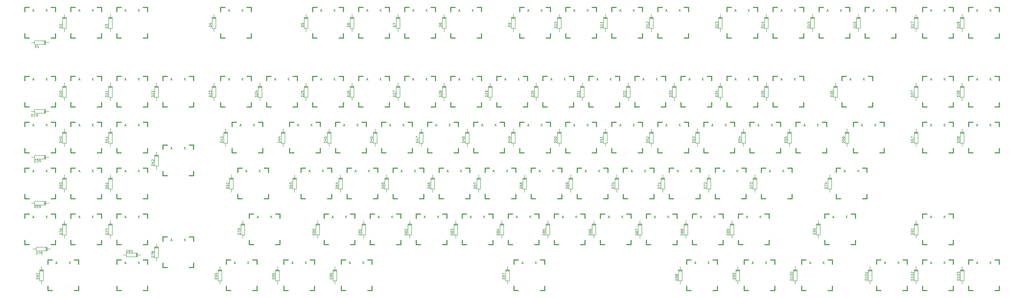
<source format=gto>
G04 #@! TF.FileFunction,Legend,Top*
%FSLAX46Y46*%
G04 Gerber Fmt 4.6, Leading zero omitted, Abs format (unit mm)*
G04 Created by KiCad (PCBNEW 4.0.2-stable) date Tuesday, June 21, 2016 'PMt' 05:11:06 PM*
%MOMM*%
G01*
G04 APERTURE LIST*
%ADD10C,0.150000*%
%ADD11C,0.381000*%
G04 APERTURE END LIST*
D10*
X286277540Y-116666520D02*
X286277540Y-118063520D01*
X286277540Y-112221520D02*
X286277540Y-110697520D01*
X287039540Y-112602520D02*
X285515540Y-112602520D01*
X287039540Y-112348520D02*
X285515540Y-112348520D01*
X286277540Y-112094520D02*
X285515540Y-112094520D01*
X285515540Y-112094520D02*
X285515540Y-116666520D01*
X285515540Y-116666520D02*
X287039540Y-116666520D01*
X287039540Y-116666520D02*
X287039540Y-112094520D01*
X287039540Y-112094520D02*
X286277540Y-112094520D01*
X419627540Y-135716520D02*
X419627540Y-137113520D01*
X419627540Y-131271520D02*
X419627540Y-129747520D01*
X420389540Y-131652520D02*
X418865540Y-131652520D01*
X420389540Y-131398520D02*
X418865540Y-131398520D01*
X419627540Y-131144520D02*
X418865540Y-131144520D01*
X418865540Y-131144520D02*
X418865540Y-135716520D01*
X418865540Y-135716520D02*
X420389540Y-135716520D01*
X420389540Y-135716520D02*
X420389540Y-131144520D01*
X420389540Y-131144520D02*
X419627540Y-131144520D01*
D11*
X434975000Y-139700000D02*
X433197000Y-139700000D01*
X424053000Y-139700000D02*
X422275000Y-139700000D01*
X422275000Y-139700000D02*
X422275000Y-137922000D01*
X422275000Y-128778000D02*
X422275000Y-127000000D01*
X422275000Y-127000000D02*
X424053000Y-127000000D01*
X433197000Y-127000000D02*
X434975000Y-127000000D01*
X434975000Y-127000000D02*
X434975000Y-128778000D01*
X434975000Y-137922000D02*
X434975000Y-139700000D01*
D10*
X400577540Y-135716520D02*
X400577540Y-137113520D01*
X400577540Y-131271520D02*
X400577540Y-129747520D01*
X401339540Y-131652520D02*
X399815540Y-131652520D01*
X401339540Y-131398520D02*
X399815540Y-131398520D01*
X400577540Y-131144520D02*
X399815540Y-131144520D01*
X399815540Y-131144520D02*
X399815540Y-135716520D01*
X399815540Y-135716520D02*
X401339540Y-135716520D01*
X401339540Y-135716520D02*
X401339540Y-131144520D01*
X401339540Y-131144520D02*
X400577540Y-131144520D01*
D11*
X415925000Y-139700000D02*
X414147000Y-139700000D01*
X405003000Y-139700000D02*
X403225000Y-139700000D01*
X403225000Y-139700000D02*
X403225000Y-137922000D01*
X403225000Y-128778000D02*
X403225000Y-127000000D01*
X403225000Y-127000000D02*
X405003000Y-127000000D01*
X414147000Y-127000000D02*
X415925000Y-127000000D01*
X415925000Y-127000000D02*
X415925000Y-128778000D01*
X415925000Y-137922000D02*
X415925000Y-139700000D01*
D10*
X381527540Y-135716520D02*
X381527540Y-137113520D01*
X381527540Y-131271520D02*
X381527540Y-129747520D01*
X382289540Y-131652520D02*
X380765540Y-131652520D01*
X382289540Y-131398520D02*
X380765540Y-131398520D01*
X381527540Y-131144520D02*
X380765540Y-131144520D01*
X380765540Y-131144520D02*
X380765540Y-135716520D01*
X380765540Y-135716520D02*
X382289540Y-135716520D01*
X382289540Y-135716520D02*
X382289540Y-131144520D01*
X382289540Y-131144520D02*
X381527540Y-131144520D01*
D11*
X396875000Y-139700000D02*
X395097000Y-139700000D01*
X385953000Y-139700000D02*
X384175000Y-139700000D01*
X384175000Y-139700000D02*
X384175000Y-137922000D01*
X384175000Y-128778000D02*
X384175000Y-127000000D01*
X384175000Y-127000000D02*
X385953000Y-127000000D01*
X395097000Y-127000000D02*
X396875000Y-127000000D01*
X396875000Y-127000000D02*
X396875000Y-128778000D01*
X396875000Y-137922000D02*
X396875000Y-139700000D01*
D10*
X350571290Y-135716520D02*
X350571290Y-137113520D01*
X350571290Y-131271520D02*
X350571290Y-129747520D01*
X351333290Y-131652520D02*
X349809290Y-131652520D01*
X351333290Y-131398520D02*
X349809290Y-131398520D01*
X350571290Y-131144520D02*
X349809290Y-131144520D01*
X349809290Y-131144520D02*
X349809290Y-135716520D01*
X349809290Y-135716520D02*
X351333290Y-135716520D01*
X351333290Y-135716520D02*
X351333290Y-131144520D01*
X351333290Y-131144520D02*
X350571290Y-131144520D01*
D11*
X365918750Y-139700000D02*
X364140750Y-139700000D01*
X354996750Y-139700000D02*
X353218750Y-139700000D01*
X353218750Y-139700000D02*
X353218750Y-137922000D01*
X353218750Y-128778000D02*
X353218750Y-127000000D01*
X353218750Y-127000000D02*
X354996750Y-127000000D01*
X364140750Y-127000000D02*
X365918750Y-127000000D01*
X365918750Y-127000000D02*
X365918750Y-128778000D01*
X365918750Y-137922000D02*
X365918750Y-139700000D01*
D10*
X326758790Y-135716520D02*
X326758790Y-137113520D01*
X326758790Y-131271520D02*
X326758790Y-129747520D01*
X327520790Y-131652520D02*
X325996790Y-131652520D01*
X327520790Y-131398520D02*
X325996790Y-131398520D01*
X326758790Y-131144520D02*
X325996790Y-131144520D01*
X325996790Y-131144520D02*
X325996790Y-135716520D01*
X325996790Y-135716520D02*
X327520790Y-135716520D01*
X327520790Y-135716520D02*
X327520790Y-131144520D01*
X327520790Y-131144520D02*
X326758790Y-131144520D01*
D11*
X342106250Y-139700000D02*
X340328250Y-139700000D01*
X331184250Y-139700000D02*
X329406250Y-139700000D01*
X329406250Y-139700000D02*
X329406250Y-137922000D01*
X329406250Y-128778000D02*
X329406250Y-127000000D01*
X329406250Y-127000000D02*
X331184250Y-127000000D01*
X340328250Y-127000000D02*
X342106250Y-127000000D01*
X342106250Y-127000000D02*
X342106250Y-128778000D01*
X342106250Y-137922000D02*
X342106250Y-139700000D01*
D10*
X303000000Y-135716520D02*
X303000000Y-137113520D01*
X303000000Y-131271520D02*
X303000000Y-129747520D01*
X303762000Y-131652520D02*
X302238000Y-131652520D01*
X303762000Y-131398520D02*
X302238000Y-131398520D01*
X303000000Y-131144520D02*
X302238000Y-131144520D01*
X302238000Y-131144520D02*
X302238000Y-135716520D01*
X302238000Y-135716520D02*
X303762000Y-135716520D01*
X303762000Y-135716520D02*
X303762000Y-131144520D01*
X303762000Y-131144520D02*
X303000000Y-131144520D01*
D11*
X318293750Y-139700000D02*
X316515750Y-139700000D01*
X307371750Y-139700000D02*
X305593750Y-139700000D01*
X305593750Y-139700000D02*
X305593750Y-137922000D01*
X305593750Y-128778000D02*
X305593750Y-127000000D01*
X305593750Y-127000000D02*
X307371750Y-127000000D01*
X316515750Y-127000000D02*
X318293750Y-127000000D01*
X318293750Y-127000000D02*
X318293750Y-128778000D01*
X318293750Y-137922000D02*
X318293750Y-139700000D01*
D10*
X231508790Y-135716520D02*
X231508790Y-137113520D01*
X231508790Y-131271520D02*
X231508790Y-129747520D01*
X232270790Y-131652520D02*
X230746790Y-131652520D01*
X232270790Y-131398520D02*
X230746790Y-131398520D01*
X231508790Y-131144520D02*
X230746790Y-131144520D01*
X230746790Y-131144520D02*
X230746790Y-135716520D01*
X230746790Y-135716520D02*
X232270790Y-135716520D01*
X232270790Y-135716520D02*
X232270790Y-131144520D01*
X232270790Y-131144520D02*
X231508790Y-131144520D01*
D11*
X246856250Y-139700000D02*
X245078250Y-139700000D01*
X235934250Y-139700000D02*
X234156250Y-139700000D01*
X234156250Y-139700000D02*
X234156250Y-137922000D01*
X234156250Y-128778000D02*
X234156250Y-127000000D01*
X234156250Y-127000000D02*
X235934250Y-127000000D01*
X245078250Y-127000000D02*
X246856250Y-127000000D01*
X246856250Y-127000000D02*
X246856250Y-128778000D01*
X246856250Y-137922000D02*
X246856250Y-139700000D01*
D10*
X160071290Y-135716520D02*
X160071290Y-137113520D01*
X160071290Y-131271520D02*
X160071290Y-129747520D01*
X160833290Y-131652520D02*
X159309290Y-131652520D01*
X160833290Y-131398520D02*
X159309290Y-131398520D01*
X160071290Y-131144520D02*
X159309290Y-131144520D01*
X159309290Y-131144520D02*
X159309290Y-135716520D01*
X159309290Y-135716520D02*
X160833290Y-135716520D01*
X160833290Y-135716520D02*
X160833290Y-131144520D01*
X160833290Y-131144520D02*
X160071290Y-131144520D01*
D11*
X175418750Y-139700000D02*
X173640750Y-139700000D01*
X164496750Y-139700000D02*
X162718750Y-139700000D01*
X162718750Y-139700000D02*
X162718750Y-137922000D01*
X162718750Y-128778000D02*
X162718750Y-127000000D01*
X162718750Y-127000000D02*
X164496750Y-127000000D01*
X173640750Y-127000000D02*
X175418750Y-127000000D01*
X175418750Y-127000000D02*
X175418750Y-128778000D01*
X175418750Y-137922000D02*
X175418750Y-139700000D01*
D10*
X136258790Y-135716520D02*
X136258790Y-137113520D01*
X136258790Y-131271520D02*
X136258790Y-129747520D01*
X137020790Y-131652520D02*
X135496790Y-131652520D01*
X137020790Y-131398520D02*
X135496790Y-131398520D01*
X136258790Y-131144520D02*
X135496790Y-131144520D01*
X135496790Y-131144520D02*
X135496790Y-135716520D01*
X135496790Y-135716520D02*
X137020790Y-135716520D01*
X137020790Y-135716520D02*
X137020790Y-131144520D01*
X137020790Y-131144520D02*
X136258790Y-131144520D01*
D11*
X151606250Y-139700000D02*
X149828250Y-139700000D01*
X140684250Y-139700000D02*
X138906250Y-139700000D01*
X138906250Y-139700000D02*
X138906250Y-137922000D01*
X138906250Y-128778000D02*
X138906250Y-127000000D01*
X138906250Y-127000000D02*
X140684250Y-127000000D01*
X149828250Y-127000000D02*
X151606250Y-127000000D01*
X151606250Y-127000000D02*
X151606250Y-128778000D01*
X151606250Y-137922000D02*
X151606250Y-139700000D01*
D10*
X112446290Y-135716520D02*
X112446290Y-137113520D01*
X112446290Y-131271520D02*
X112446290Y-129747520D01*
X113208290Y-131652520D02*
X111684290Y-131652520D01*
X113208290Y-131398520D02*
X111684290Y-131398520D01*
X112446290Y-131144520D02*
X111684290Y-131144520D01*
X111684290Y-131144520D02*
X111684290Y-135716520D01*
X111684290Y-135716520D02*
X113208290Y-135716520D01*
X113208290Y-135716520D02*
X113208290Y-131144520D01*
X113208290Y-131144520D02*
X112446290Y-131144520D01*
D11*
X127793750Y-139700000D02*
X126015750Y-139700000D01*
X116871750Y-139700000D02*
X115093750Y-139700000D01*
X115093750Y-139700000D02*
X115093750Y-137922000D01*
X115093750Y-128778000D02*
X115093750Y-127000000D01*
X115093750Y-127000000D02*
X116871750Y-127000000D01*
X126015750Y-127000000D02*
X127793750Y-127000000D01*
X127793750Y-127000000D02*
X127793750Y-128778000D01*
X127793750Y-137922000D02*
X127793750Y-139700000D01*
D10*
X73794000Y-125000000D02*
X72397000Y-125000000D01*
X78239000Y-125000000D02*
X79763000Y-125000000D01*
X77858000Y-125762000D02*
X77858000Y-124238000D01*
X78112000Y-125762000D02*
X78112000Y-124238000D01*
X78366000Y-125000000D02*
X78366000Y-124238000D01*
X78366000Y-124238000D02*
X73794000Y-124238000D01*
X73794000Y-124238000D02*
X73794000Y-125762000D01*
X73794000Y-125762000D02*
X78366000Y-125762000D01*
X78366000Y-125762000D02*
X78366000Y-125000000D01*
D11*
X82550000Y-139700000D02*
X80772000Y-139700000D01*
X71628000Y-139700000D02*
X69850000Y-139700000D01*
X69850000Y-139700000D02*
X69850000Y-137922000D01*
X69850000Y-128778000D02*
X69850000Y-127000000D01*
X69850000Y-127000000D02*
X71628000Y-127000000D01*
X80772000Y-127000000D02*
X82550000Y-127000000D01*
X82550000Y-127000000D02*
X82550000Y-128778000D01*
X82550000Y-137922000D02*
X82550000Y-139700000D01*
D10*
X38627540Y-135716520D02*
X38627540Y-137113520D01*
X38627540Y-131271520D02*
X38627540Y-129747520D01*
X39389540Y-131652520D02*
X37865540Y-131652520D01*
X39389540Y-131398520D02*
X37865540Y-131398520D01*
X38627540Y-131144520D02*
X37865540Y-131144520D01*
X37865540Y-131144520D02*
X37865540Y-135716520D01*
X37865540Y-135716520D02*
X39389540Y-135716520D01*
X39389540Y-135716520D02*
X39389540Y-131144520D01*
X39389540Y-131144520D02*
X38627540Y-131144520D01*
D11*
X53975000Y-139700000D02*
X52197000Y-139700000D01*
X43053000Y-139700000D02*
X41275000Y-139700000D01*
X41275000Y-139700000D02*
X41275000Y-137922000D01*
X41275000Y-128778000D02*
X41275000Y-127000000D01*
X41275000Y-127000000D02*
X43053000Y-127000000D01*
X52197000Y-127000000D02*
X53975000Y-127000000D01*
X53975000Y-127000000D02*
X53975000Y-128778000D01*
X53975000Y-137922000D02*
X53975000Y-139700000D01*
D10*
X400577540Y-116666520D02*
X400577540Y-118063520D01*
X400577540Y-112221520D02*
X400577540Y-110697520D01*
X401339540Y-112602520D02*
X399815540Y-112602520D01*
X401339540Y-112348520D02*
X399815540Y-112348520D01*
X400577540Y-112094520D02*
X399815540Y-112094520D01*
X399815540Y-112094520D02*
X399815540Y-116666520D01*
X399815540Y-116666520D02*
X401339540Y-116666520D01*
X401339540Y-116666520D02*
X401339540Y-112094520D01*
X401339540Y-112094520D02*
X400577540Y-112094520D01*
D11*
X415925000Y-120650000D02*
X414147000Y-120650000D01*
X405003000Y-120650000D02*
X403225000Y-120650000D01*
X403225000Y-120650000D02*
X403225000Y-118872000D01*
X403225000Y-109728000D02*
X403225000Y-107950000D01*
X403225000Y-107950000D02*
X405003000Y-107950000D01*
X414147000Y-107950000D02*
X415925000Y-107950000D01*
X415925000Y-107950000D02*
X415925000Y-109728000D01*
X415925000Y-118872000D02*
X415925000Y-120650000D01*
D10*
X360096290Y-116666520D02*
X360096290Y-118063520D01*
X360096290Y-112221520D02*
X360096290Y-110697520D01*
X360858290Y-112602520D02*
X359334290Y-112602520D01*
X360858290Y-112348520D02*
X359334290Y-112348520D01*
X360096290Y-112094520D02*
X359334290Y-112094520D01*
X359334290Y-112094520D02*
X359334290Y-116666520D01*
X359334290Y-116666520D02*
X360858290Y-116666520D01*
X360858290Y-116666520D02*
X360858290Y-112094520D01*
X360858290Y-112094520D02*
X360096290Y-112094520D01*
D11*
X375443750Y-120650000D02*
X373665750Y-120650000D01*
X364521750Y-120650000D02*
X362743750Y-120650000D01*
X362743750Y-120650000D02*
X362743750Y-118872000D01*
X362743750Y-109728000D02*
X362743750Y-107950000D01*
X362743750Y-107950000D02*
X364521750Y-107950000D01*
X373665750Y-107950000D02*
X375443750Y-107950000D01*
X375443750Y-107950000D02*
X375443750Y-109728000D01*
X375443750Y-118872000D02*
X375443750Y-120650000D01*
D10*
X324377540Y-116666520D02*
X324377540Y-118063520D01*
X324377540Y-112221520D02*
X324377540Y-110697520D01*
X325139540Y-112602520D02*
X323615540Y-112602520D01*
X325139540Y-112348520D02*
X323615540Y-112348520D01*
X324377540Y-112094520D02*
X323615540Y-112094520D01*
X323615540Y-112094520D02*
X323615540Y-116666520D01*
X323615540Y-116666520D02*
X325139540Y-116666520D01*
X325139540Y-116666520D02*
X325139540Y-112094520D01*
X325139540Y-112094520D02*
X324377540Y-112094520D01*
D11*
X339725000Y-120650000D02*
X337947000Y-120650000D01*
X328803000Y-120650000D02*
X327025000Y-120650000D01*
X327025000Y-120650000D02*
X327025000Y-118872000D01*
X327025000Y-109728000D02*
X327025000Y-107950000D01*
X327025000Y-107950000D02*
X328803000Y-107950000D01*
X337947000Y-107950000D02*
X339725000Y-107950000D01*
X339725000Y-107950000D02*
X339725000Y-109728000D01*
X339725000Y-118872000D02*
X339725000Y-120650000D01*
D10*
X305327540Y-116666520D02*
X305327540Y-118063520D01*
X305327540Y-112221520D02*
X305327540Y-110697520D01*
X306089540Y-112602520D02*
X304565540Y-112602520D01*
X306089540Y-112348520D02*
X304565540Y-112348520D01*
X305327540Y-112094520D02*
X304565540Y-112094520D01*
X304565540Y-112094520D02*
X304565540Y-116666520D01*
X304565540Y-116666520D02*
X306089540Y-116666520D01*
X306089540Y-116666520D02*
X306089540Y-112094520D01*
X306089540Y-112094520D02*
X305327540Y-112094520D01*
D11*
X320675000Y-120650000D02*
X318897000Y-120650000D01*
X309753000Y-120650000D02*
X307975000Y-120650000D01*
X307975000Y-120650000D02*
X307975000Y-118872000D01*
X307975000Y-109728000D02*
X307975000Y-107950000D01*
X307975000Y-107950000D02*
X309753000Y-107950000D01*
X318897000Y-107950000D02*
X320675000Y-107950000D01*
X320675000Y-107950000D02*
X320675000Y-109728000D01*
X320675000Y-118872000D02*
X320675000Y-120650000D01*
X301625000Y-120650000D02*
X299847000Y-120650000D01*
X290703000Y-120650000D02*
X288925000Y-120650000D01*
X288925000Y-120650000D02*
X288925000Y-118872000D01*
X288925000Y-109728000D02*
X288925000Y-107950000D01*
X288925000Y-107950000D02*
X290703000Y-107950000D01*
X299847000Y-107950000D02*
X301625000Y-107950000D01*
X301625000Y-107950000D02*
X301625000Y-109728000D01*
X301625000Y-118872000D02*
X301625000Y-120650000D01*
D10*
X267227540Y-116666520D02*
X267227540Y-118063520D01*
X267227540Y-112221520D02*
X267227540Y-110697520D01*
X267989540Y-112602520D02*
X266465540Y-112602520D01*
X267989540Y-112348520D02*
X266465540Y-112348520D01*
X267227540Y-112094520D02*
X266465540Y-112094520D01*
X266465540Y-112094520D02*
X266465540Y-116666520D01*
X266465540Y-116666520D02*
X267989540Y-116666520D01*
X267989540Y-116666520D02*
X267989540Y-112094520D01*
X267989540Y-112094520D02*
X267227540Y-112094520D01*
D11*
X282575000Y-120650000D02*
X280797000Y-120650000D01*
X271653000Y-120650000D02*
X269875000Y-120650000D01*
X269875000Y-120650000D02*
X269875000Y-118872000D01*
X269875000Y-109728000D02*
X269875000Y-107950000D01*
X269875000Y-107950000D02*
X271653000Y-107950000D01*
X280797000Y-107950000D02*
X282575000Y-107950000D01*
X282575000Y-107950000D02*
X282575000Y-109728000D01*
X282575000Y-118872000D02*
X282575000Y-120650000D01*
D10*
X248177540Y-116666520D02*
X248177540Y-118063520D01*
X248177540Y-112221520D02*
X248177540Y-110697520D01*
X248939540Y-112602520D02*
X247415540Y-112602520D01*
X248939540Y-112348520D02*
X247415540Y-112348520D01*
X248177540Y-112094520D02*
X247415540Y-112094520D01*
X247415540Y-112094520D02*
X247415540Y-116666520D01*
X247415540Y-116666520D02*
X248939540Y-116666520D01*
X248939540Y-116666520D02*
X248939540Y-112094520D01*
X248939540Y-112094520D02*
X248177540Y-112094520D01*
D11*
X263525000Y-120650000D02*
X261747000Y-120650000D01*
X252603000Y-120650000D02*
X250825000Y-120650000D01*
X250825000Y-120650000D02*
X250825000Y-118872000D01*
X250825000Y-109728000D02*
X250825000Y-107950000D01*
X250825000Y-107950000D02*
X252603000Y-107950000D01*
X261747000Y-107950000D02*
X263525000Y-107950000D01*
X263525000Y-107950000D02*
X263525000Y-109728000D01*
X263525000Y-118872000D02*
X263525000Y-120650000D01*
D10*
X229127540Y-116666520D02*
X229127540Y-118063520D01*
X229127540Y-112221520D02*
X229127540Y-110697520D01*
X229889540Y-112602520D02*
X228365540Y-112602520D01*
X229889540Y-112348520D02*
X228365540Y-112348520D01*
X229127540Y-112094520D02*
X228365540Y-112094520D01*
X228365540Y-112094520D02*
X228365540Y-116666520D01*
X228365540Y-116666520D02*
X229889540Y-116666520D01*
X229889540Y-116666520D02*
X229889540Y-112094520D01*
X229889540Y-112094520D02*
X229127540Y-112094520D01*
D11*
X244475000Y-120650000D02*
X242697000Y-120650000D01*
X233553000Y-120650000D02*
X231775000Y-120650000D01*
X231775000Y-120650000D02*
X231775000Y-118872000D01*
X231775000Y-109728000D02*
X231775000Y-107950000D01*
X231775000Y-107950000D02*
X233553000Y-107950000D01*
X242697000Y-107950000D02*
X244475000Y-107950000D01*
X244475000Y-107950000D02*
X244475000Y-109728000D01*
X244475000Y-118872000D02*
X244475000Y-120650000D01*
D10*
X210077540Y-116666520D02*
X210077540Y-118063520D01*
X210077540Y-112221520D02*
X210077540Y-110697520D01*
X210839540Y-112602520D02*
X209315540Y-112602520D01*
X210839540Y-112348520D02*
X209315540Y-112348520D01*
X210077540Y-112094520D02*
X209315540Y-112094520D01*
X209315540Y-112094520D02*
X209315540Y-116666520D01*
X209315540Y-116666520D02*
X210839540Y-116666520D01*
X210839540Y-116666520D02*
X210839540Y-112094520D01*
X210839540Y-112094520D02*
X210077540Y-112094520D01*
D11*
X225425000Y-120650000D02*
X223647000Y-120650000D01*
X214503000Y-120650000D02*
X212725000Y-120650000D01*
X212725000Y-120650000D02*
X212725000Y-118872000D01*
X212725000Y-109728000D02*
X212725000Y-107950000D01*
X212725000Y-107950000D02*
X214503000Y-107950000D01*
X223647000Y-107950000D02*
X225425000Y-107950000D01*
X225425000Y-107950000D02*
X225425000Y-109728000D01*
X225425000Y-118872000D02*
X225425000Y-120650000D01*
D10*
X191027540Y-116666520D02*
X191027540Y-118063520D01*
X191027540Y-112221520D02*
X191027540Y-110697520D01*
X191789540Y-112602520D02*
X190265540Y-112602520D01*
X191789540Y-112348520D02*
X190265540Y-112348520D01*
X191027540Y-112094520D02*
X190265540Y-112094520D01*
X190265540Y-112094520D02*
X190265540Y-116666520D01*
X190265540Y-116666520D02*
X191789540Y-116666520D01*
X191789540Y-116666520D02*
X191789540Y-112094520D01*
X191789540Y-112094520D02*
X191027540Y-112094520D01*
D11*
X206375000Y-120650000D02*
X204597000Y-120650000D01*
X195453000Y-120650000D02*
X193675000Y-120650000D01*
X193675000Y-120650000D02*
X193675000Y-118872000D01*
X193675000Y-109728000D02*
X193675000Y-107950000D01*
X193675000Y-107950000D02*
X195453000Y-107950000D01*
X204597000Y-107950000D02*
X206375000Y-107950000D01*
X206375000Y-107950000D02*
X206375000Y-109728000D01*
X206375000Y-118872000D02*
X206375000Y-120650000D01*
D10*
X171977540Y-116666520D02*
X171977540Y-118063520D01*
X171977540Y-112221520D02*
X171977540Y-110697520D01*
X172739540Y-112602520D02*
X171215540Y-112602520D01*
X172739540Y-112348520D02*
X171215540Y-112348520D01*
X171977540Y-112094520D02*
X171215540Y-112094520D01*
X171215540Y-112094520D02*
X171215540Y-116666520D01*
X171215540Y-116666520D02*
X172739540Y-116666520D01*
X172739540Y-116666520D02*
X172739540Y-112094520D01*
X172739540Y-112094520D02*
X171977540Y-112094520D01*
D11*
X187325000Y-120650000D02*
X185547000Y-120650000D01*
X176403000Y-120650000D02*
X174625000Y-120650000D01*
X174625000Y-120650000D02*
X174625000Y-118872000D01*
X174625000Y-109728000D02*
X174625000Y-107950000D01*
X174625000Y-107950000D02*
X176403000Y-107950000D01*
X185547000Y-107950000D02*
X187325000Y-107950000D01*
X187325000Y-107950000D02*
X187325000Y-109728000D01*
X187325000Y-118872000D02*
X187325000Y-120650000D01*
D10*
X152927540Y-116666520D02*
X152927540Y-118063520D01*
X152927540Y-112221520D02*
X152927540Y-110697520D01*
X153689540Y-112602520D02*
X152165540Y-112602520D01*
X153689540Y-112348520D02*
X152165540Y-112348520D01*
X152927540Y-112094520D02*
X152165540Y-112094520D01*
X152165540Y-112094520D02*
X152165540Y-116666520D01*
X152165540Y-116666520D02*
X153689540Y-116666520D01*
X153689540Y-116666520D02*
X153689540Y-112094520D01*
X153689540Y-112094520D02*
X152927540Y-112094520D01*
D11*
X168275000Y-120650000D02*
X166497000Y-120650000D01*
X157353000Y-120650000D02*
X155575000Y-120650000D01*
X155575000Y-120650000D02*
X155575000Y-118872000D01*
X155575000Y-109728000D02*
X155575000Y-107950000D01*
X155575000Y-107950000D02*
X157353000Y-107950000D01*
X166497000Y-107950000D02*
X168275000Y-107950000D01*
X168275000Y-107950000D02*
X168275000Y-109728000D01*
X168275000Y-118872000D02*
X168275000Y-120650000D01*
D10*
X121971290Y-116666520D02*
X121971290Y-118063520D01*
X121971290Y-112221520D02*
X121971290Y-110697520D01*
X122733290Y-112602520D02*
X121209290Y-112602520D01*
X122733290Y-112348520D02*
X121209290Y-112348520D01*
X121971290Y-112094520D02*
X121209290Y-112094520D01*
X121209290Y-112094520D02*
X121209290Y-116666520D01*
X121209290Y-116666520D02*
X122733290Y-116666520D01*
X122733290Y-116666520D02*
X122733290Y-112094520D01*
X122733290Y-112094520D02*
X121971290Y-112094520D01*
D11*
X137318750Y-120650000D02*
X135540750Y-120650000D01*
X126396750Y-120650000D02*
X124618750Y-120650000D01*
X124618750Y-120650000D02*
X124618750Y-118872000D01*
X124618750Y-109728000D02*
X124618750Y-107950000D01*
X124618750Y-107950000D02*
X126396750Y-107950000D01*
X135540750Y-107950000D02*
X137318750Y-107950000D01*
X137318750Y-107950000D02*
X137318750Y-109728000D01*
X137318750Y-118872000D02*
X137318750Y-120650000D01*
D10*
X86252540Y-126191520D02*
X86252540Y-127588520D01*
X86252540Y-121746520D02*
X86252540Y-120222520D01*
X87014540Y-122127520D02*
X85490540Y-122127520D01*
X87014540Y-121873520D02*
X85490540Y-121873520D01*
X86252540Y-121619520D02*
X85490540Y-121619520D01*
X85490540Y-121619520D02*
X85490540Y-126191520D01*
X85490540Y-126191520D02*
X87014540Y-126191520D01*
X87014540Y-126191520D02*
X87014540Y-121619520D01*
X87014540Y-121619520D02*
X86252540Y-121619520D01*
D11*
X101600000Y-130175000D02*
X99822000Y-130175000D01*
X90678000Y-130175000D02*
X88900000Y-130175000D01*
X88900000Y-130175000D02*
X88900000Y-128397000D01*
X88900000Y-119253000D02*
X88900000Y-117475000D01*
X88900000Y-117475000D02*
X90678000Y-117475000D01*
X99822000Y-117475000D02*
X101600000Y-117475000D01*
X101600000Y-117475000D02*
X101600000Y-119253000D01*
X101600000Y-128397000D02*
X101600000Y-130175000D01*
D10*
X67202540Y-116666520D02*
X67202540Y-118063520D01*
X67202540Y-112221520D02*
X67202540Y-110697520D01*
X67964540Y-112602520D02*
X66440540Y-112602520D01*
X67964540Y-112348520D02*
X66440540Y-112348520D01*
X67202540Y-112094520D02*
X66440540Y-112094520D01*
X66440540Y-112094520D02*
X66440540Y-116666520D01*
X66440540Y-116666520D02*
X67964540Y-116666520D01*
X67964540Y-116666520D02*
X67964540Y-112094520D01*
X67964540Y-112094520D02*
X67202540Y-112094520D01*
D11*
X82550000Y-120650000D02*
X80772000Y-120650000D01*
X71628000Y-120650000D02*
X69850000Y-120650000D01*
X69850000Y-120650000D02*
X69850000Y-118872000D01*
X69850000Y-109728000D02*
X69850000Y-107950000D01*
X69850000Y-107950000D02*
X71628000Y-107950000D01*
X80772000Y-107950000D02*
X82550000Y-107950000D01*
X82550000Y-107950000D02*
X82550000Y-109728000D01*
X82550000Y-118872000D02*
X82550000Y-120650000D01*
D10*
X48152540Y-116666520D02*
X48152540Y-118063520D01*
X48152540Y-112221520D02*
X48152540Y-110697520D01*
X48914540Y-112602520D02*
X47390540Y-112602520D01*
X48914540Y-112348520D02*
X47390540Y-112348520D01*
X48152540Y-112094520D02*
X47390540Y-112094520D01*
X47390540Y-112094520D02*
X47390540Y-116666520D01*
X47390540Y-116666520D02*
X48914540Y-116666520D01*
X48914540Y-116666520D02*
X48914540Y-112094520D01*
X48914540Y-112094520D02*
X48152540Y-112094520D01*
D11*
X63500000Y-120650000D02*
X61722000Y-120650000D01*
X52578000Y-120650000D02*
X50800000Y-120650000D01*
X50800000Y-120650000D02*
X50800000Y-118872000D01*
X50800000Y-109728000D02*
X50800000Y-107950000D01*
X50800000Y-107950000D02*
X52578000Y-107950000D01*
X61722000Y-107950000D02*
X63500000Y-107950000D01*
X63500000Y-107950000D02*
X63500000Y-109728000D01*
X63500000Y-118872000D02*
X63500000Y-120650000D01*
D10*
X36449000Y-122555000D02*
X35052000Y-122555000D01*
X40894000Y-122555000D02*
X42418000Y-122555000D01*
X40513000Y-123317000D02*
X40513000Y-121793000D01*
X40767000Y-123317000D02*
X40767000Y-121793000D01*
X41021000Y-122555000D02*
X41021000Y-121793000D01*
X41021000Y-121793000D02*
X36449000Y-121793000D01*
X36449000Y-121793000D02*
X36449000Y-123317000D01*
X36449000Y-123317000D02*
X41021000Y-123317000D01*
X41021000Y-123317000D02*
X41021000Y-122555000D01*
D11*
X44450000Y-120650000D02*
X42672000Y-120650000D01*
X33528000Y-120650000D02*
X31750000Y-120650000D01*
X31750000Y-120650000D02*
X31750000Y-118872000D01*
X31750000Y-109728000D02*
X31750000Y-107950000D01*
X31750000Y-107950000D02*
X33528000Y-107950000D01*
X42672000Y-107950000D02*
X44450000Y-107950000D01*
X44450000Y-107950000D02*
X44450000Y-109728000D01*
X44450000Y-118872000D02*
X44450000Y-120650000D01*
D10*
X364858790Y-97616520D02*
X364858790Y-99013520D01*
X364858790Y-93171520D02*
X364858790Y-91647520D01*
X365620790Y-93552520D02*
X364096790Y-93552520D01*
X365620790Y-93298520D02*
X364096790Y-93298520D01*
X364858790Y-93044520D02*
X364096790Y-93044520D01*
X364096790Y-93044520D02*
X364096790Y-97616520D01*
X364096790Y-97616520D02*
X365620790Y-97616520D01*
X365620790Y-97616520D02*
X365620790Y-93044520D01*
X365620790Y-93044520D02*
X364858790Y-93044520D01*
D11*
X380206250Y-101600000D02*
X378428250Y-101600000D01*
X369284250Y-101600000D02*
X367506250Y-101600000D01*
X367506250Y-101600000D02*
X367506250Y-99822000D01*
X367506250Y-90678000D02*
X367506250Y-88900000D01*
X367506250Y-88900000D02*
X369284250Y-88900000D01*
X378428250Y-88900000D02*
X380206250Y-88900000D01*
X380206250Y-88900000D02*
X380206250Y-90678000D01*
X380206250Y-99822000D02*
X380206250Y-101600000D01*
D10*
X333902540Y-97616520D02*
X333902540Y-99013520D01*
X333902540Y-93171520D02*
X333902540Y-91647520D01*
X334664540Y-93552520D02*
X333140540Y-93552520D01*
X334664540Y-93298520D02*
X333140540Y-93298520D01*
X333902540Y-93044520D02*
X333140540Y-93044520D01*
X333140540Y-93044520D02*
X333140540Y-97616520D01*
X333140540Y-97616520D02*
X334664540Y-97616520D01*
X334664540Y-97616520D02*
X334664540Y-93044520D01*
X334664540Y-93044520D02*
X333902540Y-93044520D01*
D11*
X349250000Y-101600000D02*
X347472000Y-101600000D01*
X338328000Y-101600000D02*
X336550000Y-101600000D01*
X336550000Y-101600000D02*
X336550000Y-99822000D01*
X336550000Y-90678000D02*
X336550000Y-88900000D01*
X336550000Y-88900000D02*
X338328000Y-88900000D01*
X347472000Y-88900000D02*
X349250000Y-88900000D01*
X349250000Y-88900000D02*
X349250000Y-90678000D01*
X349250000Y-99822000D02*
X349250000Y-101600000D01*
D10*
X314852540Y-97616520D02*
X314852540Y-99013520D01*
X314852540Y-93171520D02*
X314852540Y-91647520D01*
X315614540Y-93552520D02*
X314090540Y-93552520D01*
X315614540Y-93298520D02*
X314090540Y-93298520D01*
X314852540Y-93044520D02*
X314090540Y-93044520D01*
X314090540Y-93044520D02*
X314090540Y-97616520D01*
X314090540Y-97616520D02*
X315614540Y-97616520D01*
X315614540Y-97616520D02*
X315614540Y-93044520D01*
X315614540Y-93044520D02*
X314852540Y-93044520D01*
D11*
X330200000Y-101600000D02*
X328422000Y-101600000D01*
X319278000Y-101600000D02*
X317500000Y-101600000D01*
X317500000Y-101600000D02*
X317500000Y-99822000D01*
X317500000Y-90678000D02*
X317500000Y-88900000D01*
X317500000Y-88900000D02*
X319278000Y-88900000D01*
X328422000Y-88900000D02*
X330200000Y-88900000D01*
X330200000Y-88900000D02*
X330200000Y-90678000D01*
X330200000Y-99822000D02*
X330200000Y-101600000D01*
D10*
X295802540Y-97616520D02*
X295802540Y-99013520D01*
X295802540Y-93171520D02*
X295802540Y-91647520D01*
X296564540Y-93552520D02*
X295040540Y-93552520D01*
X296564540Y-93298520D02*
X295040540Y-93298520D01*
X295802540Y-93044520D02*
X295040540Y-93044520D01*
X295040540Y-93044520D02*
X295040540Y-97616520D01*
X295040540Y-97616520D02*
X296564540Y-97616520D01*
X296564540Y-97616520D02*
X296564540Y-93044520D01*
X296564540Y-93044520D02*
X295802540Y-93044520D01*
D11*
X311150000Y-101600000D02*
X309372000Y-101600000D01*
X300228000Y-101600000D02*
X298450000Y-101600000D01*
X298450000Y-101600000D02*
X298450000Y-99822000D01*
X298450000Y-90678000D02*
X298450000Y-88900000D01*
X298450000Y-88900000D02*
X300228000Y-88900000D01*
X309372000Y-88900000D02*
X311150000Y-88900000D01*
X311150000Y-88900000D02*
X311150000Y-90678000D01*
X311150000Y-99822000D02*
X311150000Y-101600000D01*
D10*
X276752540Y-97616520D02*
X276752540Y-99013520D01*
X276752540Y-93171520D02*
X276752540Y-91647520D01*
X277514540Y-93552520D02*
X275990540Y-93552520D01*
X277514540Y-93298520D02*
X275990540Y-93298520D01*
X276752540Y-93044520D02*
X275990540Y-93044520D01*
X275990540Y-93044520D02*
X275990540Y-97616520D01*
X275990540Y-97616520D02*
X277514540Y-97616520D01*
X277514540Y-97616520D02*
X277514540Y-93044520D01*
X277514540Y-93044520D02*
X276752540Y-93044520D01*
D11*
X292100000Y-101600000D02*
X290322000Y-101600000D01*
X281178000Y-101600000D02*
X279400000Y-101600000D01*
X279400000Y-101600000D02*
X279400000Y-99822000D01*
X279400000Y-90678000D02*
X279400000Y-88900000D01*
X279400000Y-88900000D02*
X281178000Y-88900000D01*
X290322000Y-88900000D02*
X292100000Y-88900000D01*
X292100000Y-88900000D02*
X292100000Y-90678000D01*
X292100000Y-99822000D02*
X292100000Y-101600000D01*
D10*
X257702540Y-97616520D02*
X257702540Y-99013520D01*
X257702540Y-93171520D02*
X257702540Y-91647520D01*
X258464540Y-93552520D02*
X256940540Y-93552520D01*
X258464540Y-93298520D02*
X256940540Y-93298520D01*
X257702540Y-93044520D02*
X256940540Y-93044520D01*
X256940540Y-93044520D02*
X256940540Y-97616520D01*
X256940540Y-97616520D02*
X258464540Y-97616520D01*
X258464540Y-97616520D02*
X258464540Y-93044520D01*
X258464540Y-93044520D02*
X257702540Y-93044520D01*
D11*
X273050000Y-101600000D02*
X271272000Y-101600000D01*
X262128000Y-101600000D02*
X260350000Y-101600000D01*
X260350000Y-101600000D02*
X260350000Y-99822000D01*
X260350000Y-90678000D02*
X260350000Y-88900000D01*
X260350000Y-88900000D02*
X262128000Y-88900000D01*
X271272000Y-88900000D02*
X273050000Y-88900000D01*
X273050000Y-88900000D02*
X273050000Y-90678000D01*
X273050000Y-99822000D02*
X273050000Y-101600000D01*
D10*
X238652540Y-97616520D02*
X238652540Y-99013520D01*
X238652540Y-93171520D02*
X238652540Y-91647520D01*
X239414540Y-93552520D02*
X237890540Y-93552520D01*
X239414540Y-93298520D02*
X237890540Y-93298520D01*
X238652540Y-93044520D02*
X237890540Y-93044520D01*
X237890540Y-93044520D02*
X237890540Y-97616520D01*
X237890540Y-97616520D02*
X239414540Y-97616520D01*
X239414540Y-97616520D02*
X239414540Y-93044520D01*
X239414540Y-93044520D02*
X238652540Y-93044520D01*
D11*
X254000000Y-101600000D02*
X252222000Y-101600000D01*
X243078000Y-101600000D02*
X241300000Y-101600000D01*
X241300000Y-101600000D02*
X241300000Y-99822000D01*
X241300000Y-90678000D02*
X241300000Y-88900000D01*
X241300000Y-88900000D02*
X243078000Y-88900000D01*
X252222000Y-88900000D02*
X254000000Y-88900000D01*
X254000000Y-88900000D02*
X254000000Y-90678000D01*
X254000000Y-99822000D02*
X254000000Y-101600000D01*
D10*
X219602540Y-97616520D02*
X219602540Y-99013520D01*
X219602540Y-93171520D02*
X219602540Y-91647520D01*
X220364540Y-93552520D02*
X218840540Y-93552520D01*
X220364540Y-93298520D02*
X218840540Y-93298520D01*
X219602540Y-93044520D02*
X218840540Y-93044520D01*
X218840540Y-93044520D02*
X218840540Y-97616520D01*
X218840540Y-97616520D02*
X220364540Y-97616520D01*
X220364540Y-97616520D02*
X220364540Y-93044520D01*
X220364540Y-93044520D02*
X219602540Y-93044520D01*
D11*
X234950000Y-101600000D02*
X233172000Y-101600000D01*
X224028000Y-101600000D02*
X222250000Y-101600000D01*
X222250000Y-101600000D02*
X222250000Y-99822000D01*
X222250000Y-90678000D02*
X222250000Y-88900000D01*
X222250000Y-88900000D02*
X224028000Y-88900000D01*
X233172000Y-88900000D02*
X234950000Y-88900000D01*
X234950000Y-88900000D02*
X234950000Y-90678000D01*
X234950000Y-99822000D02*
X234950000Y-101600000D01*
D10*
X200552540Y-97616520D02*
X200552540Y-99013520D01*
X200552540Y-93171520D02*
X200552540Y-91647520D01*
X201314540Y-93552520D02*
X199790540Y-93552520D01*
X201314540Y-93298520D02*
X199790540Y-93298520D01*
X200552540Y-93044520D02*
X199790540Y-93044520D01*
X199790540Y-93044520D02*
X199790540Y-97616520D01*
X199790540Y-97616520D02*
X201314540Y-97616520D01*
X201314540Y-97616520D02*
X201314540Y-93044520D01*
X201314540Y-93044520D02*
X200552540Y-93044520D01*
D11*
X215900000Y-101600000D02*
X214122000Y-101600000D01*
X204978000Y-101600000D02*
X203200000Y-101600000D01*
X203200000Y-101600000D02*
X203200000Y-99822000D01*
X203200000Y-90678000D02*
X203200000Y-88900000D01*
X203200000Y-88900000D02*
X204978000Y-88900000D01*
X214122000Y-88900000D02*
X215900000Y-88900000D01*
X215900000Y-88900000D02*
X215900000Y-90678000D01*
X215900000Y-99822000D02*
X215900000Y-101600000D01*
D10*
X181502540Y-97616520D02*
X181502540Y-99013520D01*
X181502540Y-93171520D02*
X181502540Y-91647520D01*
X182264540Y-93552520D02*
X180740540Y-93552520D01*
X182264540Y-93298520D02*
X180740540Y-93298520D01*
X181502540Y-93044520D02*
X180740540Y-93044520D01*
X180740540Y-93044520D02*
X180740540Y-97616520D01*
X180740540Y-97616520D02*
X182264540Y-97616520D01*
X182264540Y-97616520D02*
X182264540Y-93044520D01*
X182264540Y-93044520D02*
X181502540Y-93044520D01*
D11*
X196850000Y-101600000D02*
X195072000Y-101600000D01*
X185928000Y-101600000D02*
X184150000Y-101600000D01*
X184150000Y-101600000D02*
X184150000Y-99822000D01*
X184150000Y-90678000D02*
X184150000Y-88900000D01*
X184150000Y-88900000D02*
X185928000Y-88900000D01*
X195072000Y-88900000D02*
X196850000Y-88900000D01*
X196850000Y-88900000D02*
X196850000Y-90678000D01*
X196850000Y-99822000D02*
X196850000Y-101600000D01*
D10*
X162452540Y-97616520D02*
X162452540Y-99013520D01*
X162452540Y-93171520D02*
X162452540Y-91647520D01*
X163214540Y-93552520D02*
X161690540Y-93552520D01*
X163214540Y-93298520D02*
X161690540Y-93298520D01*
X162452540Y-93044520D02*
X161690540Y-93044520D01*
X161690540Y-93044520D02*
X161690540Y-97616520D01*
X161690540Y-97616520D02*
X163214540Y-97616520D01*
X163214540Y-97616520D02*
X163214540Y-93044520D01*
X163214540Y-93044520D02*
X162452540Y-93044520D01*
D11*
X177800000Y-101600000D02*
X176022000Y-101600000D01*
X166878000Y-101600000D02*
X165100000Y-101600000D01*
X165100000Y-101600000D02*
X165100000Y-99822000D01*
X165100000Y-90678000D02*
X165100000Y-88900000D01*
X165100000Y-88900000D02*
X166878000Y-88900000D01*
X176022000Y-88900000D02*
X177800000Y-88900000D01*
X177800000Y-88900000D02*
X177800000Y-90678000D01*
X177800000Y-99822000D02*
X177800000Y-101600000D01*
D10*
X143402540Y-97616520D02*
X143402540Y-99013520D01*
X143402540Y-93171520D02*
X143402540Y-91647520D01*
X144164540Y-93552520D02*
X142640540Y-93552520D01*
X144164540Y-93298520D02*
X142640540Y-93298520D01*
X143402540Y-93044520D02*
X142640540Y-93044520D01*
X142640540Y-93044520D02*
X142640540Y-97616520D01*
X142640540Y-97616520D02*
X144164540Y-97616520D01*
X144164540Y-97616520D02*
X144164540Y-93044520D01*
X144164540Y-93044520D02*
X143402540Y-93044520D01*
D11*
X158750000Y-101600000D02*
X156972000Y-101600000D01*
X147828000Y-101600000D02*
X146050000Y-101600000D01*
X146050000Y-101600000D02*
X146050000Y-99822000D01*
X146050000Y-90678000D02*
X146050000Y-88900000D01*
X146050000Y-88900000D02*
X147828000Y-88900000D01*
X156972000Y-88900000D02*
X158750000Y-88900000D01*
X158750000Y-88900000D02*
X158750000Y-90678000D01*
X158750000Y-99822000D02*
X158750000Y-101600000D01*
D10*
X117208790Y-97616520D02*
X117208790Y-99013520D01*
X117208790Y-93171520D02*
X117208790Y-91647520D01*
X117970790Y-93552520D02*
X116446790Y-93552520D01*
X117970790Y-93298520D02*
X116446790Y-93298520D01*
X117208790Y-93044520D02*
X116446790Y-93044520D01*
X116446790Y-93044520D02*
X116446790Y-97616520D01*
X116446790Y-97616520D02*
X117970790Y-97616520D01*
X117970790Y-97616520D02*
X117970790Y-93044520D01*
X117970790Y-93044520D02*
X117208790Y-93044520D01*
D11*
X132556250Y-101600000D02*
X130778250Y-101600000D01*
X121634250Y-101600000D02*
X119856250Y-101600000D01*
X119856250Y-101600000D02*
X119856250Y-99822000D01*
X119856250Y-90678000D02*
X119856250Y-88900000D01*
X119856250Y-88900000D02*
X121634250Y-88900000D01*
X130778250Y-88900000D02*
X132556250Y-88900000D01*
X132556250Y-88900000D02*
X132556250Y-90678000D01*
X132556250Y-99822000D02*
X132556250Y-101600000D01*
D10*
X67202540Y-97616520D02*
X67202540Y-99013520D01*
X67202540Y-93171520D02*
X67202540Y-91647520D01*
X67964540Y-93552520D02*
X66440540Y-93552520D01*
X67964540Y-93298520D02*
X66440540Y-93298520D01*
X67202540Y-93044520D02*
X66440540Y-93044520D01*
X66440540Y-93044520D02*
X66440540Y-97616520D01*
X66440540Y-97616520D02*
X67964540Y-97616520D01*
X67964540Y-97616520D02*
X67964540Y-93044520D01*
X67964540Y-93044520D02*
X67202540Y-93044520D01*
D11*
X82550000Y-101600000D02*
X80772000Y-101600000D01*
X71628000Y-101600000D02*
X69850000Y-101600000D01*
X69850000Y-101600000D02*
X69850000Y-99822000D01*
X69850000Y-90678000D02*
X69850000Y-88900000D01*
X69850000Y-88900000D02*
X71628000Y-88900000D01*
X80772000Y-88900000D02*
X82550000Y-88900000D01*
X82550000Y-88900000D02*
X82550000Y-90678000D01*
X82550000Y-99822000D02*
X82550000Y-101600000D01*
D10*
X48152540Y-97616520D02*
X48152540Y-99013520D01*
X48152540Y-93171520D02*
X48152540Y-91647520D01*
X48914540Y-93552520D02*
X47390540Y-93552520D01*
X48914540Y-93298520D02*
X47390540Y-93298520D01*
X48152540Y-93044520D02*
X47390540Y-93044520D01*
X47390540Y-93044520D02*
X47390540Y-97616520D01*
X47390540Y-97616520D02*
X48914540Y-97616520D01*
X48914540Y-97616520D02*
X48914540Y-93044520D01*
X48914540Y-93044520D02*
X48152540Y-93044520D01*
D11*
X63500000Y-101600000D02*
X61722000Y-101600000D01*
X52578000Y-101600000D02*
X50800000Y-101600000D01*
X50800000Y-101600000D02*
X50800000Y-99822000D01*
X50800000Y-90678000D02*
X50800000Y-88900000D01*
X50800000Y-88900000D02*
X52578000Y-88900000D01*
X61722000Y-88900000D02*
X63500000Y-88900000D01*
X63500000Y-88900000D02*
X63500000Y-90678000D01*
X63500000Y-99822000D02*
X63500000Y-101600000D01*
D10*
X35814000Y-103505000D02*
X34417000Y-103505000D01*
X40259000Y-103505000D02*
X41783000Y-103505000D01*
X39878000Y-104267000D02*
X39878000Y-102743000D01*
X40132000Y-104267000D02*
X40132000Y-102743000D01*
X40386000Y-103505000D02*
X40386000Y-102743000D01*
X40386000Y-102743000D02*
X35814000Y-102743000D01*
X35814000Y-102743000D02*
X35814000Y-104267000D01*
X35814000Y-104267000D02*
X40386000Y-104267000D01*
X40386000Y-104267000D02*
X40386000Y-103505000D01*
D11*
X44450000Y-101600000D02*
X42672000Y-101600000D01*
X33528000Y-101600000D02*
X31750000Y-101600000D01*
X31750000Y-101600000D02*
X31750000Y-99822000D01*
X31750000Y-90678000D02*
X31750000Y-88900000D01*
X31750000Y-88900000D02*
X33528000Y-88900000D01*
X42672000Y-88900000D02*
X44450000Y-88900000D01*
X44450000Y-88900000D02*
X44450000Y-90678000D01*
X44450000Y-99822000D02*
X44450000Y-101600000D01*
D10*
X419627540Y-78566520D02*
X419627540Y-79963520D01*
X419627540Y-74121520D02*
X419627540Y-72597520D01*
X420389540Y-74502520D02*
X418865540Y-74502520D01*
X420389540Y-74248520D02*
X418865540Y-74248520D01*
X419627540Y-73994520D02*
X418865540Y-73994520D01*
X418865540Y-73994520D02*
X418865540Y-78566520D01*
X418865540Y-78566520D02*
X420389540Y-78566520D01*
X420389540Y-78566520D02*
X420389540Y-73994520D01*
X420389540Y-73994520D02*
X419627540Y-73994520D01*
D11*
X434975000Y-82550000D02*
X433197000Y-82550000D01*
X424053000Y-82550000D02*
X422275000Y-82550000D01*
X422275000Y-82550000D02*
X422275000Y-80772000D01*
X422275000Y-71628000D02*
X422275000Y-69850000D01*
X422275000Y-69850000D02*
X424053000Y-69850000D01*
X433197000Y-69850000D02*
X434975000Y-69850000D01*
X434975000Y-69850000D02*
X434975000Y-71628000D01*
X434975000Y-80772000D02*
X434975000Y-82550000D01*
D10*
X400577540Y-78566520D02*
X400577540Y-79963520D01*
X400577540Y-74121520D02*
X400577540Y-72597520D01*
X401339540Y-74502520D02*
X399815540Y-74502520D01*
X401339540Y-74248520D02*
X399815540Y-74248520D01*
X400577540Y-73994520D02*
X399815540Y-73994520D01*
X399815540Y-73994520D02*
X399815540Y-78566520D01*
X399815540Y-78566520D02*
X401339540Y-78566520D01*
X401339540Y-78566520D02*
X401339540Y-73994520D01*
X401339540Y-73994520D02*
X400577540Y-73994520D01*
D11*
X415925000Y-82550000D02*
X414147000Y-82550000D01*
X405003000Y-82550000D02*
X403225000Y-82550000D01*
X403225000Y-82550000D02*
X403225000Y-80772000D01*
X403225000Y-71628000D02*
X403225000Y-69850000D01*
X403225000Y-69850000D02*
X405003000Y-69850000D01*
X414147000Y-69850000D02*
X415925000Y-69850000D01*
X415925000Y-69850000D02*
X415925000Y-71628000D01*
X415925000Y-80772000D02*
X415925000Y-82550000D01*
D10*
X372002540Y-78566520D02*
X372002540Y-79963520D01*
X372002540Y-74121520D02*
X372002540Y-72597520D01*
X372764540Y-74502520D02*
X371240540Y-74502520D01*
X372764540Y-74248520D02*
X371240540Y-74248520D01*
X372002540Y-73994520D02*
X371240540Y-73994520D01*
X371240540Y-73994520D02*
X371240540Y-78566520D01*
X371240540Y-78566520D02*
X372764540Y-78566520D01*
X372764540Y-78566520D02*
X372764540Y-73994520D01*
X372764540Y-73994520D02*
X372002540Y-73994520D01*
D11*
X387350000Y-82550000D02*
X385572000Y-82550000D01*
X376428000Y-82550000D02*
X374650000Y-82550000D01*
X374650000Y-82550000D02*
X374650000Y-80772000D01*
X374650000Y-71628000D02*
X374650000Y-69850000D01*
X374650000Y-69850000D02*
X376428000Y-69850000D01*
X385572000Y-69850000D02*
X387350000Y-69850000D01*
X387350000Y-69850000D02*
X387350000Y-71628000D01*
X387350000Y-80772000D02*
X387350000Y-82550000D01*
D10*
X348190040Y-78566520D02*
X348190040Y-79963520D01*
X348190040Y-74121520D02*
X348190040Y-72597520D01*
X348952040Y-74502520D02*
X347428040Y-74502520D01*
X348952040Y-74248520D02*
X347428040Y-74248520D01*
X348190040Y-73994520D02*
X347428040Y-73994520D01*
X347428040Y-73994520D02*
X347428040Y-78566520D01*
X347428040Y-78566520D02*
X348952040Y-78566520D01*
X348952040Y-78566520D02*
X348952040Y-73994520D01*
X348952040Y-73994520D02*
X348190040Y-73994520D01*
D11*
X363537500Y-82550000D02*
X361759500Y-82550000D01*
X352615500Y-82550000D02*
X350837500Y-82550000D01*
X350837500Y-82550000D02*
X350837500Y-80772000D01*
X350837500Y-71628000D02*
X350837500Y-69850000D01*
X350837500Y-69850000D02*
X352615500Y-69850000D01*
X361759500Y-69850000D02*
X363537500Y-69850000D01*
X363537500Y-69850000D02*
X363537500Y-71628000D01*
X363537500Y-80772000D02*
X363537500Y-82550000D01*
D10*
X329140040Y-78566520D02*
X329140040Y-79963520D01*
X329140040Y-74121520D02*
X329140040Y-72597520D01*
X329902040Y-74502520D02*
X328378040Y-74502520D01*
X329902040Y-74248520D02*
X328378040Y-74248520D01*
X329140040Y-73994520D02*
X328378040Y-73994520D01*
X328378040Y-73994520D02*
X328378040Y-78566520D01*
X328378040Y-78566520D02*
X329902040Y-78566520D01*
X329902040Y-78566520D02*
X329902040Y-73994520D01*
X329902040Y-73994520D02*
X329140040Y-73994520D01*
D11*
X344487500Y-82550000D02*
X342709500Y-82550000D01*
X333565500Y-82550000D02*
X331787500Y-82550000D01*
X331787500Y-82550000D02*
X331787500Y-80772000D01*
X331787500Y-71628000D02*
X331787500Y-69850000D01*
X331787500Y-69850000D02*
X333565500Y-69850000D01*
X342709500Y-69850000D02*
X344487500Y-69850000D01*
X344487500Y-69850000D02*
X344487500Y-71628000D01*
X344487500Y-80772000D02*
X344487500Y-82550000D01*
D10*
X310090040Y-78566520D02*
X310090040Y-79963520D01*
X310090040Y-74121520D02*
X310090040Y-72597520D01*
X310852040Y-74502520D02*
X309328040Y-74502520D01*
X310852040Y-74248520D02*
X309328040Y-74248520D01*
X310090040Y-73994520D02*
X309328040Y-73994520D01*
X309328040Y-73994520D02*
X309328040Y-78566520D01*
X309328040Y-78566520D02*
X310852040Y-78566520D01*
X310852040Y-78566520D02*
X310852040Y-73994520D01*
X310852040Y-73994520D02*
X310090040Y-73994520D01*
D11*
X325437500Y-82550000D02*
X323659500Y-82550000D01*
X314515500Y-82550000D02*
X312737500Y-82550000D01*
X312737500Y-82550000D02*
X312737500Y-80772000D01*
X312737500Y-71628000D02*
X312737500Y-69850000D01*
X312737500Y-69850000D02*
X314515500Y-69850000D01*
X323659500Y-69850000D02*
X325437500Y-69850000D01*
X325437500Y-69850000D02*
X325437500Y-71628000D01*
X325437500Y-80772000D02*
X325437500Y-82550000D01*
D10*
X291040040Y-78566520D02*
X291040040Y-79963520D01*
X291040040Y-74121520D02*
X291040040Y-72597520D01*
X291802040Y-74502520D02*
X290278040Y-74502520D01*
X291802040Y-74248520D02*
X290278040Y-74248520D01*
X291040040Y-73994520D02*
X290278040Y-73994520D01*
X290278040Y-73994520D02*
X290278040Y-78566520D01*
X290278040Y-78566520D02*
X291802040Y-78566520D01*
X291802040Y-78566520D02*
X291802040Y-73994520D01*
X291802040Y-73994520D02*
X291040040Y-73994520D01*
D11*
X306387500Y-82550000D02*
X304609500Y-82550000D01*
X295465500Y-82550000D02*
X293687500Y-82550000D01*
X293687500Y-82550000D02*
X293687500Y-80772000D01*
X293687500Y-71628000D02*
X293687500Y-69850000D01*
X293687500Y-69850000D02*
X295465500Y-69850000D01*
X304609500Y-69850000D02*
X306387500Y-69850000D01*
X306387500Y-69850000D02*
X306387500Y-71628000D01*
X306387500Y-80772000D02*
X306387500Y-82550000D01*
D10*
X271990040Y-78566520D02*
X271990040Y-79963520D01*
X271990040Y-74121520D02*
X271990040Y-72597520D01*
X272752040Y-74502520D02*
X271228040Y-74502520D01*
X272752040Y-74248520D02*
X271228040Y-74248520D01*
X271990040Y-73994520D02*
X271228040Y-73994520D01*
X271228040Y-73994520D02*
X271228040Y-78566520D01*
X271228040Y-78566520D02*
X272752040Y-78566520D01*
X272752040Y-78566520D02*
X272752040Y-73994520D01*
X272752040Y-73994520D02*
X271990040Y-73994520D01*
D11*
X287337500Y-82550000D02*
X285559500Y-82550000D01*
X276415500Y-82550000D02*
X274637500Y-82550000D01*
X274637500Y-82550000D02*
X274637500Y-80772000D01*
X274637500Y-71628000D02*
X274637500Y-69850000D01*
X274637500Y-69850000D02*
X276415500Y-69850000D01*
X285559500Y-69850000D02*
X287337500Y-69850000D01*
X287337500Y-69850000D02*
X287337500Y-71628000D01*
X287337500Y-80772000D02*
X287337500Y-82550000D01*
D10*
X252940040Y-78566520D02*
X252940040Y-79963520D01*
X252940040Y-74121520D02*
X252940040Y-72597520D01*
X253702040Y-74502520D02*
X252178040Y-74502520D01*
X253702040Y-74248520D02*
X252178040Y-74248520D01*
X252940040Y-73994520D02*
X252178040Y-73994520D01*
X252178040Y-73994520D02*
X252178040Y-78566520D01*
X252178040Y-78566520D02*
X253702040Y-78566520D01*
X253702040Y-78566520D02*
X253702040Y-73994520D01*
X253702040Y-73994520D02*
X252940040Y-73994520D01*
D11*
X268287500Y-82550000D02*
X266509500Y-82550000D01*
X257365500Y-82550000D02*
X255587500Y-82550000D01*
X255587500Y-82550000D02*
X255587500Y-80772000D01*
X255587500Y-71628000D02*
X255587500Y-69850000D01*
X255587500Y-69850000D02*
X257365500Y-69850000D01*
X266509500Y-69850000D02*
X268287500Y-69850000D01*
X268287500Y-69850000D02*
X268287500Y-71628000D01*
X268287500Y-80772000D02*
X268287500Y-82550000D01*
D10*
X233890040Y-78566520D02*
X233890040Y-79963520D01*
X233890040Y-74121520D02*
X233890040Y-72597520D01*
X234652040Y-74502520D02*
X233128040Y-74502520D01*
X234652040Y-74248520D02*
X233128040Y-74248520D01*
X233890040Y-73994520D02*
X233128040Y-73994520D01*
X233128040Y-73994520D02*
X233128040Y-78566520D01*
X233128040Y-78566520D02*
X234652040Y-78566520D01*
X234652040Y-78566520D02*
X234652040Y-73994520D01*
X234652040Y-73994520D02*
X233890040Y-73994520D01*
D11*
X249237500Y-82550000D02*
X247459500Y-82550000D01*
X238315500Y-82550000D02*
X236537500Y-82550000D01*
X236537500Y-82550000D02*
X236537500Y-80772000D01*
X236537500Y-71628000D02*
X236537500Y-69850000D01*
X236537500Y-69850000D02*
X238315500Y-69850000D01*
X247459500Y-69850000D02*
X249237500Y-69850000D01*
X249237500Y-69850000D02*
X249237500Y-71628000D01*
X249237500Y-80772000D02*
X249237500Y-82550000D01*
D10*
X214840040Y-78566520D02*
X214840040Y-79963520D01*
X214840040Y-74121520D02*
X214840040Y-72597520D01*
X215602040Y-74502520D02*
X214078040Y-74502520D01*
X215602040Y-74248520D02*
X214078040Y-74248520D01*
X214840040Y-73994520D02*
X214078040Y-73994520D01*
X214078040Y-73994520D02*
X214078040Y-78566520D01*
X214078040Y-78566520D02*
X215602040Y-78566520D01*
X215602040Y-78566520D02*
X215602040Y-73994520D01*
X215602040Y-73994520D02*
X214840040Y-73994520D01*
D11*
X230187500Y-82550000D02*
X228409500Y-82550000D01*
X219265500Y-82550000D02*
X217487500Y-82550000D01*
X217487500Y-82550000D02*
X217487500Y-80772000D01*
X217487500Y-71628000D02*
X217487500Y-69850000D01*
X217487500Y-69850000D02*
X219265500Y-69850000D01*
X228409500Y-69850000D02*
X230187500Y-69850000D01*
X230187500Y-69850000D02*
X230187500Y-71628000D01*
X230187500Y-80772000D02*
X230187500Y-82550000D01*
D10*
X195790040Y-78566520D02*
X195790040Y-79963520D01*
X195790040Y-74121520D02*
X195790040Y-72597520D01*
X196552040Y-74502520D02*
X195028040Y-74502520D01*
X196552040Y-74248520D02*
X195028040Y-74248520D01*
X195790040Y-73994520D02*
X195028040Y-73994520D01*
X195028040Y-73994520D02*
X195028040Y-78566520D01*
X195028040Y-78566520D02*
X196552040Y-78566520D01*
X196552040Y-78566520D02*
X196552040Y-73994520D01*
X196552040Y-73994520D02*
X195790040Y-73994520D01*
D11*
X211137500Y-82550000D02*
X209359500Y-82550000D01*
X200215500Y-82550000D02*
X198437500Y-82550000D01*
X198437500Y-82550000D02*
X198437500Y-80772000D01*
X198437500Y-71628000D02*
X198437500Y-69850000D01*
X198437500Y-69850000D02*
X200215500Y-69850000D01*
X209359500Y-69850000D02*
X211137500Y-69850000D01*
X211137500Y-69850000D02*
X211137500Y-71628000D01*
X211137500Y-80772000D02*
X211137500Y-82550000D01*
D10*
X176740040Y-78566520D02*
X176740040Y-79963520D01*
X176740040Y-74121520D02*
X176740040Y-72597520D01*
X177502040Y-74502520D02*
X175978040Y-74502520D01*
X177502040Y-74248520D02*
X175978040Y-74248520D01*
X176740040Y-73994520D02*
X175978040Y-73994520D01*
X175978040Y-73994520D02*
X175978040Y-78566520D01*
X175978040Y-78566520D02*
X177502040Y-78566520D01*
X177502040Y-78566520D02*
X177502040Y-73994520D01*
X177502040Y-73994520D02*
X176740040Y-73994520D01*
D11*
X192087500Y-82550000D02*
X190309500Y-82550000D01*
X181165500Y-82550000D02*
X179387500Y-82550000D01*
X179387500Y-82550000D02*
X179387500Y-80772000D01*
X179387500Y-71628000D02*
X179387500Y-69850000D01*
X179387500Y-69850000D02*
X181165500Y-69850000D01*
X190309500Y-69850000D02*
X192087500Y-69850000D01*
X192087500Y-69850000D02*
X192087500Y-71628000D01*
X192087500Y-80772000D02*
X192087500Y-82550000D01*
D10*
X157690040Y-78566520D02*
X157690040Y-79963520D01*
X157690040Y-74121520D02*
X157690040Y-72597520D01*
X158452040Y-74502520D02*
X156928040Y-74502520D01*
X158452040Y-74248520D02*
X156928040Y-74248520D01*
X157690040Y-73994520D02*
X156928040Y-73994520D01*
X156928040Y-73994520D02*
X156928040Y-78566520D01*
X156928040Y-78566520D02*
X158452040Y-78566520D01*
X158452040Y-78566520D02*
X158452040Y-73994520D01*
X158452040Y-73994520D02*
X157690040Y-73994520D01*
D11*
X173037500Y-82550000D02*
X171259500Y-82550000D01*
X162115500Y-82550000D02*
X160337500Y-82550000D01*
X160337500Y-82550000D02*
X160337500Y-80772000D01*
X160337500Y-71628000D02*
X160337500Y-69850000D01*
X160337500Y-69850000D02*
X162115500Y-69850000D01*
X171259500Y-69850000D02*
X173037500Y-69850000D01*
X173037500Y-69850000D02*
X173037500Y-71628000D01*
X173037500Y-80772000D02*
X173037500Y-82550000D01*
D10*
X138640040Y-78566520D02*
X138640040Y-79963520D01*
X138640040Y-74121520D02*
X138640040Y-72597520D01*
X139402040Y-74502520D02*
X137878040Y-74502520D01*
X139402040Y-74248520D02*
X137878040Y-74248520D01*
X138640040Y-73994520D02*
X137878040Y-73994520D01*
X137878040Y-73994520D02*
X137878040Y-78566520D01*
X137878040Y-78566520D02*
X139402040Y-78566520D01*
X139402040Y-78566520D02*
X139402040Y-73994520D01*
X139402040Y-73994520D02*
X138640040Y-73994520D01*
D11*
X153987500Y-82550000D02*
X152209500Y-82550000D01*
X143065500Y-82550000D02*
X141287500Y-82550000D01*
X141287500Y-82550000D02*
X141287500Y-80772000D01*
X141287500Y-71628000D02*
X141287500Y-69850000D01*
X141287500Y-69850000D02*
X143065500Y-69850000D01*
X152209500Y-69850000D02*
X153987500Y-69850000D01*
X153987500Y-69850000D02*
X153987500Y-71628000D01*
X153987500Y-80772000D02*
X153987500Y-82550000D01*
D10*
X114827540Y-78566520D02*
X114827540Y-79963520D01*
X114827540Y-74121520D02*
X114827540Y-72597520D01*
X115589540Y-74502520D02*
X114065540Y-74502520D01*
X115589540Y-74248520D02*
X114065540Y-74248520D01*
X114827540Y-73994520D02*
X114065540Y-73994520D01*
X114065540Y-73994520D02*
X114065540Y-78566520D01*
X114065540Y-78566520D02*
X115589540Y-78566520D01*
X115589540Y-78566520D02*
X115589540Y-73994520D01*
X115589540Y-73994520D02*
X114827540Y-73994520D01*
D11*
X130175000Y-82550000D02*
X128397000Y-82550000D01*
X119253000Y-82550000D02*
X117475000Y-82550000D01*
X117475000Y-82550000D02*
X117475000Y-80772000D01*
X117475000Y-71628000D02*
X117475000Y-69850000D01*
X117475000Y-69850000D02*
X119253000Y-69850000D01*
X128397000Y-69850000D02*
X130175000Y-69850000D01*
X130175000Y-69850000D02*
X130175000Y-71628000D01*
X130175000Y-80772000D02*
X130175000Y-82550000D01*
D10*
X86252540Y-88091520D02*
X86252540Y-89488520D01*
X86252540Y-83646520D02*
X86252540Y-82122520D01*
X87014540Y-84027520D02*
X85490540Y-84027520D01*
X87014540Y-83773520D02*
X85490540Y-83773520D01*
X86252540Y-83519520D02*
X85490540Y-83519520D01*
X85490540Y-83519520D02*
X85490540Y-88091520D01*
X85490540Y-88091520D02*
X87014540Y-88091520D01*
X87014540Y-88091520D02*
X87014540Y-83519520D01*
X87014540Y-83519520D02*
X86252540Y-83519520D01*
D11*
X101600000Y-92075000D02*
X99822000Y-92075000D01*
X90678000Y-92075000D02*
X88900000Y-92075000D01*
X88900000Y-92075000D02*
X88900000Y-90297000D01*
X88900000Y-81153000D02*
X88900000Y-79375000D01*
X88900000Y-79375000D02*
X90678000Y-79375000D01*
X99822000Y-79375000D02*
X101600000Y-79375000D01*
X101600000Y-79375000D02*
X101600000Y-81153000D01*
X101600000Y-90297000D02*
X101600000Y-92075000D01*
D10*
X67202540Y-78566520D02*
X67202540Y-79963520D01*
X67202540Y-74121520D02*
X67202540Y-72597520D01*
X67964540Y-74502520D02*
X66440540Y-74502520D01*
X67964540Y-74248520D02*
X66440540Y-74248520D01*
X67202540Y-73994520D02*
X66440540Y-73994520D01*
X66440540Y-73994520D02*
X66440540Y-78566520D01*
X66440540Y-78566520D02*
X67964540Y-78566520D01*
X67964540Y-78566520D02*
X67964540Y-73994520D01*
X67964540Y-73994520D02*
X67202540Y-73994520D01*
D11*
X82550000Y-82550000D02*
X80772000Y-82550000D01*
X71628000Y-82550000D02*
X69850000Y-82550000D01*
X69850000Y-82550000D02*
X69850000Y-80772000D01*
X69850000Y-71628000D02*
X69850000Y-69850000D01*
X69850000Y-69850000D02*
X71628000Y-69850000D01*
X80772000Y-69850000D02*
X82550000Y-69850000D01*
X82550000Y-69850000D02*
X82550000Y-71628000D01*
X82550000Y-80772000D02*
X82550000Y-82550000D01*
D10*
X48152540Y-78566520D02*
X48152540Y-79963520D01*
X48152540Y-74121520D02*
X48152540Y-72597520D01*
X48914540Y-74502520D02*
X47390540Y-74502520D01*
X48914540Y-74248520D02*
X47390540Y-74248520D01*
X48152540Y-73994520D02*
X47390540Y-73994520D01*
X47390540Y-73994520D02*
X47390540Y-78566520D01*
X47390540Y-78566520D02*
X48914540Y-78566520D01*
X48914540Y-78566520D02*
X48914540Y-73994520D01*
X48914540Y-73994520D02*
X48152540Y-73994520D01*
D11*
X63500000Y-82550000D02*
X61722000Y-82550000D01*
X52578000Y-82550000D02*
X50800000Y-82550000D01*
X50800000Y-82550000D02*
X50800000Y-80772000D01*
X50800000Y-71628000D02*
X50800000Y-69850000D01*
X50800000Y-69850000D02*
X52578000Y-69850000D01*
X61722000Y-69850000D02*
X63500000Y-69850000D01*
X63500000Y-69850000D02*
X63500000Y-71628000D01*
X63500000Y-80772000D02*
X63500000Y-82550000D01*
D10*
X35814000Y-84455000D02*
X34417000Y-84455000D01*
X40259000Y-84455000D02*
X41783000Y-84455000D01*
X39878000Y-85217000D02*
X39878000Y-83693000D01*
X40132000Y-85217000D02*
X40132000Y-83693000D01*
X40386000Y-84455000D02*
X40386000Y-83693000D01*
X40386000Y-83693000D02*
X35814000Y-83693000D01*
X35814000Y-83693000D02*
X35814000Y-85217000D01*
X35814000Y-85217000D02*
X40386000Y-85217000D01*
X40386000Y-85217000D02*
X40386000Y-84455000D01*
D11*
X44450000Y-82550000D02*
X42672000Y-82550000D01*
X33528000Y-82550000D02*
X31750000Y-82550000D01*
X31750000Y-82550000D02*
X31750000Y-80772000D01*
X31750000Y-71628000D02*
X31750000Y-69850000D01*
X31750000Y-69850000D02*
X33528000Y-69850000D01*
X42672000Y-69850000D02*
X44450000Y-69850000D01*
X44450000Y-69850000D02*
X44450000Y-71628000D01*
X44450000Y-80772000D02*
X44450000Y-82550000D01*
D10*
X419627540Y-59516520D02*
X419627540Y-60913520D01*
X419627540Y-55071520D02*
X419627540Y-53547520D01*
X420389540Y-55452520D02*
X418865540Y-55452520D01*
X420389540Y-55198520D02*
X418865540Y-55198520D01*
X419627540Y-54944520D02*
X418865540Y-54944520D01*
X418865540Y-54944520D02*
X418865540Y-59516520D01*
X418865540Y-59516520D02*
X420389540Y-59516520D01*
X420389540Y-59516520D02*
X420389540Y-54944520D01*
X420389540Y-54944520D02*
X419627540Y-54944520D01*
D11*
X434975000Y-63500000D02*
X433197000Y-63500000D01*
X424053000Y-63500000D02*
X422275000Y-63500000D01*
X422275000Y-63500000D02*
X422275000Y-61722000D01*
X422275000Y-52578000D02*
X422275000Y-50800000D01*
X422275000Y-50800000D02*
X424053000Y-50800000D01*
X433197000Y-50800000D02*
X434975000Y-50800000D01*
X434975000Y-50800000D02*
X434975000Y-52578000D01*
X434975000Y-61722000D02*
X434975000Y-63500000D01*
D10*
X400577540Y-59516520D02*
X400577540Y-60913520D01*
X400577540Y-55071520D02*
X400577540Y-53547520D01*
X401339540Y-55452520D02*
X399815540Y-55452520D01*
X401339540Y-55198520D02*
X399815540Y-55198520D01*
X400577540Y-54944520D02*
X399815540Y-54944520D01*
X399815540Y-54944520D02*
X399815540Y-59516520D01*
X399815540Y-59516520D02*
X401339540Y-59516520D01*
X401339540Y-59516520D02*
X401339540Y-54944520D01*
X401339540Y-54944520D02*
X400577540Y-54944520D01*
D11*
X415925000Y-63500000D02*
X414147000Y-63500000D01*
X405003000Y-63500000D02*
X403225000Y-63500000D01*
X403225000Y-63500000D02*
X403225000Y-61722000D01*
X403225000Y-52578000D02*
X403225000Y-50800000D01*
X403225000Y-50800000D02*
X405003000Y-50800000D01*
X414147000Y-50800000D02*
X415925000Y-50800000D01*
X415925000Y-50800000D02*
X415925000Y-52578000D01*
X415925000Y-61722000D02*
X415925000Y-63500000D01*
D10*
X367240040Y-59516520D02*
X367240040Y-60913520D01*
X367240040Y-55071520D02*
X367240040Y-53547520D01*
X368002040Y-55452520D02*
X366478040Y-55452520D01*
X368002040Y-55198520D02*
X366478040Y-55198520D01*
X367240040Y-54944520D02*
X366478040Y-54944520D01*
X366478040Y-54944520D02*
X366478040Y-59516520D01*
X366478040Y-59516520D02*
X368002040Y-59516520D01*
X368002040Y-59516520D02*
X368002040Y-54944520D01*
X368002040Y-54944520D02*
X367240040Y-54944520D01*
D11*
X382587500Y-63500000D02*
X380809500Y-63500000D01*
X371665500Y-63500000D02*
X369887500Y-63500000D01*
X369887500Y-63500000D02*
X369887500Y-61722000D01*
X369887500Y-52578000D02*
X369887500Y-50800000D01*
X369887500Y-50800000D02*
X371665500Y-50800000D01*
X380809500Y-50800000D02*
X382587500Y-50800000D01*
X382587500Y-50800000D02*
X382587500Y-52578000D01*
X382587500Y-61722000D02*
X382587500Y-63500000D01*
D10*
X338665040Y-59516520D02*
X338665040Y-60913520D01*
X338665040Y-55071520D02*
X338665040Y-53547520D01*
X339427040Y-55452520D02*
X337903040Y-55452520D01*
X339427040Y-55198520D02*
X337903040Y-55198520D01*
X338665040Y-54944520D02*
X337903040Y-54944520D01*
X337903040Y-54944520D02*
X337903040Y-59516520D01*
X337903040Y-59516520D02*
X339427040Y-59516520D01*
X339427040Y-59516520D02*
X339427040Y-54944520D01*
X339427040Y-54944520D02*
X338665040Y-54944520D01*
D11*
X354012500Y-63500000D02*
X352234500Y-63500000D01*
X343090500Y-63500000D02*
X341312500Y-63500000D01*
X341312500Y-63500000D02*
X341312500Y-61722000D01*
X341312500Y-52578000D02*
X341312500Y-50800000D01*
X341312500Y-50800000D02*
X343090500Y-50800000D01*
X352234500Y-50800000D02*
X354012500Y-50800000D01*
X354012500Y-50800000D02*
X354012500Y-52578000D01*
X354012500Y-61722000D02*
X354012500Y-63500000D01*
D10*
X319615040Y-59516520D02*
X319615040Y-60913520D01*
X319615040Y-55071520D02*
X319615040Y-53547520D01*
X320377040Y-55452520D02*
X318853040Y-55452520D01*
X320377040Y-55198520D02*
X318853040Y-55198520D01*
X319615040Y-54944520D02*
X318853040Y-54944520D01*
X318853040Y-54944520D02*
X318853040Y-59516520D01*
X318853040Y-59516520D02*
X320377040Y-59516520D01*
X320377040Y-59516520D02*
X320377040Y-54944520D01*
X320377040Y-54944520D02*
X319615040Y-54944520D01*
D11*
X334962500Y-63500000D02*
X333184500Y-63500000D01*
X324040500Y-63500000D02*
X322262500Y-63500000D01*
X322262500Y-63500000D02*
X322262500Y-61722000D01*
X322262500Y-52578000D02*
X322262500Y-50800000D01*
X322262500Y-50800000D02*
X324040500Y-50800000D01*
X333184500Y-50800000D02*
X334962500Y-50800000D01*
X334962500Y-50800000D02*
X334962500Y-52578000D01*
X334962500Y-61722000D02*
X334962500Y-63500000D01*
D10*
X300565040Y-59516520D02*
X300565040Y-60913520D01*
X300565040Y-55071520D02*
X300565040Y-53547520D01*
X301327040Y-55452520D02*
X299803040Y-55452520D01*
X301327040Y-55198520D02*
X299803040Y-55198520D01*
X300565040Y-54944520D02*
X299803040Y-54944520D01*
X299803040Y-54944520D02*
X299803040Y-59516520D01*
X299803040Y-59516520D02*
X301327040Y-59516520D01*
X301327040Y-59516520D02*
X301327040Y-54944520D01*
X301327040Y-54944520D02*
X300565040Y-54944520D01*
D11*
X315912500Y-63500000D02*
X314134500Y-63500000D01*
X304990500Y-63500000D02*
X303212500Y-63500000D01*
X303212500Y-63500000D02*
X303212500Y-61722000D01*
X303212500Y-52578000D02*
X303212500Y-50800000D01*
X303212500Y-50800000D02*
X304990500Y-50800000D01*
X314134500Y-50800000D02*
X315912500Y-50800000D01*
X315912500Y-50800000D02*
X315912500Y-52578000D01*
X315912500Y-61722000D02*
X315912500Y-63500000D01*
D10*
X281515040Y-59516520D02*
X281515040Y-60913520D01*
X281515040Y-55071520D02*
X281515040Y-53547520D01*
X282277040Y-55452520D02*
X280753040Y-55452520D01*
X282277040Y-55198520D02*
X280753040Y-55198520D01*
X281515040Y-54944520D02*
X280753040Y-54944520D01*
X280753040Y-54944520D02*
X280753040Y-59516520D01*
X280753040Y-59516520D02*
X282277040Y-59516520D01*
X282277040Y-59516520D02*
X282277040Y-54944520D01*
X282277040Y-54944520D02*
X281515040Y-54944520D01*
D11*
X296862500Y-63500000D02*
X295084500Y-63500000D01*
X285940500Y-63500000D02*
X284162500Y-63500000D01*
X284162500Y-63500000D02*
X284162500Y-61722000D01*
X284162500Y-52578000D02*
X284162500Y-50800000D01*
X284162500Y-50800000D02*
X285940500Y-50800000D01*
X295084500Y-50800000D02*
X296862500Y-50800000D01*
X296862500Y-50800000D02*
X296862500Y-52578000D01*
X296862500Y-61722000D02*
X296862500Y-63500000D01*
D10*
X262465040Y-59516520D02*
X262465040Y-60913520D01*
X262465040Y-55071520D02*
X262465040Y-53547520D01*
X263227040Y-55452520D02*
X261703040Y-55452520D01*
X263227040Y-55198520D02*
X261703040Y-55198520D01*
X262465040Y-54944520D02*
X261703040Y-54944520D01*
X261703040Y-54944520D02*
X261703040Y-59516520D01*
X261703040Y-59516520D02*
X263227040Y-59516520D01*
X263227040Y-59516520D02*
X263227040Y-54944520D01*
X263227040Y-54944520D02*
X262465040Y-54944520D01*
D11*
X277812500Y-63500000D02*
X276034500Y-63500000D01*
X266890500Y-63500000D02*
X265112500Y-63500000D01*
X265112500Y-63500000D02*
X265112500Y-61722000D01*
X265112500Y-52578000D02*
X265112500Y-50800000D01*
X265112500Y-50800000D02*
X266890500Y-50800000D01*
X276034500Y-50800000D02*
X277812500Y-50800000D01*
X277812500Y-50800000D02*
X277812500Y-52578000D01*
X277812500Y-61722000D02*
X277812500Y-63500000D01*
D10*
X243415040Y-59516520D02*
X243415040Y-60913520D01*
X243415040Y-55071520D02*
X243415040Y-53547520D01*
X244177040Y-55452520D02*
X242653040Y-55452520D01*
X244177040Y-55198520D02*
X242653040Y-55198520D01*
X243415040Y-54944520D02*
X242653040Y-54944520D01*
X242653040Y-54944520D02*
X242653040Y-59516520D01*
X242653040Y-59516520D02*
X244177040Y-59516520D01*
X244177040Y-59516520D02*
X244177040Y-54944520D01*
X244177040Y-54944520D02*
X243415040Y-54944520D01*
D11*
X258762500Y-63500000D02*
X256984500Y-63500000D01*
X247840500Y-63500000D02*
X246062500Y-63500000D01*
X246062500Y-63500000D02*
X246062500Y-61722000D01*
X246062500Y-52578000D02*
X246062500Y-50800000D01*
X246062500Y-50800000D02*
X247840500Y-50800000D01*
X256984500Y-50800000D02*
X258762500Y-50800000D01*
X258762500Y-50800000D02*
X258762500Y-52578000D01*
X258762500Y-61722000D02*
X258762500Y-63500000D01*
D10*
X224365040Y-59516520D02*
X224365040Y-60913520D01*
X224365040Y-55071520D02*
X224365040Y-53547520D01*
X225127040Y-55452520D02*
X223603040Y-55452520D01*
X225127040Y-55198520D02*
X223603040Y-55198520D01*
X224365040Y-54944520D02*
X223603040Y-54944520D01*
X223603040Y-54944520D02*
X223603040Y-59516520D01*
X223603040Y-59516520D02*
X225127040Y-59516520D01*
X225127040Y-59516520D02*
X225127040Y-54944520D01*
X225127040Y-54944520D02*
X224365040Y-54944520D01*
D11*
X239712500Y-63500000D02*
X237934500Y-63500000D01*
X228790500Y-63500000D02*
X227012500Y-63500000D01*
X227012500Y-63500000D02*
X227012500Y-61722000D01*
X227012500Y-52578000D02*
X227012500Y-50800000D01*
X227012500Y-50800000D02*
X228790500Y-50800000D01*
X237934500Y-50800000D02*
X239712500Y-50800000D01*
X239712500Y-50800000D02*
X239712500Y-52578000D01*
X239712500Y-61722000D02*
X239712500Y-63500000D01*
D10*
X205315040Y-59516520D02*
X205315040Y-60913520D01*
X205315040Y-55071520D02*
X205315040Y-53547520D01*
X206077040Y-55452520D02*
X204553040Y-55452520D01*
X206077040Y-55198520D02*
X204553040Y-55198520D01*
X205315040Y-54944520D02*
X204553040Y-54944520D01*
X204553040Y-54944520D02*
X204553040Y-59516520D01*
X204553040Y-59516520D02*
X206077040Y-59516520D01*
X206077040Y-59516520D02*
X206077040Y-54944520D01*
X206077040Y-54944520D02*
X205315040Y-54944520D01*
D11*
X220662500Y-63500000D02*
X218884500Y-63500000D01*
X209740500Y-63500000D02*
X207962500Y-63500000D01*
X207962500Y-63500000D02*
X207962500Y-61722000D01*
X207962500Y-52578000D02*
X207962500Y-50800000D01*
X207962500Y-50800000D02*
X209740500Y-50800000D01*
X218884500Y-50800000D02*
X220662500Y-50800000D01*
X220662500Y-50800000D02*
X220662500Y-52578000D01*
X220662500Y-61722000D02*
X220662500Y-63500000D01*
D10*
X186265040Y-59516520D02*
X186265040Y-60913520D01*
X186265040Y-55071520D02*
X186265040Y-53547520D01*
X187027040Y-55452520D02*
X185503040Y-55452520D01*
X187027040Y-55198520D02*
X185503040Y-55198520D01*
X186265040Y-54944520D02*
X185503040Y-54944520D01*
X185503040Y-54944520D02*
X185503040Y-59516520D01*
X185503040Y-59516520D02*
X187027040Y-59516520D01*
X187027040Y-59516520D02*
X187027040Y-54944520D01*
X187027040Y-54944520D02*
X186265040Y-54944520D01*
D11*
X201612500Y-63500000D02*
X199834500Y-63500000D01*
X190690500Y-63500000D02*
X188912500Y-63500000D01*
X188912500Y-63500000D02*
X188912500Y-61722000D01*
X188912500Y-52578000D02*
X188912500Y-50800000D01*
X188912500Y-50800000D02*
X190690500Y-50800000D01*
X199834500Y-50800000D02*
X201612500Y-50800000D01*
X201612500Y-50800000D02*
X201612500Y-52578000D01*
X201612500Y-61722000D02*
X201612500Y-63500000D01*
D10*
X167215040Y-59516520D02*
X167215040Y-60913520D01*
X167215040Y-55071520D02*
X167215040Y-53547520D01*
X167977040Y-55452520D02*
X166453040Y-55452520D01*
X167977040Y-55198520D02*
X166453040Y-55198520D01*
X167215040Y-54944520D02*
X166453040Y-54944520D01*
X166453040Y-54944520D02*
X166453040Y-59516520D01*
X166453040Y-59516520D02*
X167977040Y-59516520D01*
X167977040Y-59516520D02*
X167977040Y-54944520D01*
X167977040Y-54944520D02*
X167215040Y-54944520D01*
D11*
X182562500Y-63500000D02*
X180784500Y-63500000D01*
X171640500Y-63500000D02*
X169862500Y-63500000D01*
X169862500Y-63500000D02*
X169862500Y-61722000D01*
X169862500Y-52578000D02*
X169862500Y-50800000D01*
X169862500Y-50800000D02*
X171640500Y-50800000D01*
X180784500Y-50800000D02*
X182562500Y-50800000D01*
X182562500Y-50800000D02*
X182562500Y-52578000D01*
X182562500Y-61722000D02*
X182562500Y-63500000D01*
D10*
X148165040Y-59516520D02*
X148165040Y-60913520D01*
X148165040Y-55071520D02*
X148165040Y-53547520D01*
X148927040Y-55452520D02*
X147403040Y-55452520D01*
X148927040Y-55198520D02*
X147403040Y-55198520D01*
X148165040Y-54944520D02*
X147403040Y-54944520D01*
X147403040Y-54944520D02*
X147403040Y-59516520D01*
X147403040Y-59516520D02*
X148927040Y-59516520D01*
X148927040Y-59516520D02*
X148927040Y-54944520D01*
X148927040Y-54944520D02*
X148165040Y-54944520D01*
D11*
X163512500Y-63500000D02*
X161734500Y-63500000D01*
X152590500Y-63500000D02*
X150812500Y-63500000D01*
X150812500Y-63500000D02*
X150812500Y-61722000D01*
X150812500Y-52578000D02*
X150812500Y-50800000D01*
X150812500Y-50800000D02*
X152590500Y-50800000D01*
X161734500Y-50800000D02*
X163512500Y-50800000D01*
X163512500Y-50800000D02*
X163512500Y-52578000D01*
X163512500Y-61722000D02*
X163512500Y-63500000D01*
D10*
X129115040Y-59516520D02*
X129115040Y-60913520D01*
X129115040Y-55071520D02*
X129115040Y-53547520D01*
X129877040Y-55452520D02*
X128353040Y-55452520D01*
X129877040Y-55198520D02*
X128353040Y-55198520D01*
X129115040Y-54944520D02*
X128353040Y-54944520D01*
X128353040Y-54944520D02*
X128353040Y-59516520D01*
X128353040Y-59516520D02*
X129877040Y-59516520D01*
X129877040Y-59516520D02*
X129877040Y-54944520D01*
X129877040Y-54944520D02*
X129115040Y-54944520D01*
D11*
X144462500Y-63500000D02*
X142684500Y-63500000D01*
X133540500Y-63500000D02*
X131762500Y-63500000D01*
X131762500Y-63500000D02*
X131762500Y-61722000D01*
X131762500Y-52578000D02*
X131762500Y-50800000D01*
X131762500Y-50800000D02*
X133540500Y-50800000D01*
X142684500Y-50800000D02*
X144462500Y-50800000D01*
X144462500Y-50800000D02*
X144462500Y-52578000D01*
X144462500Y-61722000D02*
X144462500Y-63500000D01*
D10*
X110065040Y-59516520D02*
X110065040Y-60913520D01*
X110065040Y-55071520D02*
X110065040Y-53547520D01*
X110827040Y-55452520D02*
X109303040Y-55452520D01*
X110827040Y-55198520D02*
X109303040Y-55198520D01*
X110065040Y-54944520D02*
X109303040Y-54944520D01*
X109303040Y-54944520D02*
X109303040Y-59516520D01*
X109303040Y-59516520D02*
X110827040Y-59516520D01*
X110827040Y-59516520D02*
X110827040Y-54944520D01*
X110827040Y-54944520D02*
X110065040Y-54944520D01*
D11*
X125412500Y-63500000D02*
X123634500Y-63500000D01*
X114490500Y-63500000D02*
X112712500Y-63500000D01*
X112712500Y-63500000D02*
X112712500Y-61722000D01*
X112712500Y-52578000D02*
X112712500Y-50800000D01*
X112712500Y-50800000D02*
X114490500Y-50800000D01*
X123634500Y-50800000D02*
X125412500Y-50800000D01*
X125412500Y-50800000D02*
X125412500Y-52578000D01*
X125412500Y-61722000D02*
X125412500Y-63500000D01*
D10*
X86252540Y-59516520D02*
X86252540Y-60913520D01*
X86252540Y-55071520D02*
X86252540Y-53547520D01*
X87014540Y-55452520D02*
X85490540Y-55452520D01*
X87014540Y-55198520D02*
X85490540Y-55198520D01*
X86252540Y-54944520D02*
X85490540Y-54944520D01*
X85490540Y-54944520D02*
X85490540Y-59516520D01*
X85490540Y-59516520D02*
X87014540Y-59516520D01*
X87014540Y-59516520D02*
X87014540Y-54944520D01*
X87014540Y-54944520D02*
X86252540Y-54944520D01*
D11*
X101600000Y-63500000D02*
X99822000Y-63500000D01*
X90678000Y-63500000D02*
X88900000Y-63500000D01*
X88900000Y-63500000D02*
X88900000Y-61722000D01*
X88900000Y-52578000D02*
X88900000Y-50800000D01*
X88900000Y-50800000D02*
X90678000Y-50800000D01*
X99822000Y-50800000D02*
X101600000Y-50800000D01*
X101600000Y-50800000D02*
X101600000Y-52578000D01*
X101600000Y-61722000D02*
X101600000Y-63500000D01*
D10*
X67202540Y-59516520D02*
X67202540Y-60913520D01*
X67202540Y-55071520D02*
X67202540Y-53547520D01*
X67964540Y-55452520D02*
X66440540Y-55452520D01*
X67964540Y-55198520D02*
X66440540Y-55198520D01*
X67202540Y-54944520D02*
X66440540Y-54944520D01*
X66440540Y-54944520D02*
X66440540Y-59516520D01*
X66440540Y-59516520D02*
X67964540Y-59516520D01*
X67964540Y-59516520D02*
X67964540Y-54944520D01*
X67964540Y-54944520D02*
X67202540Y-54944520D01*
D11*
X82550000Y-63500000D02*
X80772000Y-63500000D01*
X71628000Y-63500000D02*
X69850000Y-63500000D01*
X69850000Y-63500000D02*
X69850000Y-61722000D01*
X69850000Y-52578000D02*
X69850000Y-50800000D01*
X69850000Y-50800000D02*
X71628000Y-50800000D01*
X80772000Y-50800000D02*
X82550000Y-50800000D01*
X82550000Y-50800000D02*
X82550000Y-52578000D01*
X82550000Y-61722000D02*
X82550000Y-63500000D01*
D10*
X48152540Y-59516520D02*
X48152540Y-60913520D01*
X48152540Y-55071520D02*
X48152540Y-53547520D01*
X48914540Y-55452520D02*
X47390540Y-55452520D01*
X48914540Y-55198520D02*
X47390540Y-55198520D01*
X48152540Y-54944520D02*
X47390540Y-54944520D01*
X47390540Y-54944520D02*
X47390540Y-59516520D01*
X47390540Y-59516520D02*
X48914540Y-59516520D01*
X48914540Y-59516520D02*
X48914540Y-54944520D01*
X48914540Y-54944520D02*
X48152540Y-54944520D01*
D11*
X63500000Y-63500000D02*
X61722000Y-63500000D01*
X52578000Y-63500000D02*
X50800000Y-63500000D01*
X50800000Y-63500000D02*
X50800000Y-61722000D01*
X50800000Y-52578000D02*
X50800000Y-50800000D01*
X50800000Y-50800000D02*
X52578000Y-50800000D01*
X61722000Y-50800000D02*
X63500000Y-50800000D01*
X63500000Y-50800000D02*
X63500000Y-52578000D01*
X63500000Y-61722000D02*
X63500000Y-63500000D01*
D10*
X35814000Y-65405000D02*
X34417000Y-65405000D01*
X40259000Y-65405000D02*
X41783000Y-65405000D01*
X39878000Y-66167000D02*
X39878000Y-64643000D01*
X40132000Y-66167000D02*
X40132000Y-64643000D01*
X40386000Y-65405000D02*
X40386000Y-64643000D01*
X40386000Y-64643000D02*
X35814000Y-64643000D01*
X35814000Y-64643000D02*
X35814000Y-66167000D01*
X35814000Y-66167000D02*
X40386000Y-66167000D01*
X40386000Y-66167000D02*
X40386000Y-65405000D01*
D11*
X44450000Y-63500000D02*
X42672000Y-63500000D01*
X33528000Y-63500000D02*
X31750000Y-63500000D01*
X31750000Y-63500000D02*
X31750000Y-61722000D01*
X31750000Y-52578000D02*
X31750000Y-50800000D01*
X31750000Y-50800000D02*
X33528000Y-50800000D01*
X42672000Y-50800000D02*
X44450000Y-50800000D01*
X44450000Y-50800000D02*
X44450000Y-52578000D01*
X44450000Y-61722000D02*
X44450000Y-63500000D01*
D10*
X419627540Y-30941520D02*
X419627540Y-32338520D01*
X419627540Y-26496520D02*
X419627540Y-24972520D01*
X420389540Y-26877520D02*
X418865540Y-26877520D01*
X420389540Y-26623520D02*
X418865540Y-26623520D01*
X419627540Y-26369520D02*
X418865540Y-26369520D01*
X418865540Y-26369520D02*
X418865540Y-30941520D01*
X418865540Y-30941520D02*
X420389540Y-30941520D01*
X420389540Y-30941520D02*
X420389540Y-26369520D01*
X420389540Y-26369520D02*
X419627540Y-26369520D01*
D11*
X434975000Y-34925000D02*
X433197000Y-34925000D01*
X424053000Y-34925000D02*
X422275000Y-34925000D01*
X422275000Y-34925000D02*
X422275000Y-33147000D01*
X422275000Y-24003000D02*
X422275000Y-22225000D01*
X422275000Y-22225000D02*
X424053000Y-22225000D01*
X433197000Y-22225000D02*
X434975000Y-22225000D01*
X434975000Y-22225000D02*
X434975000Y-24003000D01*
X434975000Y-33147000D02*
X434975000Y-34925000D01*
D10*
X400577540Y-30941520D02*
X400577540Y-32338520D01*
X400577540Y-26496520D02*
X400577540Y-24972520D01*
X401339540Y-26877520D02*
X399815540Y-26877520D01*
X401339540Y-26623520D02*
X399815540Y-26623520D01*
X400577540Y-26369520D02*
X399815540Y-26369520D01*
X399815540Y-26369520D02*
X399815540Y-30941520D01*
X399815540Y-30941520D02*
X401339540Y-30941520D01*
X401339540Y-30941520D02*
X401339540Y-26369520D01*
X401339540Y-26369520D02*
X400577540Y-26369520D01*
D11*
X415925000Y-34925000D02*
X414147000Y-34925000D01*
X405003000Y-34925000D02*
X403225000Y-34925000D01*
X403225000Y-34925000D02*
X403225000Y-33147000D01*
X403225000Y-24003000D02*
X403225000Y-22225000D01*
X403225000Y-22225000D02*
X405003000Y-22225000D01*
X414147000Y-22225000D02*
X415925000Y-22225000D01*
X415925000Y-22225000D02*
X415925000Y-24003000D01*
X415925000Y-33147000D02*
X415925000Y-34925000D01*
D10*
X376765040Y-30941520D02*
X376765040Y-32338520D01*
X376765040Y-26496520D02*
X376765040Y-24972520D01*
X377527040Y-26877520D02*
X376003040Y-26877520D01*
X377527040Y-26623520D02*
X376003040Y-26623520D01*
X376765040Y-26369520D02*
X376003040Y-26369520D01*
X376003040Y-26369520D02*
X376003040Y-30941520D01*
X376003040Y-30941520D02*
X377527040Y-30941520D01*
X377527040Y-30941520D02*
X377527040Y-26369520D01*
X377527040Y-26369520D02*
X376765040Y-26369520D01*
D11*
X392112500Y-34925000D02*
X390334500Y-34925000D01*
X381190500Y-34925000D02*
X379412500Y-34925000D01*
X379412500Y-34925000D02*
X379412500Y-33147000D01*
X379412500Y-24003000D02*
X379412500Y-22225000D01*
X379412500Y-22225000D02*
X381190500Y-22225000D01*
X390334500Y-22225000D02*
X392112500Y-22225000D01*
X392112500Y-22225000D02*
X392112500Y-24003000D01*
X392112500Y-33147000D02*
X392112500Y-34925000D01*
D10*
X357715040Y-30941520D02*
X357715040Y-32338520D01*
X357715040Y-26496520D02*
X357715040Y-24972520D01*
X358477040Y-26877520D02*
X356953040Y-26877520D01*
X358477040Y-26623520D02*
X356953040Y-26623520D01*
X357715040Y-26369520D02*
X356953040Y-26369520D01*
X356953040Y-26369520D02*
X356953040Y-30941520D01*
X356953040Y-30941520D02*
X358477040Y-30941520D01*
X358477040Y-30941520D02*
X358477040Y-26369520D01*
X358477040Y-26369520D02*
X357715040Y-26369520D01*
D11*
X373062500Y-34925000D02*
X371284500Y-34925000D01*
X362140500Y-34925000D02*
X360362500Y-34925000D01*
X360362500Y-34925000D02*
X360362500Y-33147000D01*
X360362500Y-24003000D02*
X360362500Y-22225000D01*
X360362500Y-22225000D02*
X362140500Y-22225000D01*
X371284500Y-22225000D02*
X373062500Y-22225000D01*
X373062500Y-22225000D02*
X373062500Y-24003000D01*
X373062500Y-33147000D02*
X373062500Y-34925000D01*
D10*
X338665040Y-30941520D02*
X338665040Y-32338520D01*
X338665040Y-26496520D02*
X338665040Y-24972520D01*
X339427040Y-26877520D02*
X337903040Y-26877520D01*
X339427040Y-26623520D02*
X337903040Y-26623520D01*
X338665040Y-26369520D02*
X337903040Y-26369520D01*
X337903040Y-26369520D02*
X337903040Y-30941520D01*
X337903040Y-30941520D02*
X339427040Y-30941520D01*
X339427040Y-30941520D02*
X339427040Y-26369520D01*
X339427040Y-26369520D02*
X338665040Y-26369520D01*
D11*
X354012500Y-34925000D02*
X352234500Y-34925000D01*
X343090500Y-34925000D02*
X341312500Y-34925000D01*
X341312500Y-34925000D02*
X341312500Y-33147000D01*
X341312500Y-24003000D02*
X341312500Y-22225000D01*
X341312500Y-22225000D02*
X343090500Y-22225000D01*
X352234500Y-22225000D02*
X354012500Y-22225000D01*
X354012500Y-22225000D02*
X354012500Y-24003000D01*
X354012500Y-33147000D02*
X354012500Y-34925000D01*
D10*
X319615040Y-30941520D02*
X319615040Y-32338520D01*
X319615040Y-26496520D02*
X319615040Y-24972520D01*
X320377040Y-26877520D02*
X318853040Y-26877520D01*
X320377040Y-26623520D02*
X318853040Y-26623520D01*
X319615040Y-26369520D02*
X318853040Y-26369520D01*
X318853040Y-26369520D02*
X318853040Y-30941520D01*
X318853040Y-30941520D02*
X320377040Y-30941520D01*
X320377040Y-30941520D02*
X320377040Y-26369520D01*
X320377040Y-26369520D02*
X319615040Y-26369520D01*
D11*
X334962500Y-34925000D02*
X333184500Y-34925000D01*
X324040500Y-34925000D02*
X322262500Y-34925000D01*
X322262500Y-34925000D02*
X322262500Y-33147000D01*
X322262500Y-24003000D02*
X322262500Y-22225000D01*
X322262500Y-22225000D02*
X324040500Y-22225000D01*
X333184500Y-22225000D02*
X334962500Y-22225000D01*
X334962500Y-22225000D02*
X334962500Y-24003000D01*
X334962500Y-33147000D02*
X334962500Y-34925000D01*
D10*
X291040040Y-30941520D02*
X291040040Y-32338520D01*
X291040040Y-26496520D02*
X291040040Y-24972520D01*
X291802040Y-26877520D02*
X290278040Y-26877520D01*
X291802040Y-26623520D02*
X290278040Y-26623520D01*
X291040040Y-26369520D02*
X290278040Y-26369520D01*
X290278040Y-26369520D02*
X290278040Y-30941520D01*
X290278040Y-30941520D02*
X291802040Y-30941520D01*
X291802040Y-30941520D02*
X291802040Y-26369520D01*
X291802040Y-26369520D02*
X291040040Y-26369520D01*
D11*
X306387500Y-34925000D02*
X304609500Y-34925000D01*
X295465500Y-34925000D02*
X293687500Y-34925000D01*
X293687500Y-34925000D02*
X293687500Y-33147000D01*
X293687500Y-24003000D02*
X293687500Y-22225000D01*
X293687500Y-22225000D02*
X295465500Y-22225000D01*
X304609500Y-22225000D02*
X306387500Y-22225000D01*
X306387500Y-22225000D02*
X306387500Y-24003000D01*
X306387500Y-33147000D02*
X306387500Y-34925000D01*
D10*
X271990040Y-30941520D02*
X271990040Y-32338520D01*
X271990040Y-26496520D02*
X271990040Y-24972520D01*
X272752040Y-26877520D02*
X271228040Y-26877520D01*
X272752040Y-26623520D02*
X271228040Y-26623520D01*
X271990040Y-26369520D02*
X271228040Y-26369520D01*
X271228040Y-26369520D02*
X271228040Y-30941520D01*
X271228040Y-30941520D02*
X272752040Y-30941520D01*
X272752040Y-30941520D02*
X272752040Y-26369520D01*
X272752040Y-26369520D02*
X271990040Y-26369520D01*
D11*
X287337500Y-34925000D02*
X285559500Y-34925000D01*
X276415500Y-34925000D02*
X274637500Y-34925000D01*
X274637500Y-34925000D02*
X274637500Y-33147000D01*
X274637500Y-24003000D02*
X274637500Y-22225000D01*
X274637500Y-22225000D02*
X276415500Y-22225000D01*
X285559500Y-22225000D02*
X287337500Y-22225000D01*
X287337500Y-22225000D02*
X287337500Y-24003000D01*
X287337500Y-33147000D02*
X287337500Y-34925000D01*
D10*
X252940040Y-30941520D02*
X252940040Y-32338520D01*
X252940040Y-26496520D02*
X252940040Y-24972520D01*
X253702040Y-26877520D02*
X252178040Y-26877520D01*
X253702040Y-26623520D02*
X252178040Y-26623520D01*
X252940040Y-26369520D02*
X252178040Y-26369520D01*
X252178040Y-26369520D02*
X252178040Y-30941520D01*
X252178040Y-30941520D02*
X253702040Y-30941520D01*
X253702040Y-30941520D02*
X253702040Y-26369520D01*
X253702040Y-26369520D02*
X252940040Y-26369520D01*
D11*
X268287500Y-34925000D02*
X266509500Y-34925000D01*
X257365500Y-34925000D02*
X255587500Y-34925000D01*
X255587500Y-34925000D02*
X255587500Y-33147000D01*
X255587500Y-24003000D02*
X255587500Y-22225000D01*
X255587500Y-22225000D02*
X257365500Y-22225000D01*
X266509500Y-22225000D02*
X268287500Y-22225000D01*
X268287500Y-22225000D02*
X268287500Y-24003000D01*
X268287500Y-33147000D02*
X268287500Y-34925000D01*
D10*
X233890040Y-30941520D02*
X233890040Y-32338520D01*
X233890040Y-26496520D02*
X233890040Y-24972520D01*
X234652040Y-26877520D02*
X233128040Y-26877520D01*
X234652040Y-26623520D02*
X233128040Y-26623520D01*
X233890040Y-26369520D02*
X233128040Y-26369520D01*
X233128040Y-26369520D02*
X233128040Y-30941520D01*
X233128040Y-30941520D02*
X234652040Y-30941520D01*
X234652040Y-30941520D02*
X234652040Y-26369520D01*
X234652040Y-26369520D02*
X233890040Y-26369520D01*
D11*
X249237500Y-34925000D02*
X247459500Y-34925000D01*
X238315500Y-34925000D02*
X236537500Y-34925000D01*
X236537500Y-34925000D02*
X236537500Y-33147000D01*
X236537500Y-24003000D02*
X236537500Y-22225000D01*
X236537500Y-22225000D02*
X238315500Y-22225000D01*
X247459500Y-22225000D02*
X249237500Y-22225000D01*
X249237500Y-22225000D02*
X249237500Y-24003000D01*
X249237500Y-33147000D02*
X249237500Y-34925000D01*
D10*
X205315040Y-30941520D02*
X205315040Y-32338520D01*
X205315040Y-26496520D02*
X205315040Y-24972520D01*
X206077040Y-26877520D02*
X204553040Y-26877520D01*
X206077040Y-26623520D02*
X204553040Y-26623520D01*
X205315040Y-26369520D02*
X204553040Y-26369520D01*
X204553040Y-26369520D02*
X204553040Y-30941520D01*
X204553040Y-30941520D02*
X206077040Y-30941520D01*
X206077040Y-30941520D02*
X206077040Y-26369520D01*
X206077040Y-26369520D02*
X205315040Y-26369520D01*
D11*
X220662500Y-34925000D02*
X218884500Y-34925000D01*
X209740500Y-34925000D02*
X207962500Y-34925000D01*
X207962500Y-34925000D02*
X207962500Y-33147000D01*
X207962500Y-24003000D02*
X207962500Y-22225000D01*
X207962500Y-22225000D02*
X209740500Y-22225000D01*
X218884500Y-22225000D02*
X220662500Y-22225000D01*
X220662500Y-22225000D02*
X220662500Y-24003000D01*
X220662500Y-33147000D02*
X220662500Y-34925000D01*
D10*
X186265040Y-30941520D02*
X186265040Y-32338520D01*
X186265040Y-26496520D02*
X186265040Y-24972520D01*
X187027040Y-26877520D02*
X185503040Y-26877520D01*
X187027040Y-26623520D02*
X185503040Y-26623520D01*
X186265040Y-26369520D02*
X185503040Y-26369520D01*
X185503040Y-26369520D02*
X185503040Y-30941520D01*
X185503040Y-30941520D02*
X187027040Y-30941520D01*
X187027040Y-30941520D02*
X187027040Y-26369520D01*
X187027040Y-26369520D02*
X186265040Y-26369520D01*
D11*
X201612500Y-34925000D02*
X199834500Y-34925000D01*
X190690500Y-34925000D02*
X188912500Y-34925000D01*
X188912500Y-34925000D02*
X188912500Y-33147000D01*
X188912500Y-24003000D02*
X188912500Y-22225000D01*
X188912500Y-22225000D02*
X190690500Y-22225000D01*
X199834500Y-22225000D02*
X201612500Y-22225000D01*
X201612500Y-22225000D02*
X201612500Y-24003000D01*
X201612500Y-33147000D02*
X201612500Y-34925000D01*
D10*
X167215040Y-30941520D02*
X167215040Y-32338520D01*
X167215040Y-26496520D02*
X167215040Y-24972520D01*
X167977040Y-26877520D02*
X166453040Y-26877520D01*
X167977040Y-26623520D02*
X166453040Y-26623520D01*
X167215040Y-26369520D02*
X166453040Y-26369520D01*
X166453040Y-26369520D02*
X166453040Y-30941520D01*
X166453040Y-30941520D02*
X167977040Y-30941520D01*
X167977040Y-30941520D02*
X167977040Y-26369520D01*
X167977040Y-26369520D02*
X167215040Y-26369520D01*
D11*
X182562500Y-34925000D02*
X180784500Y-34925000D01*
X171640500Y-34925000D02*
X169862500Y-34925000D01*
X169862500Y-34925000D02*
X169862500Y-33147000D01*
X169862500Y-24003000D02*
X169862500Y-22225000D01*
X169862500Y-22225000D02*
X171640500Y-22225000D01*
X180784500Y-22225000D02*
X182562500Y-22225000D01*
X182562500Y-22225000D02*
X182562500Y-24003000D01*
X182562500Y-33147000D02*
X182562500Y-34925000D01*
D10*
X148165040Y-30941520D02*
X148165040Y-32338520D01*
X148165040Y-26496520D02*
X148165040Y-24972520D01*
X148927040Y-26877520D02*
X147403040Y-26877520D01*
X148927040Y-26623520D02*
X147403040Y-26623520D01*
X148165040Y-26369520D02*
X147403040Y-26369520D01*
X147403040Y-26369520D02*
X147403040Y-30941520D01*
X147403040Y-30941520D02*
X148927040Y-30941520D01*
X148927040Y-30941520D02*
X148927040Y-26369520D01*
X148927040Y-26369520D02*
X148165040Y-26369520D01*
D11*
X163512500Y-34925000D02*
X161734500Y-34925000D01*
X152590500Y-34925000D02*
X150812500Y-34925000D01*
X150812500Y-34925000D02*
X150812500Y-33147000D01*
X150812500Y-24003000D02*
X150812500Y-22225000D01*
X150812500Y-22225000D02*
X152590500Y-22225000D01*
X161734500Y-22225000D02*
X163512500Y-22225000D01*
X163512500Y-22225000D02*
X163512500Y-24003000D01*
X163512500Y-33147000D02*
X163512500Y-34925000D01*
D10*
X110065040Y-30941520D02*
X110065040Y-32338520D01*
X110065040Y-26496520D02*
X110065040Y-24972520D01*
X110827040Y-26877520D02*
X109303040Y-26877520D01*
X110827040Y-26623520D02*
X109303040Y-26623520D01*
X110065040Y-26369520D02*
X109303040Y-26369520D01*
X109303040Y-26369520D02*
X109303040Y-30941520D01*
X109303040Y-30941520D02*
X110827040Y-30941520D01*
X110827040Y-30941520D02*
X110827040Y-26369520D01*
X110827040Y-26369520D02*
X110065040Y-26369520D01*
D11*
X125412500Y-34925000D02*
X123634500Y-34925000D01*
X114490500Y-34925000D02*
X112712500Y-34925000D01*
X112712500Y-34925000D02*
X112712500Y-33147000D01*
X112712500Y-24003000D02*
X112712500Y-22225000D01*
X112712500Y-22225000D02*
X114490500Y-22225000D01*
X123634500Y-22225000D02*
X125412500Y-22225000D01*
X125412500Y-22225000D02*
X125412500Y-24003000D01*
X125412500Y-33147000D02*
X125412500Y-34925000D01*
D10*
X67202540Y-30941520D02*
X67202540Y-32338520D01*
X67202540Y-26496520D02*
X67202540Y-24972520D01*
X67964540Y-26877520D02*
X66440540Y-26877520D01*
X67964540Y-26623520D02*
X66440540Y-26623520D01*
X67202540Y-26369520D02*
X66440540Y-26369520D01*
X66440540Y-26369520D02*
X66440540Y-30941520D01*
X66440540Y-30941520D02*
X67964540Y-30941520D01*
X67964540Y-30941520D02*
X67964540Y-26369520D01*
X67964540Y-26369520D02*
X67202540Y-26369520D01*
D11*
X82550000Y-34925000D02*
X80772000Y-34925000D01*
X71628000Y-34925000D02*
X69850000Y-34925000D01*
X69850000Y-34925000D02*
X69850000Y-33147000D01*
X69850000Y-24003000D02*
X69850000Y-22225000D01*
X69850000Y-22225000D02*
X71628000Y-22225000D01*
X80772000Y-22225000D02*
X82550000Y-22225000D01*
X82550000Y-22225000D02*
X82550000Y-24003000D01*
X82550000Y-33147000D02*
X82550000Y-34925000D01*
D10*
X48152540Y-30941520D02*
X48152540Y-32338520D01*
X48152540Y-26496520D02*
X48152540Y-24972520D01*
X48914540Y-26877520D02*
X47390540Y-26877520D01*
X48914540Y-26623520D02*
X47390540Y-26623520D01*
X48152540Y-26369520D02*
X47390540Y-26369520D01*
X47390540Y-26369520D02*
X47390540Y-30941520D01*
X47390540Y-30941520D02*
X48914540Y-30941520D01*
X48914540Y-30941520D02*
X48914540Y-26369520D01*
X48914540Y-26369520D02*
X48152540Y-26369520D01*
D11*
X63500000Y-34925000D02*
X61722000Y-34925000D01*
X52578000Y-34925000D02*
X50800000Y-34925000D01*
X50800000Y-34925000D02*
X50800000Y-33147000D01*
X50800000Y-24003000D02*
X50800000Y-22225000D01*
X50800000Y-22225000D02*
X52578000Y-22225000D01*
X61722000Y-22225000D02*
X63500000Y-22225000D01*
X63500000Y-22225000D02*
X63500000Y-24003000D01*
X63500000Y-33147000D02*
X63500000Y-34925000D01*
D10*
X35814000Y-36830000D02*
X34417000Y-36830000D01*
X40259000Y-36830000D02*
X41783000Y-36830000D01*
X39878000Y-37592000D02*
X39878000Y-36068000D01*
X40132000Y-37592000D02*
X40132000Y-36068000D01*
X40386000Y-36830000D02*
X40386000Y-36068000D01*
X40386000Y-36068000D02*
X35814000Y-36068000D01*
X35814000Y-36068000D02*
X35814000Y-37592000D01*
X35814000Y-37592000D02*
X40386000Y-37592000D01*
X40386000Y-37592000D02*
X40386000Y-36830000D01*
D11*
X44450000Y-34925000D02*
X42672000Y-34925000D01*
X33528000Y-34925000D02*
X31750000Y-34925000D01*
X31750000Y-34925000D02*
X31750000Y-33147000D01*
X31750000Y-24003000D02*
X31750000Y-22225000D01*
X31750000Y-22225000D02*
X33528000Y-22225000D01*
X42672000Y-22225000D02*
X44450000Y-22225000D01*
X44450000Y-22225000D02*
X44450000Y-24003000D01*
X44450000Y-33147000D02*
X44450000Y-34925000D01*
D10*
X285452381Y-116700255D02*
X284452381Y-116700255D01*
X284452381Y-116462160D01*
X284500000Y-116319302D01*
X284595238Y-116224064D01*
X284690476Y-116176445D01*
X284880952Y-116128826D01*
X285023810Y-116128826D01*
X285214286Y-116176445D01*
X285309524Y-116224064D01*
X285404762Y-116319302D01*
X285452381Y-116462160D01*
X285452381Y-116700255D01*
X284880952Y-115557398D02*
X284833333Y-115652636D01*
X284785714Y-115700255D01*
X284690476Y-115747874D01*
X284642857Y-115747874D01*
X284547619Y-115700255D01*
X284500000Y-115652636D01*
X284452381Y-115557398D01*
X284452381Y-115366921D01*
X284500000Y-115271683D01*
X284547619Y-115224064D01*
X284642857Y-115176445D01*
X284690476Y-115176445D01*
X284785714Y-115224064D01*
X284833333Y-115271683D01*
X284880952Y-115366921D01*
X284880952Y-115557398D01*
X284928571Y-115652636D01*
X284976190Y-115700255D01*
X285071429Y-115747874D01*
X285261905Y-115747874D01*
X285357143Y-115700255D01*
X285404762Y-115652636D01*
X285452381Y-115557398D01*
X285452381Y-115366921D01*
X285404762Y-115271683D01*
X285357143Y-115224064D01*
X285261905Y-115176445D01*
X285071429Y-115176445D01*
X284976190Y-115224064D01*
X284928571Y-115271683D01*
X284880952Y-115366921D01*
X284452381Y-114843112D02*
X284452381Y-114176445D01*
X285452381Y-114605017D01*
X418539921Y-135470996D02*
X417539921Y-135470996D01*
X417539921Y-135232901D01*
X417587540Y-135090043D01*
X417682778Y-134994805D01*
X417778016Y-134947186D01*
X417968492Y-134899567D01*
X418111350Y-134899567D01*
X418301826Y-134947186D01*
X418397064Y-134994805D01*
X418492302Y-135090043D01*
X418539921Y-135232901D01*
X418539921Y-135470996D01*
X418539921Y-133947186D02*
X418539921Y-134518615D01*
X418539921Y-134232901D02*
X417539921Y-134232901D01*
X417682778Y-134328139D01*
X417778016Y-134423377D01*
X417825635Y-134518615D01*
X417539921Y-133328139D02*
X417539921Y-133232900D01*
X417587540Y-133137662D01*
X417635159Y-133090043D01*
X417730397Y-133042424D01*
X417920873Y-132994805D01*
X418158969Y-132994805D01*
X418349445Y-133042424D01*
X418444683Y-133090043D01*
X418492302Y-133137662D01*
X418539921Y-133232900D01*
X418539921Y-133328139D01*
X418492302Y-133423377D01*
X418444683Y-133470996D01*
X418349445Y-133518615D01*
X418158969Y-133566234D01*
X417920873Y-133566234D01*
X417730397Y-133518615D01*
X417635159Y-133470996D01*
X417587540Y-133423377D01*
X417539921Y-133328139D01*
X417539921Y-132661472D02*
X417539921Y-132042424D01*
X417920873Y-132375758D01*
X417920873Y-132232900D01*
X417968492Y-132137662D01*
X418016111Y-132090043D01*
X418111350Y-132042424D01*
X418349445Y-132042424D01*
X418444683Y-132090043D01*
X418492302Y-132137662D01*
X418539921Y-132232900D01*
X418539921Y-132518615D01*
X418492302Y-132613853D01*
X418444683Y-132661472D01*
X425592905Y-128436667D02*
X426069096Y-128436667D01*
X425497667Y-128722381D02*
X425831000Y-127722381D01*
X426164334Y-128722381D01*
X431157095Y-128722381D02*
X431157095Y-127722381D01*
X431728524Y-128722381D02*
X431299952Y-128150952D01*
X431728524Y-127722381D02*
X431157095Y-128293810D01*
X399489921Y-135470996D02*
X398489921Y-135470996D01*
X398489921Y-135232901D01*
X398537540Y-135090043D01*
X398632778Y-134994805D01*
X398728016Y-134947186D01*
X398918492Y-134899567D01*
X399061350Y-134899567D01*
X399251826Y-134947186D01*
X399347064Y-134994805D01*
X399442302Y-135090043D01*
X399489921Y-135232901D01*
X399489921Y-135470996D01*
X399489921Y-133947186D02*
X399489921Y-134518615D01*
X399489921Y-134232901D02*
X398489921Y-134232901D01*
X398632778Y-134328139D01*
X398728016Y-134423377D01*
X398775635Y-134518615D01*
X398489921Y-133328139D02*
X398489921Y-133232900D01*
X398537540Y-133137662D01*
X398585159Y-133090043D01*
X398680397Y-133042424D01*
X398870873Y-132994805D01*
X399108969Y-132994805D01*
X399299445Y-133042424D01*
X399394683Y-133090043D01*
X399442302Y-133137662D01*
X399489921Y-133232900D01*
X399489921Y-133328139D01*
X399442302Y-133423377D01*
X399394683Y-133470996D01*
X399299445Y-133518615D01*
X399108969Y-133566234D01*
X398870873Y-133566234D01*
X398680397Y-133518615D01*
X398585159Y-133470996D01*
X398537540Y-133423377D01*
X398489921Y-133328139D01*
X398585159Y-132613853D02*
X398537540Y-132566234D01*
X398489921Y-132470996D01*
X398489921Y-132232900D01*
X398537540Y-132137662D01*
X398585159Y-132090043D01*
X398680397Y-132042424D01*
X398775635Y-132042424D01*
X398918492Y-132090043D01*
X399489921Y-132661472D01*
X399489921Y-132042424D01*
X406542905Y-128436667D02*
X407019096Y-128436667D01*
X406447667Y-128722381D02*
X406781000Y-127722381D01*
X407114334Y-128722381D01*
X412107095Y-128722381D02*
X412107095Y-127722381D01*
X412678524Y-128722381D02*
X412249952Y-128150952D01*
X412678524Y-127722381D02*
X412107095Y-128293810D01*
X380439921Y-135470996D02*
X379439921Y-135470996D01*
X379439921Y-135232901D01*
X379487540Y-135090043D01*
X379582778Y-134994805D01*
X379678016Y-134947186D01*
X379868492Y-134899567D01*
X380011350Y-134899567D01*
X380201826Y-134947186D01*
X380297064Y-134994805D01*
X380392302Y-135090043D01*
X380439921Y-135232901D01*
X380439921Y-135470996D01*
X380439921Y-133947186D02*
X380439921Y-134518615D01*
X380439921Y-134232901D02*
X379439921Y-134232901D01*
X379582778Y-134328139D01*
X379678016Y-134423377D01*
X379725635Y-134518615D01*
X379439921Y-133328139D02*
X379439921Y-133232900D01*
X379487540Y-133137662D01*
X379535159Y-133090043D01*
X379630397Y-133042424D01*
X379820873Y-132994805D01*
X380058969Y-132994805D01*
X380249445Y-133042424D01*
X380344683Y-133090043D01*
X380392302Y-133137662D01*
X380439921Y-133232900D01*
X380439921Y-133328139D01*
X380392302Y-133423377D01*
X380344683Y-133470996D01*
X380249445Y-133518615D01*
X380058969Y-133566234D01*
X379820873Y-133566234D01*
X379630397Y-133518615D01*
X379535159Y-133470996D01*
X379487540Y-133423377D01*
X379439921Y-133328139D01*
X380439921Y-132042424D02*
X380439921Y-132613853D01*
X380439921Y-132328139D02*
X379439921Y-132328139D01*
X379582778Y-132423377D01*
X379678016Y-132518615D01*
X379725635Y-132613853D01*
X387492905Y-128436667D02*
X387969096Y-128436667D01*
X387397667Y-128722381D02*
X387731000Y-127722381D01*
X388064334Y-128722381D01*
X393057095Y-128722381D02*
X393057095Y-127722381D01*
X393628524Y-128722381D02*
X393199952Y-128150952D01*
X393628524Y-127722381D02*
X393057095Y-128293810D01*
X349483671Y-135470996D02*
X348483671Y-135470996D01*
X348483671Y-135232901D01*
X348531290Y-135090043D01*
X348626528Y-134994805D01*
X348721766Y-134947186D01*
X348912242Y-134899567D01*
X349055100Y-134899567D01*
X349245576Y-134947186D01*
X349340814Y-134994805D01*
X349436052Y-135090043D01*
X349483671Y-135232901D01*
X349483671Y-135470996D01*
X349483671Y-133947186D02*
X349483671Y-134518615D01*
X349483671Y-134232901D02*
X348483671Y-134232901D01*
X348626528Y-134328139D01*
X348721766Y-134423377D01*
X348769385Y-134518615D01*
X348483671Y-133328139D02*
X348483671Y-133232900D01*
X348531290Y-133137662D01*
X348578909Y-133090043D01*
X348674147Y-133042424D01*
X348864623Y-132994805D01*
X349102719Y-132994805D01*
X349293195Y-133042424D01*
X349388433Y-133090043D01*
X349436052Y-133137662D01*
X349483671Y-133232900D01*
X349483671Y-133328139D01*
X349436052Y-133423377D01*
X349388433Y-133470996D01*
X349293195Y-133518615D01*
X349102719Y-133566234D01*
X348864623Y-133566234D01*
X348674147Y-133518615D01*
X348578909Y-133470996D01*
X348531290Y-133423377D01*
X348483671Y-133328139D01*
X348483671Y-132375758D02*
X348483671Y-132280519D01*
X348531290Y-132185281D01*
X348578909Y-132137662D01*
X348674147Y-132090043D01*
X348864623Y-132042424D01*
X349102719Y-132042424D01*
X349293195Y-132090043D01*
X349388433Y-132137662D01*
X349436052Y-132185281D01*
X349483671Y-132280519D01*
X349483671Y-132375758D01*
X349436052Y-132470996D01*
X349388433Y-132518615D01*
X349293195Y-132566234D01*
X349102719Y-132613853D01*
X348864623Y-132613853D01*
X348674147Y-132566234D01*
X348578909Y-132518615D01*
X348531290Y-132470996D01*
X348483671Y-132375758D01*
X356536655Y-128436667D02*
X357012846Y-128436667D01*
X356441417Y-128722381D02*
X356774750Y-127722381D01*
X357108084Y-128722381D01*
X362100845Y-128722381D02*
X362100845Y-127722381D01*
X362672274Y-128722381D02*
X362243702Y-128150952D01*
X362672274Y-127722381D02*
X362100845Y-128293810D01*
X325671171Y-134994806D02*
X324671171Y-134994806D01*
X324671171Y-134756711D01*
X324718790Y-134613853D01*
X324814028Y-134518615D01*
X324909266Y-134470996D01*
X325099742Y-134423377D01*
X325242600Y-134423377D01*
X325433076Y-134470996D01*
X325528314Y-134518615D01*
X325623552Y-134613853D01*
X325671171Y-134756711D01*
X325671171Y-134994806D01*
X325671171Y-133947187D02*
X325671171Y-133756711D01*
X325623552Y-133661472D01*
X325575933Y-133613853D01*
X325433076Y-133518615D01*
X325242600Y-133470996D01*
X324861647Y-133470996D01*
X324766409Y-133518615D01*
X324718790Y-133566234D01*
X324671171Y-133661472D01*
X324671171Y-133851949D01*
X324718790Y-133947187D01*
X324766409Y-133994806D01*
X324861647Y-134042425D01*
X325099742Y-134042425D01*
X325194980Y-133994806D01*
X325242600Y-133947187D01*
X325290219Y-133851949D01*
X325290219Y-133661472D01*
X325242600Y-133566234D01*
X325194980Y-133518615D01*
X325099742Y-133470996D01*
X325671171Y-132994806D02*
X325671171Y-132804330D01*
X325623552Y-132709091D01*
X325575933Y-132661472D01*
X325433076Y-132566234D01*
X325242600Y-132518615D01*
X324861647Y-132518615D01*
X324766409Y-132566234D01*
X324718790Y-132613853D01*
X324671171Y-132709091D01*
X324671171Y-132899568D01*
X324718790Y-132994806D01*
X324766409Y-133042425D01*
X324861647Y-133090044D01*
X325099742Y-133090044D01*
X325194980Y-133042425D01*
X325242600Y-132994806D01*
X325290219Y-132899568D01*
X325290219Y-132709091D01*
X325242600Y-132613853D01*
X325194980Y-132566234D01*
X325099742Y-132518615D01*
X332724155Y-128436667D02*
X333200346Y-128436667D01*
X332628917Y-128722381D02*
X332962250Y-127722381D01*
X333295584Y-128722381D01*
X338288345Y-128722381D02*
X338288345Y-127722381D01*
X338859774Y-128722381D02*
X338431202Y-128150952D01*
X338859774Y-127722381D02*
X338288345Y-128293810D01*
X301952381Y-135464286D02*
X300952381Y-135464286D01*
X300952381Y-135226191D01*
X301000000Y-135083333D01*
X301095238Y-134988095D01*
X301190476Y-134940476D01*
X301380952Y-134892857D01*
X301523810Y-134892857D01*
X301714286Y-134940476D01*
X301809524Y-134988095D01*
X301904762Y-135083333D01*
X301952381Y-135226191D01*
X301952381Y-135464286D01*
X301952381Y-134416667D02*
X301952381Y-134226191D01*
X301904762Y-134130952D01*
X301857143Y-134083333D01*
X301714286Y-133988095D01*
X301523810Y-133940476D01*
X301142857Y-133940476D01*
X301047619Y-133988095D01*
X301000000Y-134035714D01*
X300952381Y-134130952D01*
X300952381Y-134321429D01*
X301000000Y-134416667D01*
X301047619Y-134464286D01*
X301142857Y-134511905D01*
X301380952Y-134511905D01*
X301476190Y-134464286D01*
X301523810Y-134416667D01*
X301571429Y-134321429D01*
X301571429Y-134130952D01*
X301523810Y-134035714D01*
X301476190Y-133988095D01*
X301380952Y-133940476D01*
X301380952Y-133369048D02*
X301333333Y-133464286D01*
X301285714Y-133511905D01*
X301190476Y-133559524D01*
X301142857Y-133559524D01*
X301047619Y-133511905D01*
X301000000Y-133464286D01*
X300952381Y-133369048D01*
X300952381Y-133178571D01*
X301000000Y-133083333D01*
X301047619Y-133035714D01*
X301142857Y-132988095D01*
X301190476Y-132988095D01*
X301285714Y-133035714D01*
X301333333Y-133083333D01*
X301380952Y-133178571D01*
X301380952Y-133369048D01*
X301428571Y-133464286D01*
X301476190Y-133511905D01*
X301571429Y-133559524D01*
X301761905Y-133559524D01*
X301857143Y-133511905D01*
X301904762Y-133464286D01*
X301952381Y-133369048D01*
X301952381Y-133178571D01*
X301904762Y-133083333D01*
X301857143Y-133035714D01*
X301761905Y-132988095D01*
X301571429Y-132988095D01*
X301476190Y-133035714D01*
X301428571Y-133083333D01*
X301380952Y-133178571D01*
X308911655Y-128436667D02*
X309387846Y-128436667D01*
X308816417Y-128722381D02*
X309149750Y-127722381D01*
X309483084Y-128722381D01*
X314475845Y-128722381D02*
X314475845Y-127722381D01*
X315047274Y-128722381D02*
X314618702Y-128150952D01*
X315047274Y-127722381D02*
X314475845Y-128293810D01*
X230421171Y-134994806D02*
X229421171Y-134994806D01*
X229421171Y-134756711D01*
X229468790Y-134613853D01*
X229564028Y-134518615D01*
X229659266Y-134470996D01*
X229849742Y-134423377D01*
X229992600Y-134423377D01*
X230183076Y-134470996D01*
X230278314Y-134518615D01*
X230373552Y-134613853D01*
X230421171Y-134756711D01*
X230421171Y-134994806D01*
X230421171Y-133947187D02*
X230421171Y-133756711D01*
X230373552Y-133661472D01*
X230325933Y-133613853D01*
X230183076Y-133518615D01*
X229992600Y-133470996D01*
X229611647Y-133470996D01*
X229516409Y-133518615D01*
X229468790Y-133566234D01*
X229421171Y-133661472D01*
X229421171Y-133851949D01*
X229468790Y-133947187D01*
X229516409Y-133994806D01*
X229611647Y-134042425D01*
X229849742Y-134042425D01*
X229944980Y-133994806D01*
X229992600Y-133947187D01*
X230040219Y-133851949D01*
X230040219Y-133661472D01*
X229992600Y-133566234D01*
X229944980Y-133518615D01*
X229849742Y-133470996D01*
X229421171Y-133137663D02*
X229421171Y-132470996D01*
X230421171Y-132899568D01*
X237474155Y-128436667D02*
X237950346Y-128436667D01*
X237378917Y-128722381D02*
X237712250Y-127722381D01*
X238045584Y-128722381D01*
X243038345Y-128722381D02*
X243038345Y-127722381D01*
X243609774Y-128722381D02*
X243181202Y-128150952D01*
X243609774Y-127722381D02*
X243038345Y-128293810D01*
X158983671Y-134994806D02*
X157983671Y-134994806D01*
X157983671Y-134756711D01*
X158031290Y-134613853D01*
X158126528Y-134518615D01*
X158221766Y-134470996D01*
X158412242Y-134423377D01*
X158555100Y-134423377D01*
X158745576Y-134470996D01*
X158840814Y-134518615D01*
X158936052Y-134613853D01*
X158983671Y-134756711D01*
X158983671Y-134994806D01*
X158983671Y-133947187D02*
X158983671Y-133756711D01*
X158936052Y-133661472D01*
X158888433Y-133613853D01*
X158745576Y-133518615D01*
X158555100Y-133470996D01*
X158174147Y-133470996D01*
X158078909Y-133518615D01*
X158031290Y-133566234D01*
X157983671Y-133661472D01*
X157983671Y-133851949D01*
X158031290Y-133947187D01*
X158078909Y-133994806D01*
X158174147Y-134042425D01*
X158412242Y-134042425D01*
X158507480Y-133994806D01*
X158555100Y-133947187D01*
X158602719Y-133851949D01*
X158602719Y-133661472D01*
X158555100Y-133566234D01*
X158507480Y-133518615D01*
X158412242Y-133470996D01*
X157983671Y-132613853D02*
X157983671Y-132804330D01*
X158031290Y-132899568D01*
X158078909Y-132947187D01*
X158221766Y-133042425D01*
X158412242Y-133090044D01*
X158793195Y-133090044D01*
X158888433Y-133042425D01*
X158936052Y-132994806D01*
X158983671Y-132899568D01*
X158983671Y-132709091D01*
X158936052Y-132613853D01*
X158888433Y-132566234D01*
X158793195Y-132518615D01*
X158555100Y-132518615D01*
X158459861Y-132566234D01*
X158412242Y-132613853D01*
X158364623Y-132709091D01*
X158364623Y-132899568D01*
X158412242Y-132994806D01*
X158459861Y-133042425D01*
X158555100Y-133090044D01*
X166036655Y-128436667D02*
X166512846Y-128436667D01*
X165941417Y-128722381D02*
X166274750Y-127722381D01*
X166608084Y-128722381D01*
X171600845Y-128722381D02*
X171600845Y-127722381D01*
X172172274Y-128722381D02*
X171743702Y-128150952D01*
X172172274Y-127722381D02*
X171600845Y-128293810D01*
X135171171Y-134994806D02*
X134171171Y-134994806D01*
X134171171Y-134756711D01*
X134218790Y-134613853D01*
X134314028Y-134518615D01*
X134409266Y-134470996D01*
X134599742Y-134423377D01*
X134742600Y-134423377D01*
X134933076Y-134470996D01*
X135028314Y-134518615D01*
X135123552Y-134613853D01*
X135171171Y-134756711D01*
X135171171Y-134994806D01*
X135171171Y-133947187D02*
X135171171Y-133756711D01*
X135123552Y-133661472D01*
X135075933Y-133613853D01*
X134933076Y-133518615D01*
X134742600Y-133470996D01*
X134361647Y-133470996D01*
X134266409Y-133518615D01*
X134218790Y-133566234D01*
X134171171Y-133661472D01*
X134171171Y-133851949D01*
X134218790Y-133947187D01*
X134266409Y-133994806D01*
X134361647Y-134042425D01*
X134599742Y-134042425D01*
X134694980Y-133994806D01*
X134742600Y-133947187D01*
X134790219Y-133851949D01*
X134790219Y-133661472D01*
X134742600Y-133566234D01*
X134694980Y-133518615D01*
X134599742Y-133470996D01*
X134171171Y-132566234D02*
X134171171Y-133042425D01*
X134647361Y-133090044D01*
X134599742Y-133042425D01*
X134552123Y-132947187D01*
X134552123Y-132709091D01*
X134599742Y-132613853D01*
X134647361Y-132566234D01*
X134742600Y-132518615D01*
X134980695Y-132518615D01*
X135075933Y-132566234D01*
X135123552Y-132613853D01*
X135171171Y-132709091D01*
X135171171Y-132947187D01*
X135123552Y-133042425D01*
X135075933Y-133090044D01*
X142224155Y-128436667D02*
X142700346Y-128436667D01*
X142128917Y-128722381D02*
X142462250Y-127722381D01*
X142795584Y-128722381D01*
X147788345Y-128722381D02*
X147788345Y-127722381D01*
X148359774Y-128722381D02*
X147931202Y-128150952D01*
X148359774Y-127722381D02*
X147788345Y-128293810D01*
X111358671Y-134994806D02*
X110358671Y-134994806D01*
X110358671Y-134756711D01*
X110406290Y-134613853D01*
X110501528Y-134518615D01*
X110596766Y-134470996D01*
X110787242Y-134423377D01*
X110930100Y-134423377D01*
X111120576Y-134470996D01*
X111215814Y-134518615D01*
X111311052Y-134613853D01*
X111358671Y-134756711D01*
X111358671Y-134994806D01*
X111358671Y-133947187D02*
X111358671Y-133756711D01*
X111311052Y-133661472D01*
X111263433Y-133613853D01*
X111120576Y-133518615D01*
X110930100Y-133470996D01*
X110549147Y-133470996D01*
X110453909Y-133518615D01*
X110406290Y-133566234D01*
X110358671Y-133661472D01*
X110358671Y-133851949D01*
X110406290Y-133947187D01*
X110453909Y-133994806D01*
X110549147Y-134042425D01*
X110787242Y-134042425D01*
X110882480Y-133994806D01*
X110930100Y-133947187D01*
X110977719Y-133851949D01*
X110977719Y-133661472D01*
X110930100Y-133566234D01*
X110882480Y-133518615D01*
X110787242Y-133470996D01*
X110692004Y-132613853D02*
X111358671Y-132613853D01*
X110311052Y-132851949D02*
X111025338Y-133090044D01*
X111025338Y-132470996D01*
X118411655Y-128436667D02*
X118887846Y-128436667D01*
X118316417Y-128722381D02*
X118649750Y-127722381D01*
X118983084Y-128722381D01*
X123975845Y-128722381D02*
X123975845Y-127722381D01*
X124547274Y-128722381D02*
X124118702Y-128150952D01*
X124547274Y-127722381D02*
X123975845Y-128293810D01*
X73785714Y-123952381D02*
X73785714Y-122952381D01*
X74023809Y-122952381D01*
X74166667Y-123000000D01*
X74261905Y-123095238D01*
X74309524Y-123190476D01*
X74357143Y-123380952D01*
X74357143Y-123523810D01*
X74309524Y-123714286D01*
X74261905Y-123809524D01*
X74166667Y-123904762D01*
X74023809Y-123952381D01*
X73785714Y-123952381D01*
X74833333Y-123952381D02*
X75023809Y-123952381D01*
X75119048Y-123904762D01*
X75166667Y-123857143D01*
X75261905Y-123714286D01*
X75309524Y-123523810D01*
X75309524Y-123142857D01*
X75261905Y-123047619D01*
X75214286Y-123000000D01*
X75119048Y-122952381D01*
X74928571Y-122952381D01*
X74833333Y-123000000D01*
X74785714Y-123047619D01*
X74738095Y-123142857D01*
X74738095Y-123380952D01*
X74785714Y-123476190D01*
X74833333Y-123523810D01*
X74928571Y-123571429D01*
X75119048Y-123571429D01*
X75214286Y-123523810D01*
X75261905Y-123476190D01*
X75309524Y-123380952D01*
X75642857Y-122952381D02*
X76261905Y-122952381D01*
X75928571Y-123333333D01*
X76071429Y-123333333D01*
X76166667Y-123380952D01*
X76214286Y-123428571D01*
X76261905Y-123523810D01*
X76261905Y-123761905D01*
X76214286Y-123857143D01*
X76166667Y-123904762D01*
X76071429Y-123952381D01*
X75785714Y-123952381D01*
X75690476Y-123904762D01*
X75642857Y-123857143D01*
X73167905Y-128436667D02*
X73644096Y-128436667D01*
X73072667Y-128722381D02*
X73406000Y-127722381D01*
X73739334Y-128722381D01*
X78732095Y-128722381D02*
X78732095Y-127722381D01*
X79303524Y-128722381D02*
X78874952Y-128150952D01*
X79303524Y-127722381D02*
X78732095Y-128293810D01*
X37539921Y-134994806D02*
X36539921Y-134994806D01*
X36539921Y-134756711D01*
X36587540Y-134613853D01*
X36682778Y-134518615D01*
X36778016Y-134470996D01*
X36968492Y-134423377D01*
X37111350Y-134423377D01*
X37301826Y-134470996D01*
X37397064Y-134518615D01*
X37492302Y-134613853D01*
X37539921Y-134756711D01*
X37539921Y-134994806D01*
X37539921Y-133947187D02*
X37539921Y-133756711D01*
X37492302Y-133661472D01*
X37444683Y-133613853D01*
X37301826Y-133518615D01*
X37111350Y-133470996D01*
X36730397Y-133470996D01*
X36635159Y-133518615D01*
X36587540Y-133566234D01*
X36539921Y-133661472D01*
X36539921Y-133851949D01*
X36587540Y-133947187D01*
X36635159Y-133994806D01*
X36730397Y-134042425D01*
X36968492Y-134042425D01*
X37063730Y-133994806D01*
X37111350Y-133947187D01*
X37158969Y-133851949D01*
X37158969Y-133661472D01*
X37111350Y-133566234D01*
X37063730Y-133518615D01*
X36968492Y-133470996D01*
X36635159Y-133090044D02*
X36587540Y-133042425D01*
X36539921Y-132947187D01*
X36539921Y-132709091D01*
X36587540Y-132613853D01*
X36635159Y-132566234D01*
X36730397Y-132518615D01*
X36825635Y-132518615D01*
X36968492Y-132566234D01*
X37539921Y-133137663D01*
X37539921Y-132518615D01*
X44592905Y-128436667D02*
X45069096Y-128436667D01*
X44497667Y-128722381D02*
X44831000Y-127722381D01*
X45164334Y-128722381D01*
X50157095Y-128722381D02*
X50157095Y-127722381D01*
X50728524Y-128722381D02*
X50299952Y-128150952D01*
X50728524Y-127722381D02*
X50157095Y-128293810D01*
X399489921Y-116444806D02*
X398489921Y-116444806D01*
X398489921Y-116206711D01*
X398537540Y-116063853D01*
X398632778Y-115968615D01*
X398728016Y-115920996D01*
X398918492Y-115873377D01*
X399061350Y-115873377D01*
X399251826Y-115920996D01*
X399347064Y-115968615D01*
X399442302Y-116063853D01*
X399489921Y-116206711D01*
X399489921Y-116444806D01*
X399489921Y-115397187D02*
X399489921Y-115206711D01*
X399442302Y-115111472D01*
X399394683Y-115063853D01*
X399251826Y-114968615D01*
X399061350Y-114920996D01*
X398680397Y-114920996D01*
X398585159Y-114968615D01*
X398537540Y-115016234D01*
X398489921Y-115111472D01*
X398489921Y-115301949D01*
X398537540Y-115397187D01*
X398585159Y-115444806D01*
X398680397Y-115492425D01*
X398918492Y-115492425D01*
X399013730Y-115444806D01*
X399061350Y-115397187D01*
X399108969Y-115301949D01*
X399108969Y-115111472D01*
X399061350Y-115016234D01*
X399013730Y-114968615D01*
X398918492Y-114920996D01*
X399489921Y-113968615D02*
X399489921Y-114540044D01*
X399489921Y-114254330D02*
X398489921Y-114254330D01*
X398632778Y-114349568D01*
X398728016Y-114444806D01*
X398775635Y-114540044D01*
X406542905Y-109386667D02*
X407019096Y-109386667D01*
X406447667Y-109672381D02*
X406781000Y-108672381D01*
X407114334Y-109672381D01*
X412107095Y-109672381D02*
X412107095Y-108672381D01*
X412678524Y-109672381D02*
X412249952Y-109100952D01*
X412678524Y-108672381D02*
X412107095Y-109243810D01*
X359008671Y-116444806D02*
X358008671Y-116444806D01*
X358008671Y-116206711D01*
X358056290Y-116063853D01*
X358151528Y-115968615D01*
X358246766Y-115920996D01*
X358437242Y-115873377D01*
X358580100Y-115873377D01*
X358770576Y-115920996D01*
X358865814Y-115968615D01*
X358961052Y-116063853D01*
X359008671Y-116206711D01*
X359008671Y-116444806D01*
X359008671Y-115397187D02*
X359008671Y-115206711D01*
X358961052Y-115111472D01*
X358913433Y-115063853D01*
X358770576Y-114968615D01*
X358580100Y-114920996D01*
X358199147Y-114920996D01*
X358103909Y-114968615D01*
X358056290Y-115016234D01*
X358008671Y-115111472D01*
X358008671Y-115301949D01*
X358056290Y-115397187D01*
X358103909Y-115444806D01*
X358199147Y-115492425D01*
X358437242Y-115492425D01*
X358532480Y-115444806D01*
X358580100Y-115397187D01*
X358627719Y-115301949D01*
X358627719Y-115111472D01*
X358580100Y-115016234D01*
X358532480Y-114968615D01*
X358437242Y-114920996D01*
X358008671Y-114301949D02*
X358008671Y-114206710D01*
X358056290Y-114111472D01*
X358103909Y-114063853D01*
X358199147Y-114016234D01*
X358389623Y-113968615D01*
X358627719Y-113968615D01*
X358818195Y-114016234D01*
X358913433Y-114063853D01*
X358961052Y-114111472D01*
X359008671Y-114206710D01*
X359008671Y-114301949D01*
X358961052Y-114397187D01*
X358913433Y-114444806D01*
X358818195Y-114492425D01*
X358627719Y-114540044D01*
X358389623Y-114540044D01*
X358199147Y-114492425D01*
X358103909Y-114444806D01*
X358056290Y-114397187D01*
X358008671Y-114301949D01*
X366061655Y-109386667D02*
X366537846Y-109386667D01*
X365966417Y-109672381D02*
X366299750Y-108672381D01*
X366633084Y-109672381D01*
X371625845Y-109672381D02*
X371625845Y-108672381D01*
X372197274Y-109672381D02*
X371768702Y-109100952D01*
X372197274Y-108672381D02*
X371625845Y-109243810D01*
X323289921Y-116700255D02*
X322289921Y-116700255D01*
X322289921Y-116462160D01*
X322337540Y-116319302D01*
X322432778Y-116224064D01*
X322528016Y-116176445D01*
X322718492Y-116128826D01*
X322861350Y-116128826D01*
X323051826Y-116176445D01*
X323147064Y-116224064D01*
X323242302Y-116319302D01*
X323289921Y-116462160D01*
X323289921Y-116700255D01*
X322718492Y-115557398D02*
X322670873Y-115652636D01*
X322623254Y-115700255D01*
X322528016Y-115747874D01*
X322480397Y-115747874D01*
X322385159Y-115700255D01*
X322337540Y-115652636D01*
X322289921Y-115557398D01*
X322289921Y-115366921D01*
X322337540Y-115271683D01*
X322385159Y-115224064D01*
X322480397Y-115176445D01*
X322528016Y-115176445D01*
X322623254Y-115224064D01*
X322670873Y-115271683D01*
X322718492Y-115366921D01*
X322718492Y-115557398D01*
X322766111Y-115652636D01*
X322813730Y-115700255D01*
X322908969Y-115747874D01*
X323099445Y-115747874D01*
X323194683Y-115700255D01*
X323242302Y-115652636D01*
X323289921Y-115557398D01*
X323289921Y-115366921D01*
X323242302Y-115271683D01*
X323194683Y-115224064D01*
X323099445Y-115176445D01*
X322908969Y-115176445D01*
X322813730Y-115224064D01*
X322766111Y-115271683D01*
X322718492Y-115366921D01*
X323289921Y-114700255D02*
X323289921Y-114509779D01*
X323242302Y-114414540D01*
X323194683Y-114366921D01*
X323051826Y-114271683D01*
X322861350Y-114224064D01*
X322480397Y-114224064D01*
X322385159Y-114271683D01*
X322337540Y-114319302D01*
X322289921Y-114414540D01*
X322289921Y-114605017D01*
X322337540Y-114700255D01*
X322385159Y-114747874D01*
X322480397Y-114795493D01*
X322718492Y-114795493D01*
X322813730Y-114747874D01*
X322861350Y-114700255D01*
X322908969Y-114605017D01*
X322908969Y-114414540D01*
X322861350Y-114319302D01*
X322813730Y-114271683D01*
X322718492Y-114224064D01*
X330342905Y-109386667D02*
X330819096Y-109386667D01*
X330247667Y-109672381D02*
X330581000Y-108672381D01*
X330914334Y-109672381D01*
X335907095Y-109672381D02*
X335907095Y-108672381D01*
X336478524Y-109672381D02*
X336049952Y-109100952D01*
X336478524Y-108672381D02*
X335907095Y-109243810D01*
X304202381Y-116714286D02*
X303202381Y-116714286D01*
X303202381Y-116476191D01*
X303250000Y-116333333D01*
X303345238Y-116238095D01*
X303440476Y-116190476D01*
X303630952Y-116142857D01*
X303773810Y-116142857D01*
X303964286Y-116190476D01*
X304059524Y-116238095D01*
X304154762Y-116333333D01*
X304202381Y-116476191D01*
X304202381Y-116714286D01*
X303630952Y-115571429D02*
X303583333Y-115666667D01*
X303535714Y-115714286D01*
X303440476Y-115761905D01*
X303392857Y-115761905D01*
X303297619Y-115714286D01*
X303250000Y-115666667D01*
X303202381Y-115571429D01*
X303202381Y-115380952D01*
X303250000Y-115285714D01*
X303297619Y-115238095D01*
X303392857Y-115190476D01*
X303440476Y-115190476D01*
X303535714Y-115238095D01*
X303583333Y-115285714D01*
X303630952Y-115380952D01*
X303630952Y-115571429D01*
X303678571Y-115666667D01*
X303726190Y-115714286D01*
X303821429Y-115761905D01*
X304011905Y-115761905D01*
X304107143Y-115714286D01*
X304154762Y-115666667D01*
X304202381Y-115571429D01*
X304202381Y-115380952D01*
X304154762Y-115285714D01*
X304107143Y-115238095D01*
X304011905Y-115190476D01*
X303821429Y-115190476D01*
X303726190Y-115238095D01*
X303678571Y-115285714D01*
X303630952Y-115380952D01*
X303630952Y-114619048D02*
X303583333Y-114714286D01*
X303535714Y-114761905D01*
X303440476Y-114809524D01*
X303392857Y-114809524D01*
X303297619Y-114761905D01*
X303250000Y-114714286D01*
X303202381Y-114619048D01*
X303202381Y-114428571D01*
X303250000Y-114333333D01*
X303297619Y-114285714D01*
X303392857Y-114238095D01*
X303440476Y-114238095D01*
X303535714Y-114285714D01*
X303583333Y-114333333D01*
X303630952Y-114428571D01*
X303630952Y-114619048D01*
X303678571Y-114714286D01*
X303726190Y-114761905D01*
X303821429Y-114809524D01*
X304011905Y-114809524D01*
X304107143Y-114761905D01*
X304154762Y-114714286D01*
X304202381Y-114619048D01*
X304202381Y-114428571D01*
X304154762Y-114333333D01*
X304107143Y-114285714D01*
X304011905Y-114238095D01*
X303821429Y-114238095D01*
X303726190Y-114285714D01*
X303678571Y-114333333D01*
X303630952Y-114428571D01*
X311292905Y-109386667D02*
X311769096Y-109386667D01*
X311197667Y-109672381D02*
X311531000Y-108672381D01*
X311864334Y-109672381D01*
X316857095Y-109672381D02*
X316857095Y-108672381D01*
X317428524Y-109672381D02*
X316999952Y-109100952D01*
X317428524Y-108672381D02*
X316857095Y-109243810D01*
X292242905Y-109386667D02*
X292719096Y-109386667D01*
X292147667Y-109672381D02*
X292481000Y-108672381D01*
X292814334Y-109672381D01*
X297807095Y-109672381D02*
X297807095Y-108672381D01*
X298378524Y-109672381D02*
X297949952Y-109100952D01*
X298378524Y-108672381D02*
X297807095Y-109243810D01*
X266139921Y-116700255D02*
X265139921Y-116700255D01*
X265139921Y-116462160D01*
X265187540Y-116319302D01*
X265282778Y-116224064D01*
X265378016Y-116176445D01*
X265568492Y-116128826D01*
X265711350Y-116128826D01*
X265901826Y-116176445D01*
X265997064Y-116224064D01*
X266092302Y-116319302D01*
X266139921Y-116462160D01*
X266139921Y-116700255D01*
X265568492Y-115557398D02*
X265520873Y-115652636D01*
X265473254Y-115700255D01*
X265378016Y-115747874D01*
X265330397Y-115747874D01*
X265235159Y-115700255D01*
X265187540Y-115652636D01*
X265139921Y-115557398D01*
X265139921Y-115366921D01*
X265187540Y-115271683D01*
X265235159Y-115224064D01*
X265330397Y-115176445D01*
X265378016Y-115176445D01*
X265473254Y-115224064D01*
X265520873Y-115271683D01*
X265568492Y-115366921D01*
X265568492Y-115557398D01*
X265616111Y-115652636D01*
X265663730Y-115700255D01*
X265758969Y-115747874D01*
X265949445Y-115747874D01*
X266044683Y-115700255D01*
X266092302Y-115652636D01*
X266139921Y-115557398D01*
X266139921Y-115366921D01*
X266092302Y-115271683D01*
X266044683Y-115224064D01*
X265949445Y-115176445D01*
X265758969Y-115176445D01*
X265663730Y-115224064D01*
X265616111Y-115271683D01*
X265568492Y-115366921D01*
X265139921Y-114319302D02*
X265139921Y-114509779D01*
X265187540Y-114605017D01*
X265235159Y-114652636D01*
X265378016Y-114747874D01*
X265568492Y-114795493D01*
X265949445Y-114795493D01*
X266044683Y-114747874D01*
X266092302Y-114700255D01*
X266139921Y-114605017D01*
X266139921Y-114414540D01*
X266092302Y-114319302D01*
X266044683Y-114271683D01*
X265949445Y-114224064D01*
X265711350Y-114224064D01*
X265616111Y-114271683D01*
X265568492Y-114319302D01*
X265520873Y-114414540D01*
X265520873Y-114605017D01*
X265568492Y-114700255D01*
X265616111Y-114747874D01*
X265711350Y-114795493D01*
X273192905Y-109386667D02*
X273669096Y-109386667D01*
X273097667Y-109672381D02*
X273431000Y-108672381D01*
X273764334Y-109672381D01*
X278757095Y-109672381D02*
X278757095Y-108672381D01*
X279328524Y-109672381D02*
X278899952Y-109100952D01*
X279328524Y-108672381D02*
X278757095Y-109243810D01*
X247089921Y-116700255D02*
X246089921Y-116700255D01*
X246089921Y-116462160D01*
X246137540Y-116319302D01*
X246232778Y-116224064D01*
X246328016Y-116176445D01*
X246518492Y-116128826D01*
X246661350Y-116128826D01*
X246851826Y-116176445D01*
X246947064Y-116224064D01*
X247042302Y-116319302D01*
X247089921Y-116462160D01*
X247089921Y-116700255D01*
X246518492Y-115557398D02*
X246470873Y-115652636D01*
X246423254Y-115700255D01*
X246328016Y-115747874D01*
X246280397Y-115747874D01*
X246185159Y-115700255D01*
X246137540Y-115652636D01*
X246089921Y-115557398D01*
X246089921Y-115366921D01*
X246137540Y-115271683D01*
X246185159Y-115224064D01*
X246280397Y-115176445D01*
X246328016Y-115176445D01*
X246423254Y-115224064D01*
X246470873Y-115271683D01*
X246518492Y-115366921D01*
X246518492Y-115557398D01*
X246566111Y-115652636D01*
X246613730Y-115700255D01*
X246708969Y-115747874D01*
X246899445Y-115747874D01*
X246994683Y-115700255D01*
X247042302Y-115652636D01*
X247089921Y-115557398D01*
X247089921Y-115366921D01*
X247042302Y-115271683D01*
X246994683Y-115224064D01*
X246899445Y-115176445D01*
X246708969Y-115176445D01*
X246613730Y-115224064D01*
X246566111Y-115271683D01*
X246518492Y-115366921D01*
X246089921Y-114271683D02*
X246089921Y-114747874D01*
X246566111Y-114795493D01*
X246518492Y-114747874D01*
X246470873Y-114652636D01*
X246470873Y-114414540D01*
X246518492Y-114319302D01*
X246566111Y-114271683D01*
X246661350Y-114224064D01*
X246899445Y-114224064D01*
X246994683Y-114271683D01*
X247042302Y-114319302D01*
X247089921Y-114414540D01*
X247089921Y-114652636D01*
X247042302Y-114747874D01*
X246994683Y-114795493D01*
X254142905Y-109386667D02*
X254619096Y-109386667D01*
X254047667Y-109672381D02*
X254381000Y-108672381D01*
X254714334Y-109672381D01*
X259707095Y-109672381D02*
X259707095Y-108672381D01*
X260278524Y-109672381D02*
X259849952Y-109100952D01*
X260278524Y-108672381D02*
X259707095Y-109243810D01*
X228039921Y-116700255D02*
X227039921Y-116700255D01*
X227039921Y-116462160D01*
X227087540Y-116319302D01*
X227182778Y-116224064D01*
X227278016Y-116176445D01*
X227468492Y-116128826D01*
X227611350Y-116128826D01*
X227801826Y-116176445D01*
X227897064Y-116224064D01*
X227992302Y-116319302D01*
X228039921Y-116462160D01*
X228039921Y-116700255D01*
X227468492Y-115557398D02*
X227420873Y-115652636D01*
X227373254Y-115700255D01*
X227278016Y-115747874D01*
X227230397Y-115747874D01*
X227135159Y-115700255D01*
X227087540Y-115652636D01*
X227039921Y-115557398D01*
X227039921Y-115366921D01*
X227087540Y-115271683D01*
X227135159Y-115224064D01*
X227230397Y-115176445D01*
X227278016Y-115176445D01*
X227373254Y-115224064D01*
X227420873Y-115271683D01*
X227468492Y-115366921D01*
X227468492Y-115557398D01*
X227516111Y-115652636D01*
X227563730Y-115700255D01*
X227658969Y-115747874D01*
X227849445Y-115747874D01*
X227944683Y-115700255D01*
X227992302Y-115652636D01*
X228039921Y-115557398D01*
X228039921Y-115366921D01*
X227992302Y-115271683D01*
X227944683Y-115224064D01*
X227849445Y-115176445D01*
X227658969Y-115176445D01*
X227563730Y-115224064D01*
X227516111Y-115271683D01*
X227468492Y-115366921D01*
X227373254Y-114319302D02*
X228039921Y-114319302D01*
X226992302Y-114557398D02*
X227706588Y-114795493D01*
X227706588Y-114176445D01*
X235092905Y-109386667D02*
X235569096Y-109386667D01*
X234997667Y-109672381D02*
X235331000Y-108672381D01*
X235664334Y-109672381D01*
X240657095Y-109672381D02*
X240657095Y-108672381D01*
X241228524Y-109672381D02*
X240799952Y-109100952D01*
X241228524Y-108672381D02*
X240657095Y-109243810D01*
X208989921Y-116700255D02*
X207989921Y-116700255D01*
X207989921Y-116462160D01*
X208037540Y-116319302D01*
X208132778Y-116224064D01*
X208228016Y-116176445D01*
X208418492Y-116128826D01*
X208561350Y-116128826D01*
X208751826Y-116176445D01*
X208847064Y-116224064D01*
X208942302Y-116319302D01*
X208989921Y-116462160D01*
X208989921Y-116700255D01*
X208418492Y-115557398D02*
X208370873Y-115652636D01*
X208323254Y-115700255D01*
X208228016Y-115747874D01*
X208180397Y-115747874D01*
X208085159Y-115700255D01*
X208037540Y-115652636D01*
X207989921Y-115557398D01*
X207989921Y-115366921D01*
X208037540Y-115271683D01*
X208085159Y-115224064D01*
X208180397Y-115176445D01*
X208228016Y-115176445D01*
X208323254Y-115224064D01*
X208370873Y-115271683D01*
X208418492Y-115366921D01*
X208418492Y-115557398D01*
X208466111Y-115652636D01*
X208513730Y-115700255D01*
X208608969Y-115747874D01*
X208799445Y-115747874D01*
X208894683Y-115700255D01*
X208942302Y-115652636D01*
X208989921Y-115557398D01*
X208989921Y-115366921D01*
X208942302Y-115271683D01*
X208894683Y-115224064D01*
X208799445Y-115176445D01*
X208608969Y-115176445D01*
X208513730Y-115224064D01*
X208466111Y-115271683D01*
X208418492Y-115366921D01*
X207989921Y-114843112D02*
X207989921Y-114224064D01*
X208370873Y-114557398D01*
X208370873Y-114414540D01*
X208418492Y-114319302D01*
X208466111Y-114271683D01*
X208561350Y-114224064D01*
X208799445Y-114224064D01*
X208894683Y-114271683D01*
X208942302Y-114319302D01*
X208989921Y-114414540D01*
X208989921Y-114700255D01*
X208942302Y-114795493D01*
X208894683Y-114843112D01*
X216042905Y-109386667D02*
X216519096Y-109386667D01*
X215947667Y-109672381D02*
X216281000Y-108672381D01*
X216614334Y-109672381D01*
X221607095Y-109672381D02*
X221607095Y-108672381D01*
X222178524Y-109672381D02*
X221749952Y-109100952D01*
X222178524Y-108672381D02*
X221607095Y-109243810D01*
X189939921Y-116700255D02*
X188939921Y-116700255D01*
X188939921Y-116462160D01*
X188987540Y-116319302D01*
X189082778Y-116224064D01*
X189178016Y-116176445D01*
X189368492Y-116128826D01*
X189511350Y-116128826D01*
X189701826Y-116176445D01*
X189797064Y-116224064D01*
X189892302Y-116319302D01*
X189939921Y-116462160D01*
X189939921Y-116700255D01*
X189368492Y-115557398D02*
X189320873Y-115652636D01*
X189273254Y-115700255D01*
X189178016Y-115747874D01*
X189130397Y-115747874D01*
X189035159Y-115700255D01*
X188987540Y-115652636D01*
X188939921Y-115557398D01*
X188939921Y-115366921D01*
X188987540Y-115271683D01*
X189035159Y-115224064D01*
X189130397Y-115176445D01*
X189178016Y-115176445D01*
X189273254Y-115224064D01*
X189320873Y-115271683D01*
X189368492Y-115366921D01*
X189368492Y-115557398D01*
X189416111Y-115652636D01*
X189463730Y-115700255D01*
X189558969Y-115747874D01*
X189749445Y-115747874D01*
X189844683Y-115700255D01*
X189892302Y-115652636D01*
X189939921Y-115557398D01*
X189939921Y-115366921D01*
X189892302Y-115271683D01*
X189844683Y-115224064D01*
X189749445Y-115176445D01*
X189558969Y-115176445D01*
X189463730Y-115224064D01*
X189416111Y-115271683D01*
X189368492Y-115366921D01*
X189035159Y-114795493D02*
X188987540Y-114747874D01*
X188939921Y-114652636D01*
X188939921Y-114414540D01*
X188987540Y-114319302D01*
X189035159Y-114271683D01*
X189130397Y-114224064D01*
X189225635Y-114224064D01*
X189368492Y-114271683D01*
X189939921Y-114843112D01*
X189939921Y-114224064D01*
X196992905Y-109386667D02*
X197469096Y-109386667D01*
X196897667Y-109672381D02*
X197231000Y-108672381D01*
X197564334Y-109672381D01*
X202557095Y-109672381D02*
X202557095Y-108672381D01*
X203128524Y-109672381D02*
X202699952Y-109100952D01*
X203128524Y-108672381D02*
X202557095Y-109243810D01*
X170889921Y-116700255D02*
X169889921Y-116700255D01*
X169889921Y-116462160D01*
X169937540Y-116319302D01*
X170032778Y-116224064D01*
X170128016Y-116176445D01*
X170318492Y-116128826D01*
X170461350Y-116128826D01*
X170651826Y-116176445D01*
X170747064Y-116224064D01*
X170842302Y-116319302D01*
X170889921Y-116462160D01*
X170889921Y-116700255D01*
X170318492Y-115557398D02*
X170270873Y-115652636D01*
X170223254Y-115700255D01*
X170128016Y-115747874D01*
X170080397Y-115747874D01*
X169985159Y-115700255D01*
X169937540Y-115652636D01*
X169889921Y-115557398D01*
X169889921Y-115366921D01*
X169937540Y-115271683D01*
X169985159Y-115224064D01*
X170080397Y-115176445D01*
X170128016Y-115176445D01*
X170223254Y-115224064D01*
X170270873Y-115271683D01*
X170318492Y-115366921D01*
X170318492Y-115557398D01*
X170366111Y-115652636D01*
X170413730Y-115700255D01*
X170508969Y-115747874D01*
X170699445Y-115747874D01*
X170794683Y-115700255D01*
X170842302Y-115652636D01*
X170889921Y-115557398D01*
X170889921Y-115366921D01*
X170842302Y-115271683D01*
X170794683Y-115224064D01*
X170699445Y-115176445D01*
X170508969Y-115176445D01*
X170413730Y-115224064D01*
X170366111Y-115271683D01*
X170318492Y-115366921D01*
X170889921Y-114224064D02*
X170889921Y-114795493D01*
X170889921Y-114509779D02*
X169889921Y-114509779D01*
X170032778Y-114605017D01*
X170128016Y-114700255D01*
X170175635Y-114795493D01*
X177942905Y-109386667D02*
X178419096Y-109386667D01*
X177847667Y-109672381D02*
X178181000Y-108672381D01*
X178514334Y-109672381D01*
X183507095Y-109672381D02*
X183507095Y-108672381D01*
X184078524Y-109672381D02*
X183649952Y-109100952D01*
X184078524Y-108672381D02*
X183507095Y-109243810D01*
X151839921Y-116700255D02*
X150839921Y-116700255D01*
X150839921Y-116462160D01*
X150887540Y-116319302D01*
X150982778Y-116224064D01*
X151078016Y-116176445D01*
X151268492Y-116128826D01*
X151411350Y-116128826D01*
X151601826Y-116176445D01*
X151697064Y-116224064D01*
X151792302Y-116319302D01*
X151839921Y-116462160D01*
X151839921Y-116700255D01*
X151268492Y-115557398D02*
X151220873Y-115652636D01*
X151173254Y-115700255D01*
X151078016Y-115747874D01*
X151030397Y-115747874D01*
X150935159Y-115700255D01*
X150887540Y-115652636D01*
X150839921Y-115557398D01*
X150839921Y-115366921D01*
X150887540Y-115271683D01*
X150935159Y-115224064D01*
X151030397Y-115176445D01*
X151078016Y-115176445D01*
X151173254Y-115224064D01*
X151220873Y-115271683D01*
X151268492Y-115366921D01*
X151268492Y-115557398D01*
X151316111Y-115652636D01*
X151363730Y-115700255D01*
X151458969Y-115747874D01*
X151649445Y-115747874D01*
X151744683Y-115700255D01*
X151792302Y-115652636D01*
X151839921Y-115557398D01*
X151839921Y-115366921D01*
X151792302Y-115271683D01*
X151744683Y-115224064D01*
X151649445Y-115176445D01*
X151458969Y-115176445D01*
X151363730Y-115224064D01*
X151316111Y-115271683D01*
X151268492Y-115366921D01*
X150839921Y-114557398D02*
X150839921Y-114462159D01*
X150887540Y-114366921D01*
X150935159Y-114319302D01*
X151030397Y-114271683D01*
X151220873Y-114224064D01*
X151458969Y-114224064D01*
X151649445Y-114271683D01*
X151744683Y-114319302D01*
X151792302Y-114366921D01*
X151839921Y-114462159D01*
X151839921Y-114557398D01*
X151792302Y-114652636D01*
X151744683Y-114700255D01*
X151649445Y-114747874D01*
X151458969Y-114795493D01*
X151220873Y-114795493D01*
X151030397Y-114747874D01*
X150935159Y-114700255D01*
X150887540Y-114652636D01*
X150839921Y-114557398D01*
X158892905Y-109386667D02*
X159369096Y-109386667D01*
X158797667Y-109672381D02*
X159131000Y-108672381D01*
X159464334Y-109672381D01*
X164457095Y-109672381D02*
X164457095Y-108672381D01*
X165028524Y-109672381D02*
X164599952Y-109100952D01*
X165028524Y-108672381D02*
X164457095Y-109243810D01*
X120952381Y-116464286D02*
X119952381Y-116464286D01*
X119952381Y-116226191D01*
X120000000Y-116083333D01*
X120095238Y-115988095D01*
X120190476Y-115940476D01*
X120380952Y-115892857D01*
X120523810Y-115892857D01*
X120714286Y-115940476D01*
X120809524Y-115988095D01*
X120904762Y-116083333D01*
X120952381Y-116226191D01*
X120952381Y-116464286D01*
X119952381Y-115559524D02*
X119952381Y-114892857D01*
X120952381Y-115321429D01*
X120952381Y-114464286D02*
X120952381Y-114273810D01*
X120904762Y-114178571D01*
X120857143Y-114130952D01*
X120714286Y-114035714D01*
X120523810Y-113988095D01*
X120142857Y-113988095D01*
X120047619Y-114035714D01*
X120000000Y-114083333D01*
X119952381Y-114178571D01*
X119952381Y-114369048D01*
X120000000Y-114464286D01*
X120047619Y-114511905D01*
X120142857Y-114559524D01*
X120380952Y-114559524D01*
X120476190Y-114511905D01*
X120523810Y-114464286D01*
X120571429Y-114369048D01*
X120571429Y-114178571D01*
X120523810Y-114083333D01*
X120476190Y-114035714D01*
X120380952Y-113988095D01*
X127936655Y-109386667D02*
X128412846Y-109386667D01*
X127841417Y-109672381D02*
X128174750Y-108672381D01*
X128508084Y-109672381D01*
X133500845Y-109672381D02*
X133500845Y-108672381D01*
X134072274Y-109672381D02*
X133643702Y-109100952D01*
X134072274Y-108672381D02*
X133500845Y-109243810D01*
X85202381Y-125964286D02*
X84202381Y-125964286D01*
X84202381Y-125726191D01*
X84250000Y-125583333D01*
X84345238Y-125488095D01*
X84440476Y-125440476D01*
X84630952Y-125392857D01*
X84773810Y-125392857D01*
X84964286Y-125440476D01*
X85059524Y-125488095D01*
X85154762Y-125583333D01*
X85202381Y-125726191D01*
X85202381Y-125964286D01*
X84202381Y-125059524D02*
X84202381Y-124392857D01*
X85202381Y-124821429D01*
X84630952Y-123869048D02*
X84583333Y-123964286D01*
X84535714Y-124011905D01*
X84440476Y-124059524D01*
X84392857Y-124059524D01*
X84297619Y-124011905D01*
X84250000Y-123964286D01*
X84202381Y-123869048D01*
X84202381Y-123678571D01*
X84250000Y-123583333D01*
X84297619Y-123535714D01*
X84392857Y-123488095D01*
X84440476Y-123488095D01*
X84535714Y-123535714D01*
X84583333Y-123583333D01*
X84630952Y-123678571D01*
X84630952Y-123869048D01*
X84678571Y-123964286D01*
X84726190Y-124011905D01*
X84821429Y-124059524D01*
X85011905Y-124059524D01*
X85107143Y-124011905D01*
X85154762Y-123964286D01*
X85202381Y-123869048D01*
X85202381Y-123678571D01*
X85154762Y-123583333D01*
X85107143Y-123535714D01*
X85011905Y-123488095D01*
X84821429Y-123488095D01*
X84726190Y-123535714D01*
X84678571Y-123583333D01*
X84630952Y-123678571D01*
X92217905Y-118911667D02*
X92694096Y-118911667D01*
X92122667Y-119197381D02*
X92456000Y-118197381D01*
X92789334Y-119197381D01*
X97782095Y-119197381D02*
X97782095Y-118197381D01*
X98353524Y-119197381D02*
X97924952Y-118625952D01*
X98353524Y-118197381D02*
X97782095Y-118768810D01*
X66202381Y-116464286D02*
X65202381Y-116464286D01*
X65202381Y-116226191D01*
X65250000Y-116083333D01*
X65345238Y-115988095D01*
X65440476Y-115940476D01*
X65630952Y-115892857D01*
X65773810Y-115892857D01*
X65964286Y-115940476D01*
X66059524Y-115988095D01*
X66154762Y-116083333D01*
X66202381Y-116226191D01*
X66202381Y-116464286D01*
X65202381Y-115559524D02*
X65202381Y-114892857D01*
X66202381Y-115321429D01*
X65202381Y-114607143D02*
X65202381Y-113940476D01*
X66202381Y-114369048D01*
X73167905Y-109386667D02*
X73644096Y-109386667D01*
X73072667Y-109672381D02*
X73406000Y-108672381D01*
X73739334Y-109672381D01*
X78732095Y-109672381D02*
X78732095Y-108672381D01*
X79303524Y-109672381D02*
X78874952Y-109100952D01*
X79303524Y-108672381D02*
X78732095Y-109243810D01*
X47202381Y-116464286D02*
X46202381Y-116464286D01*
X46202381Y-116226191D01*
X46250000Y-116083333D01*
X46345238Y-115988095D01*
X46440476Y-115940476D01*
X46630952Y-115892857D01*
X46773810Y-115892857D01*
X46964286Y-115940476D01*
X47059524Y-115988095D01*
X47154762Y-116083333D01*
X47202381Y-116226191D01*
X47202381Y-116464286D01*
X46202381Y-115559524D02*
X46202381Y-114892857D01*
X47202381Y-115321429D01*
X46202381Y-114083333D02*
X46202381Y-114273810D01*
X46250000Y-114369048D01*
X46297619Y-114416667D01*
X46440476Y-114511905D01*
X46630952Y-114559524D01*
X47011905Y-114559524D01*
X47107143Y-114511905D01*
X47154762Y-114464286D01*
X47202381Y-114369048D01*
X47202381Y-114178571D01*
X47154762Y-114083333D01*
X47107143Y-114035714D01*
X47011905Y-113988095D01*
X46773810Y-113988095D01*
X46678571Y-114035714D01*
X46630952Y-114083333D01*
X46583333Y-114178571D01*
X46583333Y-114369048D01*
X46630952Y-114464286D01*
X46678571Y-114511905D01*
X46773810Y-114559524D01*
X54117905Y-109386667D02*
X54594096Y-109386667D01*
X54022667Y-109672381D02*
X54356000Y-108672381D01*
X54689334Y-109672381D01*
X59682095Y-109672381D02*
X59682095Y-108672381D01*
X60253524Y-109672381D02*
X59824952Y-109100952D01*
X60253524Y-108672381D02*
X59682095Y-109243810D01*
X36535714Y-124702381D02*
X36535714Y-123702381D01*
X36773809Y-123702381D01*
X36916667Y-123750000D01*
X37011905Y-123845238D01*
X37059524Y-123940476D01*
X37107143Y-124130952D01*
X37107143Y-124273810D01*
X37059524Y-124464286D01*
X37011905Y-124559524D01*
X36916667Y-124654762D01*
X36773809Y-124702381D01*
X36535714Y-124702381D01*
X37440476Y-123702381D02*
X38107143Y-123702381D01*
X37678571Y-124702381D01*
X38964286Y-123702381D02*
X38488095Y-123702381D01*
X38440476Y-124178571D01*
X38488095Y-124130952D01*
X38583333Y-124083333D01*
X38821429Y-124083333D01*
X38916667Y-124130952D01*
X38964286Y-124178571D01*
X39011905Y-124273810D01*
X39011905Y-124511905D01*
X38964286Y-124607143D01*
X38916667Y-124654762D01*
X38821429Y-124702381D01*
X38583333Y-124702381D01*
X38488095Y-124654762D01*
X38440476Y-124607143D01*
X35067905Y-109386667D02*
X35544096Y-109386667D01*
X34972667Y-109672381D02*
X35306000Y-108672381D01*
X35639334Y-109672381D01*
X40632095Y-109672381D02*
X40632095Y-108672381D01*
X41203524Y-109672381D02*
X40774952Y-109100952D01*
X41203524Y-108672381D02*
X40632095Y-109243810D01*
X363771171Y-97394806D02*
X362771171Y-97394806D01*
X362771171Y-97156711D01*
X362818790Y-97013853D01*
X362914028Y-96918615D01*
X363009266Y-96870996D01*
X363199742Y-96823377D01*
X363342600Y-96823377D01*
X363533076Y-96870996D01*
X363628314Y-96918615D01*
X363723552Y-97013853D01*
X363771171Y-97156711D01*
X363771171Y-97394806D01*
X362771171Y-96490044D02*
X362771171Y-95823377D01*
X363771171Y-96251949D01*
X363104504Y-95013853D02*
X363771171Y-95013853D01*
X362723552Y-95251949D02*
X363437838Y-95490044D01*
X363437838Y-94870996D01*
X370824155Y-90336667D02*
X371300346Y-90336667D01*
X370728917Y-90622381D02*
X371062250Y-89622381D01*
X371395584Y-90622381D01*
X376388345Y-90622381D02*
X376388345Y-89622381D01*
X376959774Y-90622381D02*
X376531202Y-90050952D01*
X376959774Y-89622381D02*
X376388345Y-90193810D01*
X332814921Y-97394806D02*
X331814921Y-97394806D01*
X331814921Y-97156711D01*
X331862540Y-97013853D01*
X331957778Y-96918615D01*
X332053016Y-96870996D01*
X332243492Y-96823377D01*
X332386350Y-96823377D01*
X332576826Y-96870996D01*
X332672064Y-96918615D01*
X332767302Y-97013853D01*
X332814921Y-97156711D01*
X332814921Y-97394806D01*
X331814921Y-96490044D02*
X331814921Y-95823377D01*
X332814921Y-96251949D01*
X331814921Y-95537663D02*
X331814921Y-94918615D01*
X332195873Y-95251949D01*
X332195873Y-95109091D01*
X332243492Y-95013853D01*
X332291111Y-94966234D01*
X332386350Y-94918615D01*
X332624445Y-94918615D01*
X332719683Y-94966234D01*
X332767302Y-95013853D01*
X332814921Y-95109091D01*
X332814921Y-95394806D01*
X332767302Y-95490044D01*
X332719683Y-95537663D01*
X339867905Y-90336667D02*
X340344096Y-90336667D01*
X339772667Y-90622381D02*
X340106000Y-89622381D01*
X340439334Y-90622381D01*
X345432095Y-90622381D02*
X345432095Y-89622381D01*
X346003524Y-90622381D02*
X345574952Y-90050952D01*
X346003524Y-89622381D02*
X345432095Y-90193810D01*
X313764921Y-97394806D02*
X312764921Y-97394806D01*
X312764921Y-97156711D01*
X312812540Y-97013853D01*
X312907778Y-96918615D01*
X313003016Y-96870996D01*
X313193492Y-96823377D01*
X313336350Y-96823377D01*
X313526826Y-96870996D01*
X313622064Y-96918615D01*
X313717302Y-97013853D01*
X313764921Y-97156711D01*
X313764921Y-97394806D01*
X312764921Y-96490044D02*
X312764921Y-95823377D01*
X313764921Y-96251949D01*
X312860159Y-95490044D02*
X312812540Y-95442425D01*
X312764921Y-95347187D01*
X312764921Y-95109091D01*
X312812540Y-95013853D01*
X312860159Y-94966234D01*
X312955397Y-94918615D01*
X313050635Y-94918615D01*
X313193492Y-94966234D01*
X313764921Y-95537663D01*
X313764921Y-94918615D01*
X320817905Y-90336667D02*
X321294096Y-90336667D01*
X320722667Y-90622381D02*
X321056000Y-89622381D01*
X321389334Y-90622381D01*
X326382095Y-90622381D02*
X326382095Y-89622381D01*
X326953524Y-90622381D02*
X326524952Y-90050952D01*
X326953524Y-89622381D02*
X326382095Y-90193810D01*
X294714921Y-97394806D02*
X293714921Y-97394806D01*
X293714921Y-97156711D01*
X293762540Y-97013853D01*
X293857778Y-96918615D01*
X293953016Y-96870996D01*
X294143492Y-96823377D01*
X294286350Y-96823377D01*
X294476826Y-96870996D01*
X294572064Y-96918615D01*
X294667302Y-97013853D01*
X294714921Y-97156711D01*
X294714921Y-97394806D01*
X293714921Y-96490044D02*
X293714921Y-95823377D01*
X294714921Y-96251949D01*
X294714921Y-94918615D02*
X294714921Y-95490044D01*
X294714921Y-95204330D02*
X293714921Y-95204330D01*
X293857778Y-95299568D01*
X293953016Y-95394806D01*
X294000635Y-95490044D01*
X301767905Y-90336667D02*
X302244096Y-90336667D01*
X301672667Y-90622381D02*
X302006000Y-89622381D01*
X302339334Y-90622381D01*
X307332095Y-90622381D02*
X307332095Y-89622381D01*
X307903524Y-90622381D02*
X307474952Y-90050952D01*
X307903524Y-89622381D02*
X307332095Y-90193810D01*
X275664921Y-97394806D02*
X274664921Y-97394806D01*
X274664921Y-97156711D01*
X274712540Y-97013853D01*
X274807778Y-96918615D01*
X274903016Y-96870996D01*
X275093492Y-96823377D01*
X275236350Y-96823377D01*
X275426826Y-96870996D01*
X275522064Y-96918615D01*
X275617302Y-97013853D01*
X275664921Y-97156711D01*
X275664921Y-97394806D01*
X274664921Y-96490044D02*
X274664921Y-95823377D01*
X275664921Y-96251949D01*
X274664921Y-95251949D02*
X274664921Y-95156710D01*
X274712540Y-95061472D01*
X274760159Y-95013853D01*
X274855397Y-94966234D01*
X275045873Y-94918615D01*
X275283969Y-94918615D01*
X275474445Y-94966234D01*
X275569683Y-95013853D01*
X275617302Y-95061472D01*
X275664921Y-95156710D01*
X275664921Y-95251949D01*
X275617302Y-95347187D01*
X275569683Y-95394806D01*
X275474445Y-95442425D01*
X275283969Y-95490044D01*
X275045873Y-95490044D01*
X274855397Y-95442425D01*
X274760159Y-95394806D01*
X274712540Y-95347187D01*
X274664921Y-95251949D01*
X282717905Y-90336667D02*
X283194096Y-90336667D01*
X282622667Y-90622381D02*
X282956000Y-89622381D01*
X283289334Y-90622381D01*
X288282095Y-90622381D02*
X288282095Y-89622381D01*
X288853524Y-90622381D02*
X288424952Y-90050952D01*
X288853524Y-89622381D02*
X288282095Y-90193810D01*
X256614921Y-97394806D02*
X255614921Y-97394806D01*
X255614921Y-97156711D01*
X255662540Y-97013853D01*
X255757778Y-96918615D01*
X255853016Y-96870996D01*
X256043492Y-96823377D01*
X256186350Y-96823377D01*
X256376826Y-96870996D01*
X256472064Y-96918615D01*
X256567302Y-97013853D01*
X256614921Y-97156711D01*
X256614921Y-97394806D01*
X255614921Y-95966234D02*
X255614921Y-96156711D01*
X255662540Y-96251949D01*
X255710159Y-96299568D01*
X255853016Y-96394806D01*
X256043492Y-96442425D01*
X256424445Y-96442425D01*
X256519683Y-96394806D01*
X256567302Y-96347187D01*
X256614921Y-96251949D01*
X256614921Y-96061472D01*
X256567302Y-95966234D01*
X256519683Y-95918615D01*
X256424445Y-95870996D01*
X256186350Y-95870996D01*
X256091111Y-95918615D01*
X256043492Y-95966234D01*
X255995873Y-96061472D01*
X255995873Y-96251949D01*
X256043492Y-96347187D01*
X256091111Y-96394806D01*
X256186350Y-96442425D01*
X256614921Y-95394806D02*
X256614921Y-95204330D01*
X256567302Y-95109091D01*
X256519683Y-95061472D01*
X256376826Y-94966234D01*
X256186350Y-94918615D01*
X255805397Y-94918615D01*
X255710159Y-94966234D01*
X255662540Y-95013853D01*
X255614921Y-95109091D01*
X255614921Y-95299568D01*
X255662540Y-95394806D01*
X255710159Y-95442425D01*
X255805397Y-95490044D01*
X256043492Y-95490044D01*
X256138730Y-95442425D01*
X256186350Y-95394806D01*
X256233969Y-95299568D01*
X256233969Y-95109091D01*
X256186350Y-95013853D01*
X256138730Y-94966234D01*
X256043492Y-94918615D01*
X263667905Y-90336667D02*
X264144096Y-90336667D01*
X263572667Y-90622381D02*
X263906000Y-89622381D01*
X264239334Y-90622381D01*
X269232095Y-90622381D02*
X269232095Y-89622381D01*
X269803524Y-90622381D02*
X269374952Y-90050952D01*
X269803524Y-89622381D02*
X269232095Y-90193810D01*
X237564921Y-97394806D02*
X236564921Y-97394806D01*
X236564921Y-97156711D01*
X236612540Y-97013853D01*
X236707778Y-96918615D01*
X236803016Y-96870996D01*
X236993492Y-96823377D01*
X237136350Y-96823377D01*
X237326826Y-96870996D01*
X237422064Y-96918615D01*
X237517302Y-97013853D01*
X237564921Y-97156711D01*
X237564921Y-97394806D01*
X236564921Y-95966234D02*
X236564921Y-96156711D01*
X236612540Y-96251949D01*
X236660159Y-96299568D01*
X236803016Y-96394806D01*
X236993492Y-96442425D01*
X237374445Y-96442425D01*
X237469683Y-96394806D01*
X237517302Y-96347187D01*
X237564921Y-96251949D01*
X237564921Y-96061472D01*
X237517302Y-95966234D01*
X237469683Y-95918615D01*
X237374445Y-95870996D01*
X237136350Y-95870996D01*
X237041111Y-95918615D01*
X236993492Y-95966234D01*
X236945873Y-96061472D01*
X236945873Y-96251949D01*
X236993492Y-96347187D01*
X237041111Y-96394806D01*
X237136350Y-96442425D01*
X236993492Y-95299568D02*
X236945873Y-95394806D01*
X236898254Y-95442425D01*
X236803016Y-95490044D01*
X236755397Y-95490044D01*
X236660159Y-95442425D01*
X236612540Y-95394806D01*
X236564921Y-95299568D01*
X236564921Y-95109091D01*
X236612540Y-95013853D01*
X236660159Y-94966234D01*
X236755397Y-94918615D01*
X236803016Y-94918615D01*
X236898254Y-94966234D01*
X236945873Y-95013853D01*
X236993492Y-95109091D01*
X236993492Y-95299568D01*
X237041111Y-95394806D01*
X237088730Y-95442425D01*
X237183969Y-95490044D01*
X237374445Y-95490044D01*
X237469683Y-95442425D01*
X237517302Y-95394806D01*
X237564921Y-95299568D01*
X237564921Y-95109091D01*
X237517302Y-95013853D01*
X237469683Y-94966234D01*
X237374445Y-94918615D01*
X237183969Y-94918615D01*
X237088730Y-94966234D01*
X237041111Y-95013853D01*
X236993492Y-95109091D01*
X244617905Y-90336667D02*
X245094096Y-90336667D01*
X244522667Y-90622381D02*
X244856000Y-89622381D01*
X245189334Y-90622381D01*
X250182095Y-90622381D02*
X250182095Y-89622381D01*
X250753524Y-90622381D02*
X250324952Y-90050952D01*
X250753524Y-89622381D02*
X250182095Y-90193810D01*
X218514921Y-97394806D02*
X217514921Y-97394806D01*
X217514921Y-97156711D01*
X217562540Y-97013853D01*
X217657778Y-96918615D01*
X217753016Y-96870996D01*
X217943492Y-96823377D01*
X218086350Y-96823377D01*
X218276826Y-96870996D01*
X218372064Y-96918615D01*
X218467302Y-97013853D01*
X218514921Y-97156711D01*
X218514921Y-97394806D01*
X217514921Y-95966234D02*
X217514921Y-96156711D01*
X217562540Y-96251949D01*
X217610159Y-96299568D01*
X217753016Y-96394806D01*
X217943492Y-96442425D01*
X218324445Y-96442425D01*
X218419683Y-96394806D01*
X218467302Y-96347187D01*
X218514921Y-96251949D01*
X218514921Y-96061472D01*
X218467302Y-95966234D01*
X218419683Y-95918615D01*
X218324445Y-95870996D01*
X218086350Y-95870996D01*
X217991111Y-95918615D01*
X217943492Y-95966234D01*
X217895873Y-96061472D01*
X217895873Y-96251949D01*
X217943492Y-96347187D01*
X217991111Y-96394806D01*
X218086350Y-96442425D01*
X217514921Y-95537663D02*
X217514921Y-94870996D01*
X218514921Y-95299568D01*
X225567905Y-90336667D02*
X226044096Y-90336667D01*
X225472667Y-90622381D02*
X225806000Y-89622381D01*
X226139334Y-90622381D01*
X231132095Y-90622381D02*
X231132095Y-89622381D01*
X231703524Y-90622381D02*
X231274952Y-90050952D01*
X231703524Y-89622381D02*
X231132095Y-90193810D01*
X199464921Y-97394806D02*
X198464921Y-97394806D01*
X198464921Y-97156711D01*
X198512540Y-97013853D01*
X198607778Y-96918615D01*
X198703016Y-96870996D01*
X198893492Y-96823377D01*
X199036350Y-96823377D01*
X199226826Y-96870996D01*
X199322064Y-96918615D01*
X199417302Y-97013853D01*
X199464921Y-97156711D01*
X199464921Y-97394806D01*
X198464921Y-95966234D02*
X198464921Y-96156711D01*
X198512540Y-96251949D01*
X198560159Y-96299568D01*
X198703016Y-96394806D01*
X198893492Y-96442425D01*
X199274445Y-96442425D01*
X199369683Y-96394806D01*
X199417302Y-96347187D01*
X199464921Y-96251949D01*
X199464921Y-96061472D01*
X199417302Y-95966234D01*
X199369683Y-95918615D01*
X199274445Y-95870996D01*
X199036350Y-95870996D01*
X198941111Y-95918615D01*
X198893492Y-95966234D01*
X198845873Y-96061472D01*
X198845873Y-96251949D01*
X198893492Y-96347187D01*
X198941111Y-96394806D01*
X199036350Y-96442425D01*
X198464921Y-95013853D02*
X198464921Y-95204330D01*
X198512540Y-95299568D01*
X198560159Y-95347187D01*
X198703016Y-95442425D01*
X198893492Y-95490044D01*
X199274445Y-95490044D01*
X199369683Y-95442425D01*
X199417302Y-95394806D01*
X199464921Y-95299568D01*
X199464921Y-95109091D01*
X199417302Y-95013853D01*
X199369683Y-94966234D01*
X199274445Y-94918615D01*
X199036350Y-94918615D01*
X198941111Y-94966234D01*
X198893492Y-95013853D01*
X198845873Y-95109091D01*
X198845873Y-95299568D01*
X198893492Y-95394806D01*
X198941111Y-95442425D01*
X199036350Y-95490044D01*
X206517905Y-90336667D02*
X206994096Y-90336667D01*
X206422667Y-90622381D02*
X206756000Y-89622381D01*
X207089334Y-90622381D01*
X212082095Y-90622381D02*
X212082095Y-89622381D01*
X212653524Y-90622381D02*
X212224952Y-90050952D01*
X212653524Y-89622381D02*
X212082095Y-90193810D01*
X180414921Y-97394806D02*
X179414921Y-97394806D01*
X179414921Y-97156711D01*
X179462540Y-97013853D01*
X179557778Y-96918615D01*
X179653016Y-96870996D01*
X179843492Y-96823377D01*
X179986350Y-96823377D01*
X180176826Y-96870996D01*
X180272064Y-96918615D01*
X180367302Y-97013853D01*
X180414921Y-97156711D01*
X180414921Y-97394806D01*
X179414921Y-95966234D02*
X179414921Y-96156711D01*
X179462540Y-96251949D01*
X179510159Y-96299568D01*
X179653016Y-96394806D01*
X179843492Y-96442425D01*
X180224445Y-96442425D01*
X180319683Y-96394806D01*
X180367302Y-96347187D01*
X180414921Y-96251949D01*
X180414921Y-96061472D01*
X180367302Y-95966234D01*
X180319683Y-95918615D01*
X180224445Y-95870996D01*
X179986350Y-95870996D01*
X179891111Y-95918615D01*
X179843492Y-95966234D01*
X179795873Y-96061472D01*
X179795873Y-96251949D01*
X179843492Y-96347187D01*
X179891111Y-96394806D01*
X179986350Y-96442425D01*
X179414921Y-94966234D02*
X179414921Y-95442425D01*
X179891111Y-95490044D01*
X179843492Y-95442425D01*
X179795873Y-95347187D01*
X179795873Y-95109091D01*
X179843492Y-95013853D01*
X179891111Y-94966234D01*
X179986350Y-94918615D01*
X180224445Y-94918615D01*
X180319683Y-94966234D01*
X180367302Y-95013853D01*
X180414921Y-95109091D01*
X180414921Y-95347187D01*
X180367302Y-95442425D01*
X180319683Y-95490044D01*
X187467905Y-90336667D02*
X187944096Y-90336667D01*
X187372667Y-90622381D02*
X187706000Y-89622381D01*
X188039334Y-90622381D01*
X193032095Y-90622381D02*
X193032095Y-89622381D01*
X193603524Y-90622381D02*
X193174952Y-90050952D01*
X193603524Y-89622381D02*
X193032095Y-90193810D01*
X161364921Y-97394806D02*
X160364921Y-97394806D01*
X160364921Y-97156711D01*
X160412540Y-97013853D01*
X160507778Y-96918615D01*
X160603016Y-96870996D01*
X160793492Y-96823377D01*
X160936350Y-96823377D01*
X161126826Y-96870996D01*
X161222064Y-96918615D01*
X161317302Y-97013853D01*
X161364921Y-97156711D01*
X161364921Y-97394806D01*
X160364921Y-95966234D02*
X160364921Y-96156711D01*
X160412540Y-96251949D01*
X160460159Y-96299568D01*
X160603016Y-96394806D01*
X160793492Y-96442425D01*
X161174445Y-96442425D01*
X161269683Y-96394806D01*
X161317302Y-96347187D01*
X161364921Y-96251949D01*
X161364921Y-96061472D01*
X161317302Y-95966234D01*
X161269683Y-95918615D01*
X161174445Y-95870996D01*
X160936350Y-95870996D01*
X160841111Y-95918615D01*
X160793492Y-95966234D01*
X160745873Y-96061472D01*
X160745873Y-96251949D01*
X160793492Y-96347187D01*
X160841111Y-96394806D01*
X160936350Y-96442425D01*
X160698254Y-95013853D02*
X161364921Y-95013853D01*
X160317302Y-95251949D02*
X161031588Y-95490044D01*
X161031588Y-94870996D01*
X168417905Y-90336667D02*
X168894096Y-90336667D01*
X168322667Y-90622381D02*
X168656000Y-89622381D01*
X168989334Y-90622381D01*
X173982095Y-90622381D02*
X173982095Y-89622381D01*
X174553524Y-90622381D02*
X174124952Y-90050952D01*
X174553524Y-89622381D02*
X173982095Y-90193810D01*
X142314921Y-97394806D02*
X141314921Y-97394806D01*
X141314921Y-97156711D01*
X141362540Y-97013853D01*
X141457778Y-96918615D01*
X141553016Y-96870996D01*
X141743492Y-96823377D01*
X141886350Y-96823377D01*
X142076826Y-96870996D01*
X142172064Y-96918615D01*
X142267302Y-97013853D01*
X142314921Y-97156711D01*
X142314921Y-97394806D01*
X141314921Y-95966234D02*
X141314921Y-96156711D01*
X141362540Y-96251949D01*
X141410159Y-96299568D01*
X141553016Y-96394806D01*
X141743492Y-96442425D01*
X142124445Y-96442425D01*
X142219683Y-96394806D01*
X142267302Y-96347187D01*
X142314921Y-96251949D01*
X142314921Y-96061472D01*
X142267302Y-95966234D01*
X142219683Y-95918615D01*
X142124445Y-95870996D01*
X141886350Y-95870996D01*
X141791111Y-95918615D01*
X141743492Y-95966234D01*
X141695873Y-96061472D01*
X141695873Y-96251949D01*
X141743492Y-96347187D01*
X141791111Y-96394806D01*
X141886350Y-96442425D01*
X141314921Y-95537663D02*
X141314921Y-94918615D01*
X141695873Y-95251949D01*
X141695873Y-95109091D01*
X141743492Y-95013853D01*
X141791111Y-94966234D01*
X141886350Y-94918615D01*
X142124445Y-94918615D01*
X142219683Y-94966234D01*
X142267302Y-95013853D01*
X142314921Y-95109091D01*
X142314921Y-95394806D01*
X142267302Y-95490044D01*
X142219683Y-95537663D01*
X149367905Y-90336667D02*
X149844096Y-90336667D01*
X149272667Y-90622381D02*
X149606000Y-89622381D01*
X149939334Y-90622381D01*
X154932095Y-90622381D02*
X154932095Y-89622381D01*
X155503524Y-90622381D02*
X155074952Y-90050952D01*
X155503524Y-89622381D02*
X154932095Y-90193810D01*
X116121171Y-97394806D02*
X115121171Y-97394806D01*
X115121171Y-97156711D01*
X115168790Y-97013853D01*
X115264028Y-96918615D01*
X115359266Y-96870996D01*
X115549742Y-96823377D01*
X115692600Y-96823377D01*
X115883076Y-96870996D01*
X115978314Y-96918615D01*
X116073552Y-97013853D01*
X116121171Y-97156711D01*
X116121171Y-97394806D01*
X115121171Y-95966234D02*
X115121171Y-96156711D01*
X115168790Y-96251949D01*
X115216409Y-96299568D01*
X115359266Y-96394806D01*
X115549742Y-96442425D01*
X115930695Y-96442425D01*
X116025933Y-96394806D01*
X116073552Y-96347187D01*
X116121171Y-96251949D01*
X116121171Y-96061472D01*
X116073552Y-95966234D01*
X116025933Y-95918615D01*
X115930695Y-95870996D01*
X115692600Y-95870996D01*
X115597361Y-95918615D01*
X115549742Y-95966234D01*
X115502123Y-96061472D01*
X115502123Y-96251949D01*
X115549742Y-96347187D01*
X115597361Y-96394806D01*
X115692600Y-96442425D01*
X115216409Y-95490044D02*
X115168790Y-95442425D01*
X115121171Y-95347187D01*
X115121171Y-95109091D01*
X115168790Y-95013853D01*
X115216409Y-94966234D01*
X115311647Y-94918615D01*
X115406885Y-94918615D01*
X115549742Y-94966234D01*
X116121171Y-95537663D01*
X116121171Y-94918615D01*
X123174155Y-90336667D02*
X123650346Y-90336667D01*
X123078917Y-90622381D02*
X123412250Y-89622381D01*
X123745584Y-90622381D01*
X128738345Y-90622381D02*
X128738345Y-89622381D01*
X129309774Y-90622381D02*
X128881202Y-90050952D01*
X129309774Y-89622381D02*
X128738345Y-90193810D01*
X66114921Y-97394806D02*
X65114921Y-97394806D01*
X65114921Y-97156711D01*
X65162540Y-97013853D01*
X65257778Y-96918615D01*
X65353016Y-96870996D01*
X65543492Y-96823377D01*
X65686350Y-96823377D01*
X65876826Y-96870996D01*
X65972064Y-96918615D01*
X66067302Y-97013853D01*
X66114921Y-97156711D01*
X66114921Y-97394806D01*
X65114921Y-95966234D02*
X65114921Y-96156711D01*
X65162540Y-96251949D01*
X65210159Y-96299568D01*
X65353016Y-96394806D01*
X65543492Y-96442425D01*
X65924445Y-96442425D01*
X66019683Y-96394806D01*
X66067302Y-96347187D01*
X66114921Y-96251949D01*
X66114921Y-96061472D01*
X66067302Y-95966234D01*
X66019683Y-95918615D01*
X65924445Y-95870996D01*
X65686350Y-95870996D01*
X65591111Y-95918615D01*
X65543492Y-95966234D01*
X65495873Y-96061472D01*
X65495873Y-96251949D01*
X65543492Y-96347187D01*
X65591111Y-96394806D01*
X65686350Y-96442425D01*
X66114921Y-94918615D02*
X66114921Y-95490044D01*
X66114921Y-95204330D02*
X65114921Y-95204330D01*
X65257778Y-95299568D01*
X65353016Y-95394806D01*
X65400635Y-95490044D01*
X73167905Y-90336667D02*
X73644096Y-90336667D01*
X73072667Y-90622381D02*
X73406000Y-89622381D01*
X73739334Y-90622381D01*
X78732095Y-90622381D02*
X78732095Y-89622381D01*
X79303524Y-90622381D02*
X78874952Y-90050952D01*
X79303524Y-89622381D02*
X78732095Y-90193810D01*
X47064921Y-97394806D02*
X46064921Y-97394806D01*
X46064921Y-97156711D01*
X46112540Y-97013853D01*
X46207778Y-96918615D01*
X46303016Y-96870996D01*
X46493492Y-96823377D01*
X46636350Y-96823377D01*
X46826826Y-96870996D01*
X46922064Y-96918615D01*
X47017302Y-97013853D01*
X47064921Y-97156711D01*
X47064921Y-97394806D01*
X46064921Y-95966234D02*
X46064921Y-96156711D01*
X46112540Y-96251949D01*
X46160159Y-96299568D01*
X46303016Y-96394806D01*
X46493492Y-96442425D01*
X46874445Y-96442425D01*
X46969683Y-96394806D01*
X47017302Y-96347187D01*
X47064921Y-96251949D01*
X47064921Y-96061472D01*
X47017302Y-95966234D01*
X46969683Y-95918615D01*
X46874445Y-95870996D01*
X46636350Y-95870996D01*
X46541111Y-95918615D01*
X46493492Y-95966234D01*
X46445873Y-96061472D01*
X46445873Y-96251949D01*
X46493492Y-96347187D01*
X46541111Y-96394806D01*
X46636350Y-96442425D01*
X46064921Y-95251949D02*
X46064921Y-95156710D01*
X46112540Y-95061472D01*
X46160159Y-95013853D01*
X46255397Y-94966234D01*
X46445873Y-94918615D01*
X46683969Y-94918615D01*
X46874445Y-94966234D01*
X46969683Y-95013853D01*
X47017302Y-95061472D01*
X47064921Y-95156710D01*
X47064921Y-95251949D01*
X47017302Y-95347187D01*
X46969683Y-95394806D01*
X46874445Y-95442425D01*
X46683969Y-95490044D01*
X46445873Y-95490044D01*
X46255397Y-95442425D01*
X46160159Y-95394806D01*
X46112540Y-95347187D01*
X46064921Y-95251949D01*
X54117905Y-90336667D02*
X54594096Y-90336667D01*
X54022667Y-90622381D02*
X54356000Y-89622381D01*
X54689334Y-90622381D01*
X59682095Y-90622381D02*
X59682095Y-89622381D01*
X60253524Y-90622381D02*
X59824952Y-90050952D01*
X60253524Y-89622381D02*
X59682095Y-90193810D01*
X35785714Y-105452381D02*
X35785714Y-104452381D01*
X36023809Y-104452381D01*
X36166667Y-104500000D01*
X36261905Y-104595238D01*
X36309524Y-104690476D01*
X36357143Y-104880952D01*
X36357143Y-105023810D01*
X36309524Y-105214286D01*
X36261905Y-105309524D01*
X36166667Y-105404762D01*
X36023809Y-105452381D01*
X35785714Y-105452381D01*
X37261905Y-104452381D02*
X36785714Y-104452381D01*
X36738095Y-104928571D01*
X36785714Y-104880952D01*
X36880952Y-104833333D01*
X37119048Y-104833333D01*
X37214286Y-104880952D01*
X37261905Y-104928571D01*
X37309524Y-105023810D01*
X37309524Y-105261905D01*
X37261905Y-105357143D01*
X37214286Y-105404762D01*
X37119048Y-105452381D01*
X36880952Y-105452381D01*
X36785714Y-105404762D01*
X36738095Y-105357143D01*
X37785714Y-105452381D02*
X37976190Y-105452381D01*
X38071429Y-105404762D01*
X38119048Y-105357143D01*
X38214286Y-105214286D01*
X38261905Y-105023810D01*
X38261905Y-104642857D01*
X38214286Y-104547619D01*
X38166667Y-104500000D01*
X38071429Y-104452381D01*
X37880952Y-104452381D01*
X37785714Y-104500000D01*
X37738095Y-104547619D01*
X37690476Y-104642857D01*
X37690476Y-104880952D01*
X37738095Y-104976190D01*
X37785714Y-105023810D01*
X37880952Y-105071429D01*
X38071429Y-105071429D01*
X38166667Y-105023810D01*
X38214286Y-104976190D01*
X38261905Y-104880952D01*
X35067905Y-90336667D02*
X35544096Y-90336667D01*
X34972667Y-90622381D02*
X35306000Y-89622381D01*
X35639334Y-90622381D01*
X40632095Y-90622381D02*
X40632095Y-89622381D01*
X41203524Y-90622381D02*
X40774952Y-90050952D01*
X41203524Y-89622381D02*
X40632095Y-90193810D01*
X418539921Y-78344806D02*
X417539921Y-78344806D01*
X417539921Y-78106711D01*
X417587540Y-77963853D01*
X417682778Y-77868615D01*
X417778016Y-77820996D01*
X417968492Y-77773377D01*
X418111350Y-77773377D01*
X418301826Y-77820996D01*
X418397064Y-77868615D01*
X418492302Y-77963853D01*
X418539921Y-78106711D01*
X418539921Y-78344806D01*
X417539921Y-76868615D02*
X417539921Y-77344806D01*
X418016111Y-77392425D01*
X417968492Y-77344806D01*
X417920873Y-77249568D01*
X417920873Y-77011472D01*
X417968492Y-76916234D01*
X418016111Y-76868615D01*
X418111350Y-76820996D01*
X418349445Y-76820996D01*
X418444683Y-76868615D01*
X418492302Y-76916234D01*
X418539921Y-77011472D01*
X418539921Y-77249568D01*
X418492302Y-77344806D01*
X418444683Y-77392425D01*
X417968492Y-76249568D02*
X417920873Y-76344806D01*
X417873254Y-76392425D01*
X417778016Y-76440044D01*
X417730397Y-76440044D01*
X417635159Y-76392425D01*
X417587540Y-76344806D01*
X417539921Y-76249568D01*
X417539921Y-76059091D01*
X417587540Y-75963853D01*
X417635159Y-75916234D01*
X417730397Y-75868615D01*
X417778016Y-75868615D01*
X417873254Y-75916234D01*
X417920873Y-75963853D01*
X417968492Y-76059091D01*
X417968492Y-76249568D01*
X418016111Y-76344806D01*
X418063730Y-76392425D01*
X418158969Y-76440044D01*
X418349445Y-76440044D01*
X418444683Y-76392425D01*
X418492302Y-76344806D01*
X418539921Y-76249568D01*
X418539921Y-76059091D01*
X418492302Y-75963853D01*
X418444683Y-75916234D01*
X418349445Y-75868615D01*
X418158969Y-75868615D01*
X418063730Y-75916234D01*
X418016111Y-75963853D01*
X417968492Y-76059091D01*
X425592905Y-71286667D02*
X426069096Y-71286667D01*
X425497667Y-71572381D02*
X425831000Y-70572381D01*
X426164334Y-71572381D01*
X431157095Y-71572381D02*
X431157095Y-70572381D01*
X431728524Y-71572381D02*
X431299952Y-71000952D01*
X431728524Y-70572381D02*
X431157095Y-71143810D01*
X399489921Y-78344806D02*
X398489921Y-78344806D01*
X398489921Y-78106711D01*
X398537540Y-77963853D01*
X398632778Y-77868615D01*
X398728016Y-77820996D01*
X398918492Y-77773377D01*
X399061350Y-77773377D01*
X399251826Y-77820996D01*
X399347064Y-77868615D01*
X399442302Y-77963853D01*
X399489921Y-78106711D01*
X399489921Y-78344806D01*
X398489921Y-76868615D02*
X398489921Y-77344806D01*
X398966111Y-77392425D01*
X398918492Y-77344806D01*
X398870873Y-77249568D01*
X398870873Y-77011472D01*
X398918492Y-76916234D01*
X398966111Y-76868615D01*
X399061350Y-76820996D01*
X399299445Y-76820996D01*
X399394683Y-76868615D01*
X399442302Y-76916234D01*
X399489921Y-77011472D01*
X399489921Y-77249568D01*
X399442302Y-77344806D01*
X399394683Y-77392425D01*
X398489921Y-76487663D02*
X398489921Y-75820996D01*
X399489921Y-76249568D01*
X406542905Y-71286667D02*
X407019096Y-71286667D01*
X406447667Y-71572381D02*
X406781000Y-70572381D01*
X407114334Y-71572381D01*
X412107095Y-71572381D02*
X412107095Y-70572381D01*
X412678524Y-71572381D02*
X412249952Y-71000952D01*
X412678524Y-70572381D02*
X412107095Y-71143810D01*
X370914921Y-78344806D02*
X369914921Y-78344806D01*
X369914921Y-78106711D01*
X369962540Y-77963853D01*
X370057778Y-77868615D01*
X370153016Y-77820996D01*
X370343492Y-77773377D01*
X370486350Y-77773377D01*
X370676826Y-77820996D01*
X370772064Y-77868615D01*
X370867302Y-77963853D01*
X370914921Y-78106711D01*
X370914921Y-78344806D01*
X369914921Y-76868615D02*
X369914921Y-77344806D01*
X370391111Y-77392425D01*
X370343492Y-77344806D01*
X370295873Y-77249568D01*
X370295873Y-77011472D01*
X370343492Y-76916234D01*
X370391111Y-76868615D01*
X370486350Y-76820996D01*
X370724445Y-76820996D01*
X370819683Y-76868615D01*
X370867302Y-76916234D01*
X370914921Y-77011472D01*
X370914921Y-77249568D01*
X370867302Y-77344806D01*
X370819683Y-77392425D01*
X369914921Y-75963853D02*
X369914921Y-76154330D01*
X369962540Y-76249568D01*
X370010159Y-76297187D01*
X370153016Y-76392425D01*
X370343492Y-76440044D01*
X370724445Y-76440044D01*
X370819683Y-76392425D01*
X370867302Y-76344806D01*
X370914921Y-76249568D01*
X370914921Y-76059091D01*
X370867302Y-75963853D01*
X370819683Y-75916234D01*
X370724445Y-75868615D01*
X370486350Y-75868615D01*
X370391111Y-75916234D01*
X370343492Y-75963853D01*
X370295873Y-76059091D01*
X370295873Y-76249568D01*
X370343492Y-76344806D01*
X370391111Y-76392425D01*
X370486350Y-76440044D01*
X377967905Y-71286667D02*
X378444096Y-71286667D01*
X377872667Y-71572381D02*
X378206000Y-70572381D01*
X378539334Y-71572381D01*
X383532095Y-71572381D02*
X383532095Y-70572381D01*
X384103524Y-71572381D02*
X383674952Y-71000952D01*
X384103524Y-70572381D02*
X383532095Y-71143810D01*
X347102421Y-78344806D02*
X346102421Y-78344806D01*
X346102421Y-78106711D01*
X346150040Y-77963853D01*
X346245278Y-77868615D01*
X346340516Y-77820996D01*
X346530992Y-77773377D01*
X346673850Y-77773377D01*
X346864326Y-77820996D01*
X346959564Y-77868615D01*
X347054802Y-77963853D01*
X347102421Y-78106711D01*
X347102421Y-78344806D01*
X346102421Y-76868615D02*
X346102421Y-77344806D01*
X346578611Y-77392425D01*
X346530992Y-77344806D01*
X346483373Y-77249568D01*
X346483373Y-77011472D01*
X346530992Y-76916234D01*
X346578611Y-76868615D01*
X346673850Y-76820996D01*
X346911945Y-76820996D01*
X347007183Y-76868615D01*
X347054802Y-76916234D01*
X347102421Y-77011472D01*
X347102421Y-77249568D01*
X347054802Y-77344806D01*
X347007183Y-77392425D01*
X346102421Y-75916234D02*
X346102421Y-76392425D01*
X346578611Y-76440044D01*
X346530992Y-76392425D01*
X346483373Y-76297187D01*
X346483373Y-76059091D01*
X346530992Y-75963853D01*
X346578611Y-75916234D01*
X346673850Y-75868615D01*
X346911945Y-75868615D01*
X347007183Y-75916234D01*
X347054802Y-75963853D01*
X347102421Y-76059091D01*
X347102421Y-76297187D01*
X347054802Y-76392425D01*
X347007183Y-76440044D01*
X354155405Y-71286667D02*
X354631596Y-71286667D01*
X354060167Y-71572381D02*
X354393500Y-70572381D01*
X354726834Y-71572381D01*
X359719595Y-71572381D02*
X359719595Y-70572381D01*
X360291024Y-71572381D02*
X359862452Y-71000952D01*
X360291024Y-70572381D02*
X359719595Y-71143810D01*
X328052421Y-78344806D02*
X327052421Y-78344806D01*
X327052421Y-78106711D01*
X327100040Y-77963853D01*
X327195278Y-77868615D01*
X327290516Y-77820996D01*
X327480992Y-77773377D01*
X327623850Y-77773377D01*
X327814326Y-77820996D01*
X327909564Y-77868615D01*
X328004802Y-77963853D01*
X328052421Y-78106711D01*
X328052421Y-78344806D01*
X327052421Y-76868615D02*
X327052421Y-77344806D01*
X327528611Y-77392425D01*
X327480992Y-77344806D01*
X327433373Y-77249568D01*
X327433373Y-77011472D01*
X327480992Y-76916234D01*
X327528611Y-76868615D01*
X327623850Y-76820996D01*
X327861945Y-76820996D01*
X327957183Y-76868615D01*
X328004802Y-76916234D01*
X328052421Y-77011472D01*
X328052421Y-77249568D01*
X328004802Y-77344806D01*
X327957183Y-77392425D01*
X327385754Y-75963853D02*
X328052421Y-75963853D01*
X327004802Y-76201949D02*
X327719088Y-76440044D01*
X327719088Y-75820996D01*
X335105405Y-71286667D02*
X335581596Y-71286667D01*
X335010167Y-71572381D02*
X335343500Y-70572381D01*
X335676834Y-71572381D01*
X340669595Y-71572381D02*
X340669595Y-70572381D01*
X341241024Y-71572381D02*
X340812452Y-71000952D01*
X341241024Y-70572381D02*
X340669595Y-71143810D01*
X309002421Y-78344806D02*
X308002421Y-78344806D01*
X308002421Y-78106711D01*
X308050040Y-77963853D01*
X308145278Y-77868615D01*
X308240516Y-77820996D01*
X308430992Y-77773377D01*
X308573850Y-77773377D01*
X308764326Y-77820996D01*
X308859564Y-77868615D01*
X308954802Y-77963853D01*
X309002421Y-78106711D01*
X309002421Y-78344806D01*
X308002421Y-76868615D02*
X308002421Y-77344806D01*
X308478611Y-77392425D01*
X308430992Y-77344806D01*
X308383373Y-77249568D01*
X308383373Y-77011472D01*
X308430992Y-76916234D01*
X308478611Y-76868615D01*
X308573850Y-76820996D01*
X308811945Y-76820996D01*
X308907183Y-76868615D01*
X308954802Y-76916234D01*
X309002421Y-77011472D01*
X309002421Y-77249568D01*
X308954802Y-77344806D01*
X308907183Y-77392425D01*
X308002421Y-76487663D02*
X308002421Y-75868615D01*
X308383373Y-76201949D01*
X308383373Y-76059091D01*
X308430992Y-75963853D01*
X308478611Y-75916234D01*
X308573850Y-75868615D01*
X308811945Y-75868615D01*
X308907183Y-75916234D01*
X308954802Y-75963853D01*
X309002421Y-76059091D01*
X309002421Y-76344806D01*
X308954802Y-76440044D01*
X308907183Y-76487663D01*
X316055405Y-71286667D02*
X316531596Y-71286667D01*
X315960167Y-71572381D02*
X316293500Y-70572381D01*
X316626834Y-71572381D01*
X321619595Y-71572381D02*
X321619595Y-70572381D01*
X322191024Y-71572381D02*
X321762452Y-71000952D01*
X322191024Y-70572381D02*
X321619595Y-71143810D01*
X289952421Y-78344806D02*
X288952421Y-78344806D01*
X288952421Y-78106711D01*
X289000040Y-77963853D01*
X289095278Y-77868615D01*
X289190516Y-77820996D01*
X289380992Y-77773377D01*
X289523850Y-77773377D01*
X289714326Y-77820996D01*
X289809564Y-77868615D01*
X289904802Y-77963853D01*
X289952421Y-78106711D01*
X289952421Y-78344806D01*
X288952421Y-76868615D02*
X288952421Y-77344806D01*
X289428611Y-77392425D01*
X289380992Y-77344806D01*
X289333373Y-77249568D01*
X289333373Y-77011472D01*
X289380992Y-76916234D01*
X289428611Y-76868615D01*
X289523850Y-76820996D01*
X289761945Y-76820996D01*
X289857183Y-76868615D01*
X289904802Y-76916234D01*
X289952421Y-77011472D01*
X289952421Y-77249568D01*
X289904802Y-77344806D01*
X289857183Y-77392425D01*
X289047659Y-76440044D02*
X289000040Y-76392425D01*
X288952421Y-76297187D01*
X288952421Y-76059091D01*
X289000040Y-75963853D01*
X289047659Y-75916234D01*
X289142897Y-75868615D01*
X289238135Y-75868615D01*
X289380992Y-75916234D01*
X289952421Y-76487663D01*
X289952421Y-75868615D01*
X297005405Y-71286667D02*
X297481596Y-71286667D01*
X296910167Y-71572381D02*
X297243500Y-70572381D01*
X297576834Y-71572381D01*
X302569595Y-71572381D02*
X302569595Y-70572381D01*
X303141024Y-71572381D02*
X302712452Y-71000952D01*
X303141024Y-70572381D02*
X302569595Y-71143810D01*
X270902421Y-78344806D02*
X269902421Y-78344806D01*
X269902421Y-78106711D01*
X269950040Y-77963853D01*
X270045278Y-77868615D01*
X270140516Y-77820996D01*
X270330992Y-77773377D01*
X270473850Y-77773377D01*
X270664326Y-77820996D01*
X270759564Y-77868615D01*
X270854802Y-77963853D01*
X270902421Y-78106711D01*
X270902421Y-78344806D01*
X269902421Y-76868615D02*
X269902421Y-77344806D01*
X270378611Y-77392425D01*
X270330992Y-77344806D01*
X270283373Y-77249568D01*
X270283373Y-77011472D01*
X270330992Y-76916234D01*
X270378611Y-76868615D01*
X270473850Y-76820996D01*
X270711945Y-76820996D01*
X270807183Y-76868615D01*
X270854802Y-76916234D01*
X270902421Y-77011472D01*
X270902421Y-77249568D01*
X270854802Y-77344806D01*
X270807183Y-77392425D01*
X270902421Y-75868615D02*
X270902421Y-76440044D01*
X270902421Y-76154330D02*
X269902421Y-76154330D01*
X270045278Y-76249568D01*
X270140516Y-76344806D01*
X270188135Y-76440044D01*
X277955405Y-71286667D02*
X278431596Y-71286667D01*
X277860167Y-71572381D02*
X278193500Y-70572381D01*
X278526834Y-71572381D01*
X283519595Y-71572381D02*
X283519595Y-70572381D01*
X284091024Y-71572381D02*
X283662452Y-71000952D01*
X284091024Y-70572381D02*
X283519595Y-71143810D01*
X251852421Y-78344806D02*
X250852421Y-78344806D01*
X250852421Y-78106711D01*
X250900040Y-77963853D01*
X250995278Y-77868615D01*
X251090516Y-77820996D01*
X251280992Y-77773377D01*
X251423850Y-77773377D01*
X251614326Y-77820996D01*
X251709564Y-77868615D01*
X251804802Y-77963853D01*
X251852421Y-78106711D01*
X251852421Y-78344806D01*
X250852421Y-76868615D02*
X250852421Y-77344806D01*
X251328611Y-77392425D01*
X251280992Y-77344806D01*
X251233373Y-77249568D01*
X251233373Y-77011472D01*
X251280992Y-76916234D01*
X251328611Y-76868615D01*
X251423850Y-76820996D01*
X251661945Y-76820996D01*
X251757183Y-76868615D01*
X251804802Y-76916234D01*
X251852421Y-77011472D01*
X251852421Y-77249568D01*
X251804802Y-77344806D01*
X251757183Y-77392425D01*
X250852421Y-76201949D02*
X250852421Y-76106710D01*
X250900040Y-76011472D01*
X250947659Y-75963853D01*
X251042897Y-75916234D01*
X251233373Y-75868615D01*
X251471469Y-75868615D01*
X251661945Y-75916234D01*
X251757183Y-75963853D01*
X251804802Y-76011472D01*
X251852421Y-76106710D01*
X251852421Y-76201949D01*
X251804802Y-76297187D01*
X251757183Y-76344806D01*
X251661945Y-76392425D01*
X251471469Y-76440044D01*
X251233373Y-76440044D01*
X251042897Y-76392425D01*
X250947659Y-76344806D01*
X250900040Y-76297187D01*
X250852421Y-76201949D01*
X258905405Y-71286667D02*
X259381596Y-71286667D01*
X258810167Y-71572381D02*
X259143500Y-70572381D01*
X259476834Y-71572381D01*
X264469595Y-71572381D02*
X264469595Y-70572381D01*
X265041024Y-71572381D02*
X264612452Y-71000952D01*
X265041024Y-70572381D02*
X264469595Y-71143810D01*
X232802421Y-78344806D02*
X231802421Y-78344806D01*
X231802421Y-78106711D01*
X231850040Y-77963853D01*
X231945278Y-77868615D01*
X232040516Y-77820996D01*
X232230992Y-77773377D01*
X232373850Y-77773377D01*
X232564326Y-77820996D01*
X232659564Y-77868615D01*
X232754802Y-77963853D01*
X232802421Y-78106711D01*
X232802421Y-78344806D01*
X232135754Y-76916234D02*
X232802421Y-76916234D01*
X231754802Y-77154330D02*
X232469088Y-77392425D01*
X232469088Y-76773377D01*
X232802421Y-76344806D02*
X232802421Y-76154330D01*
X232754802Y-76059091D01*
X232707183Y-76011472D01*
X232564326Y-75916234D01*
X232373850Y-75868615D01*
X231992897Y-75868615D01*
X231897659Y-75916234D01*
X231850040Y-75963853D01*
X231802421Y-76059091D01*
X231802421Y-76249568D01*
X231850040Y-76344806D01*
X231897659Y-76392425D01*
X231992897Y-76440044D01*
X232230992Y-76440044D01*
X232326230Y-76392425D01*
X232373850Y-76344806D01*
X232421469Y-76249568D01*
X232421469Y-76059091D01*
X232373850Y-75963853D01*
X232326230Y-75916234D01*
X232230992Y-75868615D01*
X239855405Y-71286667D02*
X240331596Y-71286667D01*
X239760167Y-71572381D02*
X240093500Y-70572381D01*
X240426834Y-71572381D01*
X245419595Y-71572381D02*
X245419595Y-70572381D01*
X245991024Y-71572381D02*
X245562452Y-71000952D01*
X245991024Y-70572381D02*
X245419595Y-71143810D01*
X213752421Y-78344806D02*
X212752421Y-78344806D01*
X212752421Y-78106711D01*
X212800040Y-77963853D01*
X212895278Y-77868615D01*
X212990516Y-77820996D01*
X213180992Y-77773377D01*
X213323850Y-77773377D01*
X213514326Y-77820996D01*
X213609564Y-77868615D01*
X213704802Y-77963853D01*
X213752421Y-78106711D01*
X213752421Y-78344806D01*
X213085754Y-76916234D02*
X213752421Y-76916234D01*
X212704802Y-77154330D02*
X213419088Y-77392425D01*
X213419088Y-76773377D01*
X213180992Y-76249568D02*
X213133373Y-76344806D01*
X213085754Y-76392425D01*
X212990516Y-76440044D01*
X212942897Y-76440044D01*
X212847659Y-76392425D01*
X212800040Y-76344806D01*
X212752421Y-76249568D01*
X212752421Y-76059091D01*
X212800040Y-75963853D01*
X212847659Y-75916234D01*
X212942897Y-75868615D01*
X212990516Y-75868615D01*
X213085754Y-75916234D01*
X213133373Y-75963853D01*
X213180992Y-76059091D01*
X213180992Y-76249568D01*
X213228611Y-76344806D01*
X213276230Y-76392425D01*
X213371469Y-76440044D01*
X213561945Y-76440044D01*
X213657183Y-76392425D01*
X213704802Y-76344806D01*
X213752421Y-76249568D01*
X213752421Y-76059091D01*
X213704802Y-75963853D01*
X213657183Y-75916234D01*
X213561945Y-75868615D01*
X213371469Y-75868615D01*
X213276230Y-75916234D01*
X213228611Y-75963853D01*
X213180992Y-76059091D01*
X220805405Y-71286667D02*
X221281596Y-71286667D01*
X220710167Y-71572381D02*
X221043500Y-70572381D01*
X221376834Y-71572381D01*
X226369595Y-71572381D02*
X226369595Y-70572381D01*
X226941024Y-71572381D02*
X226512452Y-71000952D01*
X226941024Y-70572381D02*
X226369595Y-71143810D01*
X194702421Y-78344806D02*
X193702421Y-78344806D01*
X193702421Y-78106711D01*
X193750040Y-77963853D01*
X193845278Y-77868615D01*
X193940516Y-77820996D01*
X194130992Y-77773377D01*
X194273850Y-77773377D01*
X194464326Y-77820996D01*
X194559564Y-77868615D01*
X194654802Y-77963853D01*
X194702421Y-78106711D01*
X194702421Y-78344806D01*
X194035754Y-76916234D02*
X194702421Y-76916234D01*
X193654802Y-77154330D02*
X194369088Y-77392425D01*
X194369088Y-76773377D01*
X193702421Y-76487663D02*
X193702421Y-75820996D01*
X194702421Y-76249568D01*
X201755405Y-71286667D02*
X202231596Y-71286667D01*
X201660167Y-71572381D02*
X201993500Y-70572381D01*
X202326834Y-71572381D01*
X207319595Y-71572381D02*
X207319595Y-70572381D01*
X207891024Y-71572381D02*
X207462452Y-71000952D01*
X207891024Y-70572381D02*
X207319595Y-71143810D01*
X175652421Y-78344806D02*
X174652421Y-78344806D01*
X174652421Y-78106711D01*
X174700040Y-77963853D01*
X174795278Y-77868615D01*
X174890516Y-77820996D01*
X175080992Y-77773377D01*
X175223850Y-77773377D01*
X175414326Y-77820996D01*
X175509564Y-77868615D01*
X175604802Y-77963853D01*
X175652421Y-78106711D01*
X175652421Y-78344806D01*
X174985754Y-76916234D02*
X175652421Y-76916234D01*
X174604802Y-77154330D02*
X175319088Y-77392425D01*
X175319088Y-76773377D01*
X174652421Y-75963853D02*
X174652421Y-76154330D01*
X174700040Y-76249568D01*
X174747659Y-76297187D01*
X174890516Y-76392425D01*
X175080992Y-76440044D01*
X175461945Y-76440044D01*
X175557183Y-76392425D01*
X175604802Y-76344806D01*
X175652421Y-76249568D01*
X175652421Y-76059091D01*
X175604802Y-75963853D01*
X175557183Y-75916234D01*
X175461945Y-75868615D01*
X175223850Y-75868615D01*
X175128611Y-75916234D01*
X175080992Y-75963853D01*
X175033373Y-76059091D01*
X175033373Y-76249568D01*
X175080992Y-76344806D01*
X175128611Y-76392425D01*
X175223850Y-76440044D01*
X182705405Y-71286667D02*
X183181596Y-71286667D01*
X182610167Y-71572381D02*
X182943500Y-70572381D01*
X183276834Y-71572381D01*
X188269595Y-71572381D02*
X188269595Y-70572381D01*
X188841024Y-71572381D02*
X188412452Y-71000952D01*
X188841024Y-70572381D02*
X188269595Y-71143810D01*
X156602421Y-78344806D02*
X155602421Y-78344806D01*
X155602421Y-78106711D01*
X155650040Y-77963853D01*
X155745278Y-77868615D01*
X155840516Y-77820996D01*
X156030992Y-77773377D01*
X156173850Y-77773377D01*
X156364326Y-77820996D01*
X156459564Y-77868615D01*
X156554802Y-77963853D01*
X156602421Y-78106711D01*
X156602421Y-78344806D01*
X155935754Y-76916234D02*
X156602421Y-76916234D01*
X155554802Y-77154330D02*
X156269088Y-77392425D01*
X156269088Y-76773377D01*
X155602421Y-75916234D02*
X155602421Y-76392425D01*
X156078611Y-76440044D01*
X156030992Y-76392425D01*
X155983373Y-76297187D01*
X155983373Y-76059091D01*
X156030992Y-75963853D01*
X156078611Y-75916234D01*
X156173850Y-75868615D01*
X156411945Y-75868615D01*
X156507183Y-75916234D01*
X156554802Y-75963853D01*
X156602421Y-76059091D01*
X156602421Y-76297187D01*
X156554802Y-76392425D01*
X156507183Y-76440044D01*
X163655405Y-71286667D02*
X164131596Y-71286667D01*
X163560167Y-71572381D02*
X163893500Y-70572381D01*
X164226834Y-71572381D01*
X169219595Y-71572381D02*
X169219595Y-70572381D01*
X169791024Y-71572381D02*
X169362452Y-71000952D01*
X169791024Y-70572381D02*
X169219595Y-71143810D01*
X137552421Y-78344806D02*
X136552421Y-78344806D01*
X136552421Y-78106711D01*
X136600040Y-77963853D01*
X136695278Y-77868615D01*
X136790516Y-77820996D01*
X136980992Y-77773377D01*
X137123850Y-77773377D01*
X137314326Y-77820996D01*
X137409564Y-77868615D01*
X137504802Y-77963853D01*
X137552421Y-78106711D01*
X137552421Y-78344806D01*
X136885754Y-76916234D02*
X137552421Y-76916234D01*
X136504802Y-77154330D02*
X137219088Y-77392425D01*
X137219088Y-76773377D01*
X136885754Y-75963853D02*
X137552421Y-75963853D01*
X136504802Y-76201949D02*
X137219088Y-76440044D01*
X137219088Y-75820996D01*
X144605405Y-71286667D02*
X145081596Y-71286667D01*
X144510167Y-71572381D02*
X144843500Y-70572381D01*
X145176834Y-71572381D01*
X150169595Y-71572381D02*
X150169595Y-70572381D01*
X150741024Y-71572381D02*
X150312452Y-71000952D01*
X150741024Y-70572381D02*
X150169595Y-71143810D01*
X113739921Y-78344806D02*
X112739921Y-78344806D01*
X112739921Y-78106711D01*
X112787540Y-77963853D01*
X112882778Y-77868615D01*
X112978016Y-77820996D01*
X113168492Y-77773377D01*
X113311350Y-77773377D01*
X113501826Y-77820996D01*
X113597064Y-77868615D01*
X113692302Y-77963853D01*
X113739921Y-78106711D01*
X113739921Y-78344806D01*
X113073254Y-76916234D02*
X113739921Y-76916234D01*
X112692302Y-77154330D02*
X113406588Y-77392425D01*
X113406588Y-76773377D01*
X112739921Y-76487663D02*
X112739921Y-75868615D01*
X113120873Y-76201949D01*
X113120873Y-76059091D01*
X113168492Y-75963853D01*
X113216111Y-75916234D01*
X113311350Y-75868615D01*
X113549445Y-75868615D01*
X113644683Y-75916234D01*
X113692302Y-75963853D01*
X113739921Y-76059091D01*
X113739921Y-76344806D01*
X113692302Y-76440044D01*
X113644683Y-76487663D01*
X120792905Y-71286667D02*
X121269096Y-71286667D01*
X120697667Y-71572381D02*
X121031000Y-70572381D01*
X121364334Y-71572381D01*
X126357095Y-71572381D02*
X126357095Y-70572381D01*
X126928524Y-71572381D02*
X126499952Y-71000952D01*
X126928524Y-70572381D02*
X126357095Y-71143810D01*
X85164921Y-87869806D02*
X84164921Y-87869806D01*
X84164921Y-87631711D01*
X84212540Y-87488853D01*
X84307778Y-87393615D01*
X84403016Y-87345996D01*
X84593492Y-87298377D01*
X84736350Y-87298377D01*
X84926826Y-87345996D01*
X85022064Y-87393615D01*
X85117302Y-87488853D01*
X85164921Y-87631711D01*
X85164921Y-87869806D01*
X84498254Y-86441234D02*
X85164921Y-86441234D01*
X84117302Y-86679330D02*
X84831588Y-86917425D01*
X84831588Y-86298377D01*
X84260159Y-85965044D02*
X84212540Y-85917425D01*
X84164921Y-85822187D01*
X84164921Y-85584091D01*
X84212540Y-85488853D01*
X84260159Y-85441234D01*
X84355397Y-85393615D01*
X84450635Y-85393615D01*
X84593492Y-85441234D01*
X85164921Y-86012663D01*
X85164921Y-85393615D01*
X92217905Y-80811667D02*
X92694096Y-80811667D01*
X92122667Y-81097381D02*
X92456000Y-80097381D01*
X92789334Y-81097381D01*
X97782095Y-81097381D02*
X97782095Y-80097381D01*
X98353524Y-81097381D02*
X97924952Y-80525952D01*
X98353524Y-80097381D02*
X97782095Y-80668810D01*
X66114921Y-78344806D02*
X65114921Y-78344806D01*
X65114921Y-78106711D01*
X65162540Y-77963853D01*
X65257778Y-77868615D01*
X65353016Y-77820996D01*
X65543492Y-77773377D01*
X65686350Y-77773377D01*
X65876826Y-77820996D01*
X65972064Y-77868615D01*
X66067302Y-77963853D01*
X66114921Y-78106711D01*
X66114921Y-78344806D01*
X65448254Y-76916234D02*
X66114921Y-76916234D01*
X65067302Y-77154330D02*
X65781588Y-77392425D01*
X65781588Y-76773377D01*
X66114921Y-75868615D02*
X66114921Y-76440044D01*
X66114921Y-76154330D02*
X65114921Y-76154330D01*
X65257778Y-76249568D01*
X65353016Y-76344806D01*
X65400635Y-76440044D01*
X73167905Y-71286667D02*
X73644096Y-71286667D01*
X73072667Y-71572381D02*
X73406000Y-70572381D01*
X73739334Y-71572381D01*
X78732095Y-71572381D02*
X78732095Y-70572381D01*
X79303524Y-71572381D02*
X78874952Y-71000952D01*
X79303524Y-70572381D02*
X78732095Y-71143810D01*
X47064921Y-78344806D02*
X46064921Y-78344806D01*
X46064921Y-78106711D01*
X46112540Y-77963853D01*
X46207778Y-77868615D01*
X46303016Y-77820996D01*
X46493492Y-77773377D01*
X46636350Y-77773377D01*
X46826826Y-77820996D01*
X46922064Y-77868615D01*
X47017302Y-77963853D01*
X47064921Y-78106711D01*
X47064921Y-78344806D01*
X46398254Y-76916234D02*
X47064921Y-76916234D01*
X46017302Y-77154330D02*
X46731588Y-77392425D01*
X46731588Y-76773377D01*
X46064921Y-76201949D02*
X46064921Y-76106710D01*
X46112540Y-76011472D01*
X46160159Y-75963853D01*
X46255397Y-75916234D01*
X46445873Y-75868615D01*
X46683969Y-75868615D01*
X46874445Y-75916234D01*
X46969683Y-75963853D01*
X47017302Y-76011472D01*
X47064921Y-76106710D01*
X47064921Y-76201949D01*
X47017302Y-76297187D01*
X46969683Y-76344806D01*
X46874445Y-76392425D01*
X46683969Y-76440044D01*
X46445873Y-76440044D01*
X46255397Y-76392425D01*
X46160159Y-76344806D01*
X46112540Y-76297187D01*
X46064921Y-76201949D01*
X54117905Y-71286667D02*
X54594096Y-71286667D01*
X54022667Y-71572381D02*
X54356000Y-70572381D01*
X54689334Y-71572381D01*
X59682095Y-71572381D02*
X59682095Y-70572381D01*
X60253524Y-71572381D02*
X59824952Y-71000952D01*
X60253524Y-70572381D02*
X59682095Y-71143810D01*
X35785714Y-86452381D02*
X35785714Y-85452381D01*
X36023809Y-85452381D01*
X36166667Y-85500000D01*
X36261905Y-85595238D01*
X36309524Y-85690476D01*
X36357143Y-85880952D01*
X36357143Y-86023810D01*
X36309524Y-86214286D01*
X36261905Y-86309524D01*
X36166667Y-86404762D01*
X36023809Y-86452381D01*
X35785714Y-86452381D01*
X36690476Y-85452381D02*
X37309524Y-85452381D01*
X36976190Y-85833333D01*
X37119048Y-85833333D01*
X37214286Y-85880952D01*
X37261905Y-85928571D01*
X37309524Y-86023810D01*
X37309524Y-86261905D01*
X37261905Y-86357143D01*
X37214286Y-86404762D01*
X37119048Y-86452381D01*
X36833333Y-86452381D01*
X36738095Y-86404762D01*
X36690476Y-86357143D01*
X37785714Y-86452381D02*
X37976190Y-86452381D01*
X38071429Y-86404762D01*
X38119048Y-86357143D01*
X38214286Y-86214286D01*
X38261905Y-86023810D01*
X38261905Y-85642857D01*
X38214286Y-85547619D01*
X38166667Y-85500000D01*
X38071429Y-85452381D01*
X37880952Y-85452381D01*
X37785714Y-85500000D01*
X37738095Y-85547619D01*
X37690476Y-85642857D01*
X37690476Y-85880952D01*
X37738095Y-85976190D01*
X37785714Y-86023810D01*
X37880952Y-86071429D01*
X38071429Y-86071429D01*
X38166667Y-86023810D01*
X38214286Y-85976190D01*
X38261905Y-85880952D01*
X35067905Y-71286667D02*
X35544096Y-71286667D01*
X34972667Y-71572381D02*
X35306000Y-70572381D01*
X35639334Y-71572381D01*
X40632095Y-71572381D02*
X40632095Y-70572381D01*
X41203524Y-71572381D02*
X40774952Y-71000952D01*
X41203524Y-70572381D02*
X40632095Y-71143810D01*
X418539921Y-59294806D02*
X417539921Y-59294806D01*
X417539921Y-59056711D01*
X417587540Y-58913853D01*
X417682778Y-58818615D01*
X417778016Y-58770996D01*
X417968492Y-58723377D01*
X418111350Y-58723377D01*
X418301826Y-58770996D01*
X418397064Y-58818615D01*
X418492302Y-58913853D01*
X418539921Y-59056711D01*
X418539921Y-59294806D01*
X417539921Y-58390044D02*
X417539921Y-57770996D01*
X417920873Y-58104330D01*
X417920873Y-57961472D01*
X417968492Y-57866234D01*
X418016111Y-57818615D01*
X418111350Y-57770996D01*
X418349445Y-57770996D01*
X418444683Y-57818615D01*
X418492302Y-57866234D01*
X418539921Y-57961472D01*
X418539921Y-58247187D01*
X418492302Y-58342425D01*
X418444683Y-58390044D01*
X417968492Y-57199568D02*
X417920873Y-57294806D01*
X417873254Y-57342425D01*
X417778016Y-57390044D01*
X417730397Y-57390044D01*
X417635159Y-57342425D01*
X417587540Y-57294806D01*
X417539921Y-57199568D01*
X417539921Y-57009091D01*
X417587540Y-56913853D01*
X417635159Y-56866234D01*
X417730397Y-56818615D01*
X417778016Y-56818615D01*
X417873254Y-56866234D01*
X417920873Y-56913853D01*
X417968492Y-57009091D01*
X417968492Y-57199568D01*
X418016111Y-57294806D01*
X418063730Y-57342425D01*
X418158969Y-57390044D01*
X418349445Y-57390044D01*
X418444683Y-57342425D01*
X418492302Y-57294806D01*
X418539921Y-57199568D01*
X418539921Y-57009091D01*
X418492302Y-56913853D01*
X418444683Y-56866234D01*
X418349445Y-56818615D01*
X418158969Y-56818615D01*
X418063730Y-56866234D01*
X418016111Y-56913853D01*
X417968492Y-57009091D01*
X425592905Y-52236667D02*
X426069096Y-52236667D01*
X425497667Y-52522381D02*
X425831000Y-51522381D01*
X426164334Y-52522381D01*
X431157095Y-52522381D02*
X431157095Y-51522381D01*
X431728524Y-52522381D02*
X431299952Y-51950952D01*
X431728524Y-51522381D02*
X431157095Y-52093810D01*
X399489921Y-59294806D02*
X398489921Y-59294806D01*
X398489921Y-59056711D01*
X398537540Y-58913853D01*
X398632778Y-58818615D01*
X398728016Y-58770996D01*
X398918492Y-58723377D01*
X399061350Y-58723377D01*
X399251826Y-58770996D01*
X399347064Y-58818615D01*
X399442302Y-58913853D01*
X399489921Y-59056711D01*
X399489921Y-59294806D01*
X398489921Y-58390044D02*
X398489921Y-57770996D01*
X398870873Y-58104330D01*
X398870873Y-57961472D01*
X398918492Y-57866234D01*
X398966111Y-57818615D01*
X399061350Y-57770996D01*
X399299445Y-57770996D01*
X399394683Y-57818615D01*
X399442302Y-57866234D01*
X399489921Y-57961472D01*
X399489921Y-58247187D01*
X399442302Y-58342425D01*
X399394683Y-58390044D01*
X398489921Y-57437663D02*
X398489921Y-56770996D01*
X399489921Y-57199568D01*
X406542905Y-52236667D02*
X407019096Y-52236667D01*
X406447667Y-52522381D02*
X406781000Y-51522381D01*
X407114334Y-52522381D01*
X412107095Y-52522381D02*
X412107095Y-51522381D01*
X412678524Y-52522381D02*
X412249952Y-51950952D01*
X412678524Y-51522381D02*
X412107095Y-52093810D01*
X366152421Y-59294806D02*
X365152421Y-59294806D01*
X365152421Y-59056711D01*
X365200040Y-58913853D01*
X365295278Y-58818615D01*
X365390516Y-58770996D01*
X365580992Y-58723377D01*
X365723850Y-58723377D01*
X365914326Y-58770996D01*
X366009564Y-58818615D01*
X366104802Y-58913853D01*
X366152421Y-59056711D01*
X366152421Y-59294806D01*
X365152421Y-58390044D02*
X365152421Y-57770996D01*
X365533373Y-58104330D01*
X365533373Y-57961472D01*
X365580992Y-57866234D01*
X365628611Y-57818615D01*
X365723850Y-57770996D01*
X365961945Y-57770996D01*
X366057183Y-57818615D01*
X366104802Y-57866234D01*
X366152421Y-57961472D01*
X366152421Y-58247187D01*
X366104802Y-58342425D01*
X366057183Y-58390044D01*
X365152421Y-56913853D02*
X365152421Y-57104330D01*
X365200040Y-57199568D01*
X365247659Y-57247187D01*
X365390516Y-57342425D01*
X365580992Y-57390044D01*
X365961945Y-57390044D01*
X366057183Y-57342425D01*
X366104802Y-57294806D01*
X366152421Y-57199568D01*
X366152421Y-57009091D01*
X366104802Y-56913853D01*
X366057183Y-56866234D01*
X365961945Y-56818615D01*
X365723850Y-56818615D01*
X365628611Y-56866234D01*
X365580992Y-56913853D01*
X365533373Y-57009091D01*
X365533373Y-57199568D01*
X365580992Y-57294806D01*
X365628611Y-57342425D01*
X365723850Y-57390044D01*
X373205405Y-52236667D02*
X373681596Y-52236667D01*
X373110167Y-52522381D02*
X373443500Y-51522381D01*
X373776834Y-52522381D01*
X378769595Y-52522381D02*
X378769595Y-51522381D01*
X379341024Y-52522381D02*
X378912452Y-51950952D01*
X379341024Y-51522381D02*
X378769595Y-52093810D01*
X337577421Y-59294806D02*
X336577421Y-59294806D01*
X336577421Y-59056711D01*
X336625040Y-58913853D01*
X336720278Y-58818615D01*
X336815516Y-58770996D01*
X337005992Y-58723377D01*
X337148850Y-58723377D01*
X337339326Y-58770996D01*
X337434564Y-58818615D01*
X337529802Y-58913853D01*
X337577421Y-59056711D01*
X337577421Y-59294806D01*
X336577421Y-58390044D02*
X336577421Y-57770996D01*
X336958373Y-58104330D01*
X336958373Y-57961472D01*
X337005992Y-57866234D01*
X337053611Y-57818615D01*
X337148850Y-57770996D01*
X337386945Y-57770996D01*
X337482183Y-57818615D01*
X337529802Y-57866234D01*
X337577421Y-57961472D01*
X337577421Y-58247187D01*
X337529802Y-58342425D01*
X337482183Y-58390044D01*
X336577421Y-56866234D02*
X336577421Y-57342425D01*
X337053611Y-57390044D01*
X337005992Y-57342425D01*
X336958373Y-57247187D01*
X336958373Y-57009091D01*
X337005992Y-56913853D01*
X337053611Y-56866234D01*
X337148850Y-56818615D01*
X337386945Y-56818615D01*
X337482183Y-56866234D01*
X337529802Y-56913853D01*
X337577421Y-57009091D01*
X337577421Y-57247187D01*
X337529802Y-57342425D01*
X337482183Y-57390044D01*
X344630405Y-52236667D02*
X345106596Y-52236667D01*
X344535167Y-52522381D02*
X344868500Y-51522381D01*
X345201834Y-52522381D01*
X350194595Y-52522381D02*
X350194595Y-51522381D01*
X350766024Y-52522381D02*
X350337452Y-51950952D01*
X350766024Y-51522381D02*
X350194595Y-52093810D01*
X318527421Y-59294806D02*
X317527421Y-59294806D01*
X317527421Y-59056711D01*
X317575040Y-58913853D01*
X317670278Y-58818615D01*
X317765516Y-58770996D01*
X317955992Y-58723377D01*
X318098850Y-58723377D01*
X318289326Y-58770996D01*
X318384564Y-58818615D01*
X318479802Y-58913853D01*
X318527421Y-59056711D01*
X318527421Y-59294806D01*
X317527421Y-58390044D02*
X317527421Y-57770996D01*
X317908373Y-58104330D01*
X317908373Y-57961472D01*
X317955992Y-57866234D01*
X318003611Y-57818615D01*
X318098850Y-57770996D01*
X318336945Y-57770996D01*
X318432183Y-57818615D01*
X318479802Y-57866234D01*
X318527421Y-57961472D01*
X318527421Y-58247187D01*
X318479802Y-58342425D01*
X318432183Y-58390044D01*
X317860754Y-56913853D02*
X318527421Y-56913853D01*
X317479802Y-57151949D02*
X318194088Y-57390044D01*
X318194088Y-56770996D01*
X325580405Y-52236667D02*
X326056596Y-52236667D01*
X325485167Y-52522381D02*
X325818500Y-51522381D01*
X326151834Y-52522381D01*
X331144595Y-52522381D02*
X331144595Y-51522381D01*
X331716024Y-52522381D02*
X331287452Y-51950952D01*
X331716024Y-51522381D02*
X331144595Y-52093810D01*
X299477421Y-59294806D02*
X298477421Y-59294806D01*
X298477421Y-59056711D01*
X298525040Y-58913853D01*
X298620278Y-58818615D01*
X298715516Y-58770996D01*
X298905992Y-58723377D01*
X299048850Y-58723377D01*
X299239326Y-58770996D01*
X299334564Y-58818615D01*
X299429802Y-58913853D01*
X299477421Y-59056711D01*
X299477421Y-59294806D01*
X298477421Y-58390044D02*
X298477421Y-57770996D01*
X298858373Y-58104330D01*
X298858373Y-57961472D01*
X298905992Y-57866234D01*
X298953611Y-57818615D01*
X299048850Y-57770996D01*
X299286945Y-57770996D01*
X299382183Y-57818615D01*
X299429802Y-57866234D01*
X299477421Y-57961472D01*
X299477421Y-58247187D01*
X299429802Y-58342425D01*
X299382183Y-58390044D01*
X298477421Y-57437663D02*
X298477421Y-56818615D01*
X298858373Y-57151949D01*
X298858373Y-57009091D01*
X298905992Y-56913853D01*
X298953611Y-56866234D01*
X299048850Y-56818615D01*
X299286945Y-56818615D01*
X299382183Y-56866234D01*
X299429802Y-56913853D01*
X299477421Y-57009091D01*
X299477421Y-57294806D01*
X299429802Y-57390044D01*
X299382183Y-57437663D01*
X306530405Y-52236667D02*
X307006596Y-52236667D01*
X306435167Y-52522381D02*
X306768500Y-51522381D01*
X307101834Y-52522381D01*
X312094595Y-52522381D02*
X312094595Y-51522381D01*
X312666024Y-52522381D02*
X312237452Y-51950952D01*
X312666024Y-51522381D02*
X312094595Y-52093810D01*
X280427421Y-59294806D02*
X279427421Y-59294806D01*
X279427421Y-59056711D01*
X279475040Y-58913853D01*
X279570278Y-58818615D01*
X279665516Y-58770996D01*
X279855992Y-58723377D01*
X279998850Y-58723377D01*
X280189326Y-58770996D01*
X280284564Y-58818615D01*
X280379802Y-58913853D01*
X280427421Y-59056711D01*
X280427421Y-59294806D01*
X279427421Y-58390044D02*
X279427421Y-57770996D01*
X279808373Y-58104330D01*
X279808373Y-57961472D01*
X279855992Y-57866234D01*
X279903611Y-57818615D01*
X279998850Y-57770996D01*
X280236945Y-57770996D01*
X280332183Y-57818615D01*
X280379802Y-57866234D01*
X280427421Y-57961472D01*
X280427421Y-58247187D01*
X280379802Y-58342425D01*
X280332183Y-58390044D01*
X279522659Y-57390044D02*
X279475040Y-57342425D01*
X279427421Y-57247187D01*
X279427421Y-57009091D01*
X279475040Y-56913853D01*
X279522659Y-56866234D01*
X279617897Y-56818615D01*
X279713135Y-56818615D01*
X279855992Y-56866234D01*
X280427421Y-57437663D01*
X280427421Y-56818615D01*
X287480405Y-52236667D02*
X287956596Y-52236667D01*
X287385167Y-52522381D02*
X287718500Y-51522381D01*
X288051834Y-52522381D01*
X293044595Y-52522381D02*
X293044595Y-51522381D01*
X293616024Y-52522381D02*
X293187452Y-51950952D01*
X293616024Y-51522381D02*
X293044595Y-52093810D01*
X261377421Y-59294806D02*
X260377421Y-59294806D01*
X260377421Y-59056711D01*
X260425040Y-58913853D01*
X260520278Y-58818615D01*
X260615516Y-58770996D01*
X260805992Y-58723377D01*
X260948850Y-58723377D01*
X261139326Y-58770996D01*
X261234564Y-58818615D01*
X261329802Y-58913853D01*
X261377421Y-59056711D01*
X261377421Y-59294806D01*
X260377421Y-58390044D02*
X260377421Y-57770996D01*
X260758373Y-58104330D01*
X260758373Y-57961472D01*
X260805992Y-57866234D01*
X260853611Y-57818615D01*
X260948850Y-57770996D01*
X261186945Y-57770996D01*
X261282183Y-57818615D01*
X261329802Y-57866234D01*
X261377421Y-57961472D01*
X261377421Y-58247187D01*
X261329802Y-58342425D01*
X261282183Y-58390044D01*
X261377421Y-56818615D02*
X261377421Y-57390044D01*
X261377421Y-57104330D02*
X260377421Y-57104330D01*
X260520278Y-57199568D01*
X260615516Y-57294806D01*
X260663135Y-57390044D01*
X268430405Y-52236667D02*
X268906596Y-52236667D01*
X268335167Y-52522381D02*
X268668500Y-51522381D01*
X269001834Y-52522381D01*
X273994595Y-52522381D02*
X273994595Y-51522381D01*
X274566024Y-52522381D02*
X274137452Y-51950952D01*
X274566024Y-51522381D02*
X273994595Y-52093810D01*
X242327421Y-59294806D02*
X241327421Y-59294806D01*
X241327421Y-59056711D01*
X241375040Y-58913853D01*
X241470278Y-58818615D01*
X241565516Y-58770996D01*
X241755992Y-58723377D01*
X241898850Y-58723377D01*
X242089326Y-58770996D01*
X242184564Y-58818615D01*
X242279802Y-58913853D01*
X242327421Y-59056711D01*
X242327421Y-59294806D01*
X241327421Y-58390044D02*
X241327421Y-57770996D01*
X241708373Y-58104330D01*
X241708373Y-57961472D01*
X241755992Y-57866234D01*
X241803611Y-57818615D01*
X241898850Y-57770996D01*
X242136945Y-57770996D01*
X242232183Y-57818615D01*
X242279802Y-57866234D01*
X242327421Y-57961472D01*
X242327421Y-58247187D01*
X242279802Y-58342425D01*
X242232183Y-58390044D01*
X241327421Y-57151949D02*
X241327421Y-57056710D01*
X241375040Y-56961472D01*
X241422659Y-56913853D01*
X241517897Y-56866234D01*
X241708373Y-56818615D01*
X241946469Y-56818615D01*
X242136945Y-56866234D01*
X242232183Y-56913853D01*
X242279802Y-56961472D01*
X242327421Y-57056710D01*
X242327421Y-57151949D01*
X242279802Y-57247187D01*
X242232183Y-57294806D01*
X242136945Y-57342425D01*
X241946469Y-57390044D01*
X241708373Y-57390044D01*
X241517897Y-57342425D01*
X241422659Y-57294806D01*
X241375040Y-57247187D01*
X241327421Y-57151949D01*
X249380405Y-52236667D02*
X249856596Y-52236667D01*
X249285167Y-52522381D02*
X249618500Y-51522381D01*
X249951834Y-52522381D01*
X254944595Y-52522381D02*
X254944595Y-51522381D01*
X255516024Y-52522381D02*
X255087452Y-51950952D01*
X255516024Y-51522381D02*
X254944595Y-52093810D01*
X223277421Y-59294806D02*
X222277421Y-59294806D01*
X222277421Y-59056711D01*
X222325040Y-58913853D01*
X222420278Y-58818615D01*
X222515516Y-58770996D01*
X222705992Y-58723377D01*
X222848850Y-58723377D01*
X223039326Y-58770996D01*
X223134564Y-58818615D01*
X223229802Y-58913853D01*
X223277421Y-59056711D01*
X223277421Y-59294806D01*
X222372659Y-58342425D02*
X222325040Y-58294806D01*
X222277421Y-58199568D01*
X222277421Y-57961472D01*
X222325040Y-57866234D01*
X222372659Y-57818615D01*
X222467897Y-57770996D01*
X222563135Y-57770996D01*
X222705992Y-57818615D01*
X223277421Y-58390044D01*
X223277421Y-57770996D01*
X223277421Y-57294806D02*
X223277421Y-57104330D01*
X223229802Y-57009091D01*
X223182183Y-56961472D01*
X223039326Y-56866234D01*
X222848850Y-56818615D01*
X222467897Y-56818615D01*
X222372659Y-56866234D01*
X222325040Y-56913853D01*
X222277421Y-57009091D01*
X222277421Y-57199568D01*
X222325040Y-57294806D01*
X222372659Y-57342425D01*
X222467897Y-57390044D01*
X222705992Y-57390044D01*
X222801230Y-57342425D01*
X222848850Y-57294806D01*
X222896469Y-57199568D01*
X222896469Y-57009091D01*
X222848850Y-56913853D01*
X222801230Y-56866234D01*
X222705992Y-56818615D01*
X230330405Y-52236667D02*
X230806596Y-52236667D01*
X230235167Y-52522381D02*
X230568500Y-51522381D01*
X230901834Y-52522381D01*
X235894595Y-52522381D02*
X235894595Y-51522381D01*
X236466024Y-52522381D02*
X236037452Y-51950952D01*
X236466024Y-51522381D02*
X235894595Y-52093810D01*
X204227421Y-59294806D02*
X203227421Y-59294806D01*
X203227421Y-59056711D01*
X203275040Y-58913853D01*
X203370278Y-58818615D01*
X203465516Y-58770996D01*
X203655992Y-58723377D01*
X203798850Y-58723377D01*
X203989326Y-58770996D01*
X204084564Y-58818615D01*
X204179802Y-58913853D01*
X204227421Y-59056711D01*
X204227421Y-59294806D01*
X203322659Y-58342425D02*
X203275040Y-58294806D01*
X203227421Y-58199568D01*
X203227421Y-57961472D01*
X203275040Y-57866234D01*
X203322659Y-57818615D01*
X203417897Y-57770996D01*
X203513135Y-57770996D01*
X203655992Y-57818615D01*
X204227421Y-58390044D01*
X204227421Y-57770996D01*
X203655992Y-57199568D02*
X203608373Y-57294806D01*
X203560754Y-57342425D01*
X203465516Y-57390044D01*
X203417897Y-57390044D01*
X203322659Y-57342425D01*
X203275040Y-57294806D01*
X203227421Y-57199568D01*
X203227421Y-57009091D01*
X203275040Y-56913853D01*
X203322659Y-56866234D01*
X203417897Y-56818615D01*
X203465516Y-56818615D01*
X203560754Y-56866234D01*
X203608373Y-56913853D01*
X203655992Y-57009091D01*
X203655992Y-57199568D01*
X203703611Y-57294806D01*
X203751230Y-57342425D01*
X203846469Y-57390044D01*
X204036945Y-57390044D01*
X204132183Y-57342425D01*
X204179802Y-57294806D01*
X204227421Y-57199568D01*
X204227421Y-57009091D01*
X204179802Y-56913853D01*
X204132183Y-56866234D01*
X204036945Y-56818615D01*
X203846469Y-56818615D01*
X203751230Y-56866234D01*
X203703611Y-56913853D01*
X203655992Y-57009091D01*
X211280405Y-52236667D02*
X211756596Y-52236667D01*
X211185167Y-52522381D02*
X211518500Y-51522381D01*
X211851834Y-52522381D01*
X216844595Y-52522381D02*
X216844595Y-51522381D01*
X217416024Y-52522381D02*
X216987452Y-51950952D01*
X217416024Y-51522381D02*
X216844595Y-52093810D01*
X185177421Y-59294806D02*
X184177421Y-59294806D01*
X184177421Y-59056711D01*
X184225040Y-58913853D01*
X184320278Y-58818615D01*
X184415516Y-58770996D01*
X184605992Y-58723377D01*
X184748850Y-58723377D01*
X184939326Y-58770996D01*
X185034564Y-58818615D01*
X185129802Y-58913853D01*
X185177421Y-59056711D01*
X185177421Y-59294806D01*
X184272659Y-58342425D02*
X184225040Y-58294806D01*
X184177421Y-58199568D01*
X184177421Y-57961472D01*
X184225040Y-57866234D01*
X184272659Y-57818615D01*
X184367897Y-57770996D01*
X184463135Y-57770996D01*
X184605992Y-57818615D01*
X185177421Y-58390044D01*
X185177421Y-57770996D01*
X184177421Y-57437663D02*
X184177421Y-56770996D01*
X185177421Y-57199568D01*
X192230405Y-52236667D02*
X192706596Y-52236667D01*
X192135167Y-52522381D02*
X192468500Y-51522381D01*
X192801834Y-52522381D01*
X197794595Y-52522381D02*
X197794595Y-51522381D01*
X198366024Y-52522381D02*
X197937452Y-51950952D01*
X198366024Y-51522381D02*
X197794595Y-52093810D01*
X166127421Y-59294806D02*
X165127421Y-59294806D01*
X165127421Y-59056711D01*
X165175040Y-58913853D01*
X165270278Y-58818615D01*
X165365516Y-58770996D01*
X165555992Y-58723377D01*
X165698850Y-58723377D01*
X165889326Y-58770996D01*
X165984564Y-58818615D01*
X166079802Y-58913853D01*
X166127421Y-59056711D01*
X166127421Y-59294806D01*
X165222659Y-58342425D02*
X165175040Y-58294806D01*
X165127421Y-58199568D01*
X165127421Y-57961472D01*
X165175040Y-57866234D01*
X165222659Y-57818615D01*
X165317897Y-57770996D01*
X165413135Y-57770996D01*
X165555992Y-57818615D01*
X166127421Y-58390044D01*
X166127421Y-57770996D01*
X165127421Y-56913853D02*
X165127421Y-57104330D01*
X165175040Y-57199568D01*
X165222659Y-57247187D01*
X165365516Y-57342425D01*
X165555992Y-57390044D01*
X165936945Y-57390044D01*
X166032183Y-57342425D01*
X166079802Y-57294806D01*
X166127421Y-57199568D01*
X166127421Y-57009091D01*
X166079802Y-56913853D01*
X166032183Y-56866234D01*
X165936945Y-56818615D01*
X165698850Y-56818615D01*
X165603611Y-56866234D01*
X165555992Y-56913853D01*
X165508373Y-57009091D01*
X165508373Y-57199568D01*
X165555992Y-57294806D01*
X165603611Y-57342425D01*
X165698850Y-57390044D01*
X173180405Y-52236667D02*
X173656596Y-52236667D01*
X173085167Y-52522381D02*
X173418500Y-51522381D01*
X173751834Y-52522381D01*
X178744595Y-52522381D02*
X178744595Y-51522381D01*
X179316024Y-52522381D02*
X178887452Y-51950952D01*
X179316024Y-51522381D02*
X178744595Y-52093810D01*
X147077421Y-59294806D02*
X146077421Y-59294806D01*
X146077421Y-59056711D01*
X146125040Y-58913853D01*
X146220278Y-58818615D01*
X146315516Y-58770996D01*
X146505992Y-58723377D01*
X146648850Y-58723377D01*
X146839326Y-5
... [26866 chars truncated]
</source>
